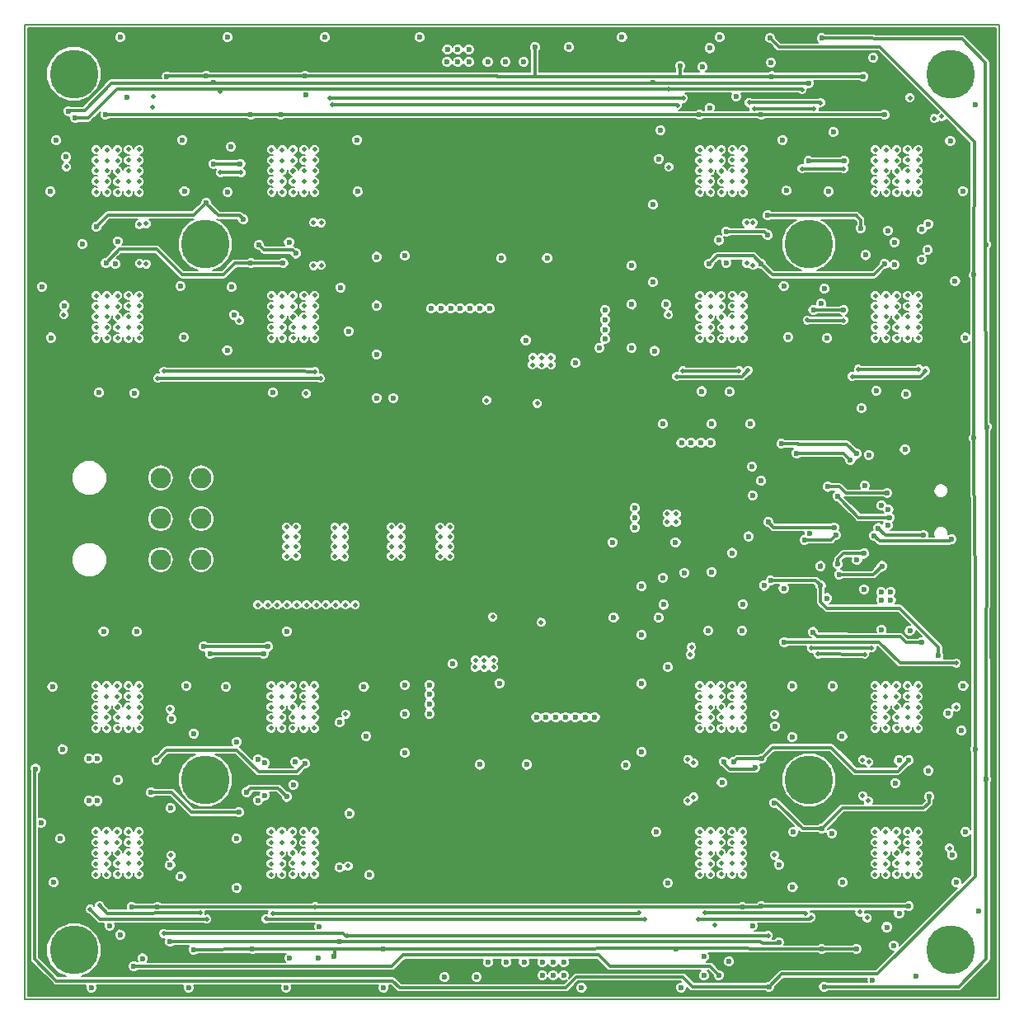
<source format=gbr>
G04 (created by PCBNEW (2013-05-16 BZR 4016)-stable) date 21. 12. 2013 21:53:23*
%MOIN*%
G04 Gerber Fmt 3.4, Leading zero omitted, Abs format*
%FSLAX34Y34*%
G01*
G70*
G90*
G04 APERTURE LIST*
%ADD10C,0.00590551*%
%ADD11C,0.19685*%
%ADD12O,0.0826X0.0826*%
%ADD13C,0.023622*%
%ADD14C,0.019685*%
%ADD15C,0.011811*%
%ADD16C,0.00787402*%
G04 APERTURE END LIST*
G54D10*
X38779Y-61023D02*
X78149Y-61023D01*
X78149Y-61023D02*
X78149Y-21653D01*
X78149Y-21653D02*
X38779Y-21653D01*
X38779Y-21653D02*
X38779Y-61023D01*
G54D11*
X46062Y-30511D03*
X40748Y-23622D03*
X40748Y-59055D03*
X46062Y-52165D03*
X70472Y-52165D03*
X76181Y-59055D03*
X76181Y-23622D03*
X70472Y-30511D03*
G54D12*
X44252Y-43267D03*
X44252Y-41614D03*
X44252Y-39961D03*
X45904Y-39961D03*
X45904Y-41614D03*
X45904Y-43267D03*
G54D13*
X62578Y-45610D03*
X64389Y-45610D03*
X57952Y-48267D03*
X56062Y-47480D03*
X59015Y-34389D03*
X61023Y-35314D03*
X62519Y-42559D03*
X65078Y-42559D03*
G54D14*
X59665Y-35393D03*
X59665Y-35098D03*
X60039Y-35393D03*
X59291Y-35393D03*
X60039Y-35098D03*
X59311Y-35098D03*
X57437Y-36828D03*
X59484Y-36946D03*
X57342Y-47323D03*
X57342Y-47618D03*
X57716Y-47618D03*
X56968Y-47618D03*
X57716Y-47322D03*
X56988Y-47322D03*
X57688Y-45578D03*
X59641Y-45804D03*
G54D13*
X59390Y-22550D03*
X65266Y-23307D03*
X72559Y-29862D03*
X72667Y-23730D03*
X50098Y-23720D03*
X47608Y-29517D03*
X41653Y-29812D03*
X44507Y-23740D03*
X68976Y-23724D03*
X46102Y-23720D03*
X46102Y-28838D03*
X68809Y-29350D03*
X57035Y-60140D03*
X53270Y-59015D03*
X65088Y-58996D03*
X45590Y-59025D03*
X47972Y-59015D03*
X70984Y-59011D03*
X70984Y-54143D03*
X72381Y-59005D03*
X47421Y-53484D03*
X69074Y-53100D03*
X75344Y-52844D03*
X43877Y-52677D03*
X51278Y-59320D03*
X73523Y-31318D03*
X49212Y-31279D03*
X49114Y-25275D03*
X68543Y-31299D03*
X66437Y-31299D03*
X42047Y-31259D03*
X42027Y-25275D03*
X47913Y-25275D03*
X47913Y-31279D03*
X68169Y-39507D03*
X68543Y-25275D03*
X73523Y-25275D03*
X66043Y-25275D03*
X68188Y-40669D03*
X44094Y-51358D03*
X67421Y-51437D03*
X74507Y-51377D03*
X50098Y-51515D03*
G54D14*
X50511Y-57303D03*
G54D13*
X43090Y-57303D03*
X68562Y-51299D03*
X68543Y-57283D03*
X74507Y-57283D03*
X67785Y-57303D03*
X44129Y-57307D03*
X68818Y-41751D03*
X71490Y-41960D03*
G54D14*
X73011Y-46830D03*
X70570Y-46850D03*
X70326Y-57559D03*
X66271Y-57549D03*
X72724Y-47090D03*
X70846Y-47086D03*
X70561Y-57724D03*
X66003Y-57793D03*
X72889Y-51448D03*
X72866Y-53019D03*
X72645Y-52807D03*
X72641Y-51358D03*
X65807Y-52870D03*
X65807Y-51484D03*
X65580Y-51338D03*
X65578Y-53015D03*
X48789Y-57559D03*
X63582Y-57549D03*
X65728Y-46801D03*
X48523Y-57785D03*
X63818Y-57795D03*
X65669Y-47106D03*
G54D13*
X48602Y-46781D03*
X46003Y-46781D03*
G54D14*
X45856Y-57549D03*
X41791Y-57253D03*
X41407Y-57401D03*
X46122Y-57805D03*
G54D13*
X46259Y-47076D03*
X48415Y-47066D03*
X48464Y-51486D03*
X48464Y-52795D03*
X48198Y-53001D03*
X48198Y-51328D03*
X41692Y-51318D03*
X41692Y-53021D03*
X41358Y-53021D03*
X41358Y-51318D03*
G54D14*
X50492Y-35657D03*
X44393Y-35645D03*
X43980Y-24555D03*
X50716Y-35937D03*
X44145Y-35937D03*
X43917Y-24984D03*
X65381Y-24610D03*
X65374Y-35633D03*
X67645Y-35625D03*
X51098Y-24618D03*
X65149Y-24889D03*
X65127Y-35860D03*
X68011Y-35606D03*
X51181Y-24881D03*
X43405Y-31287D03*
X43397Y-29716D03*
X43677Y-31311D03*
X43673Y-29688D03*
X50440Y-31374D03*
X50444Y-29633D03*
X50751Y-29641D03*
X50751Y-31366D03*
X68051Y-24779D03*
X70935Y-24789D03*
X72468Y-35570D03*
X74909Y-35561D03*
X75177Y-35637D03*
X72214Y-35856D03*
X70679Y-25033D03*
X68248Y-25043D03*
G54D13*
X73100Y-42290D03*
X76240Y-42440D03*
G54D14*
X75836Y-25354D03*
G54D13*
X73280Y-41990D03*
X75098Y-42263D03*
G54D14*
X75531Y-25437D03*
X67952Y-29641D03*
X67952Y-31283D03*
X68212Y-29645D03*
X68208Y-31370D03*
G54D13*
X75031Y-31133D03*
X75031Y-29909D03*
X75275Y-30748D03*
X75283Y-29696D03*
X72700Y-43020D03*
X71643Y-43445D03*
G54D14*
X72824Y-57755D03*
G54D13*
X72411Y-43277D03*
G54D14*
X72529Y-57507D03*
G54D13*
X69350Y-38582D03*
X72391Y-38986D03*
X69980Y-38956D03*
X72145Y-39232D03*
X72893Y-39025D03*
X71560Y-42270D03*
X70290Y-42470D03*
X73650Y-41880D03*
X73415Y-43523D03*
X71692Y-43868D03*
X73400Y-41080D03*
X70935Y-43523D03*
X69251Y-58750D03*
X51496Y-58700D03*
X44645Y-58710D03*
X44694Y-49704D03*
X44645Y-55620D03*
X51496Y-55718D03*
X51496Y-49852D03*
X69251Y-55590D03*
X69094Y-50000D03*
X76259Y-55216D03*
X76102Y-49488D03*
X40374Y-32992D03*
X40433Y-26988D03*
X47224Y-33366D03*
X47480Y-27263D03*
X46397Y-27263D03*
X64153Y-23986D03*
X64685Y-32952D03*
X64409Y-27066D03*
X71870Y-33169D03*
X70649Y-33169D03*
X71889Y-27145D03*
X70452Y-27145D03*
X70944Y-44320D03*
X68917Y-44104D03*
X75708Y-47155D03*
X70452Y-23996D03*
X46397Y-23976D03*
X40531Y-25127D03*
G54D14*
X44675Y-55216D03*
X44645Y-49311D03*
X44389Y-58375D03*
X51830Y-55649D03*
X51742Y-49507D03*
X68818Y-58464D03*
X51801Y-58464D03*
X69074Y-55206D03*
X69074Y-49507D03*
X76151Y-54931D03*
X76427Y-49222D03*
G54D13*
X69468Y-46594D03*
G54D14*
X76427Y-47440D03*
X40344Y-33366D03*
X40452Y-27381D03*
X47440Y-33602D03*
X47509Y-27618D03*
X46673Y-24340D03*
X46673Y-27618D03*
X64793Y-33366D03*
X64803Y-27391D03*
X64803Y-24242D03*
X71879Y-27460D03*
X70196Y-27460D03*
X71870Y-33592D03*
X70403Y-33572D03*
G54D13*
X68651Y-44320D03*
G54D14*
X70196Y-24271D03*
G54D13*
X40807Y-25403D03*
X77145Y-38346D03*
X74350Y-38820D03*
X73680Y-41240D03*
X39202Y-51722D03*
X77185Y-50925D03*
X68897Y-22185D03*
X68858Y-60531D03*
X77145Y-31751D03*
X43179Y-59704D03*
X39429Y-53897D03*
X66820Y-60059D03*
X77637Y-52145D03*
X70984Y-22185D03*
X71082Y-60531D03*
X77618Y-30531D03*
X77657Y-37893D03*
X70500Y-42210D03*
X70639Y-46190D03*
X75019Y-46614D03*
X72720Y-40270D03*
X70964Y-32903D03*
X72598Y-37145D03*
X60560Y-59550D03*
X59685Y-59550D03*
X59685Y-60070D03*
X60130Y-60070D03*
X60130Y-59550D03*
X65310Y-60565D03*
X66220Y-60078D03*
X61280Y-60570D03*
X60560Y-60070D03*
X41456Y-60570D03*
X45393Y-60570D03*
X49330Y-60570D03*
X53267Y-60570D03*
X42194Y-58070D03*
X55735Y-60145D03*
X58949Y-59550D03*
X58220Y-59550D03*
X57491Y-59550D03*
X55840Y-23140D03*
X56720Y-22640D03*
X56720Y-23150D03*
X56280Y-22640D03*
X56280Y-23150D03*
X46960Y-22150D03*
X54730Y-22150D03*
X55850Y-22650D03*
X50910Y-22150D03*
X42620Y-22150D03*
X57481Y-23140D03*
X58939Y-23140D03*
X60770Y-22550D03*
X58210Y-23140D03*
X73385Y-44576D03*
X73769Y-44566D03*
X73779Y-44891D03*
X72696Y-44468D03*
X73385Y-44891D03*
G54D14*
X55954Y-43129D03*
X55954Y-42736D03*
X55954Y-42342D03*
X53582Y-43129D03*
X53582Y-42736D03*
X53582Y-42342D03*
X53582Y-41948D03*
X53976Y-41948D03*
X53976Y-42342D03*
X53976Y-42736D03*
X51299Y-43129D03*
X51692Y-43139D03*
X51692Y-42746D03*
X51692Y-42352D03*
X51692Y-41958D03*
X51299Y-41958D03*
X51299Y-42352D03*
X51299Y-42746D03*
X49744Y-43120D03*
X49350Y-43129D03*
X49350Y-42736D03*
X49350Y-42342D03*
X49350Y-41948D03*
X49744Y-41948D03*
X49744Y-42342D03*
X49744Y-42736D03*
G54D13*
X73041Y-60265D03*
X67244Y-59517D03*
X66456Y-22588D03*
X49478Y-59370D03*
X71210Y-44822D03*
X69448Y-44429D03*
X67805Y-45068D03*
X64586Y-45088D03*
X43523Y-59389D03*
X40285Y-50925D03*
X47125Y-32244D03*
X74393Y-36578D03*
X67519Y-24537D03*
X50137Y-24488D03*
X42906Y-24562D03*
G54D14*
X74015Y-55551D03*
X74015Y-55984D03*
X74448Y-55984D03*
X74881Y-55984D03*
X74881Y-55551D03*
X74448Y-55551D03*
X74015Y-55118D03*
X74015Y-55137D03*
X74448Y-54704D03*
X74448Y-54271D03*
X74881Y-54271D03*
X74881Y-54704D03*
X74881Y-55137D03*
X74448Y-55137D03*
X74005Y-54694D03*
X74005Y-54261D03*
X73572Y-54261D03*
X73139Y-54261D03*
X73139Y-54694D03*
X73572Y-54694D03*
X74005Y-55127D03*
X74005Y-55127D03*
X73572Y-55561D03*
X73572Y-55994D03*
X73139Y-55994D03*
X73139Y-55561D03*
X73139Y-55127D03*
X73572Y-55127D03*
X66929Y-55551D03*
X66929Y-55984D03*
X67362Y-55984D03*
X67795Y-55984D03*
X67795Y-55551D03*
X67362Y-55551D03*
X66929Y-55118D03*
X66929Y-55137D03*
X67362Y-54704D03*
X67362Y-54271D03*
X67795Y-54271D03*
X67795Y-54704D03*
X67795Y-55137D03*
X67362Y-55137D03*
X66919Y-54694D03*
X66919Y-54261D03*
X66486Y-54261D03*
X66053Y-54261D03*
X66053Y-54694D03*
X66486Y-54694D03*
X66919Y-55127D03*
X66919Y-55127D03*
X66486Y-55561D03*
X66486Y-55994D03*
X66053Y-55994D03*
X66053Y-55561D03*
X66053Y-55127D03*
X66486Y-55127D03*
X74015Y-49645D03*
X74015Y-50078D03*
X74448Y-50078D03*
X74881Y-50078D03*
X74881Y-49645D03*
X74448Y-49645D03*
X74015Y-49212D03*
X74015Y-49232D03*
X74448Y-48799D03*
X74448Y-48366D03*
X74881Y-48366D03*
X74881Y-48799D03*
X74881Y-49232D03*
X74448Y-49232D03*
X74005Y-48789D03*
X74005Y-48356D03*
X73572Y-48356D03*
X73139Y-48356D03*
X73139Y-48789D03*
X73572Y-48789D03*
X74005Y-49222D03*
X74005Y-49222D03*
X73572Y-49655D03*
X73572Y-50088D03*
X73139Y-50088D03*
X73139Y-49655D03*
X73139Y-49222D03*
X73572Y-49222D03*
X66486Y-49222D03*
X66053Y-49222D03*
X66053Y-49655D03*
X66053Y-50088D03*
X66486Y-50088D03*
X66486Y-49655D03*
X66919Y-49222D03*
X66919Y-49222D03*
X66486Y-48789D03*
X66053Y-48789D03*
X66053Y-48356D03*
X66486Y-48356D03*
X66919Y-48356D03*
X66919Y-48789D03*
X67362Y-49232D03*
X67795Y-49232D03*
X67795Y-48799D03*
X67795Y-48366D03*
X67362Y-48366D03*
X67362Y-48799D03*
X66929Y-49232D03*
X66929Y-49212D03*
X67362Y-49645D03*
X67795Y-49645D03*
X67795Y-50078D03*
X67362Y-50078D03*
X66929Y-50078D03*
X66929Y-49645D03*
X49163Y-55127D03*
X48730Y-55127D03*
X48730Y-55561D03*
X48730Y-55994D03*
X49163Y-55994D03*
X49163Y-55561D03*
X49596Y-55127D03*
X49596Y-55127D03*
X49163Y-54694D03*
X48730Y-54694D03*
X48730Y-54261D03*
X49163Y-54261D03*
X49596Y-54261D03*
X49596Y-54694D03*
X50039Y-55137D03*
X50472Y-55137D03*
X50472Y-54704D03*
X50472Y-54271D03*
X50039Y-54271D03*
X50039Y-54704D03*
X49606Y-55137D03*
X49606Y-55118D03*
X50039Y-55551D03*
X50472Y-55551D03*
X50472Y-55984D03*
X50039Y-55984D03*
X49606Y-55984D03*
X49606Y-55551D03*
X49163Y-49222D03*
X48730Y-49222D03*
X48730Y-49655D03*
X48730Y-50088D03*
X49163Y-50088D03*
X49163Y-49655D03*
X49596Y-49222D03*
X49596Y-49222D03*
X49163Y-48789D03*
X48730Y-48789D03*
X48730Y-48356D03*
X49163Y-48356D03*
X49596Y-48356D03*
X49596Y-48789D03*
X50039Y-49232D03*
X50472Y-49232D03*
X50472Y-48799D03*
X50472Y-48366D03*
X50039Y-48366D03*
X50039Y-48799D03*
X49606Y-49232D03*
X49606Y-49212D03*
X50039Y-49645D03*
X50472Y-49645D03*
X50472Y-50078D03*
X50039Y-50078D03*
X49606Y-50078D03*
X49606Y-49645D03*
X42076Y-55127D03*
X41643Y-55127D03*
X41643Y-55561D03*
X41643Y-55994D03*
X42076Y-55994D03*
X42076Y-55561D03*
X42509Y-55127D03*
X42509Y-55127D03*
X42076Y-54694D03*
X41643Y-54694D03*
X41643Y-54261D03*
X42076Y-54261D03*
X42509Y-54261D03*
X42509Y-54694D03*
X42952Y-55137D03*
X43385Y-55137D03*
X43385Y-54704D03*
X43385Y-54271D03*
X42952Y-54271D03*
X42952Y-54704D03*
X42519Y-55137D03*
X42519Y-55118D03*
X42952Y-55551D03*
X43385Y-55551D03*
X43385Y-55984D03*
X42952Y-55984D03*
X42519Y-55984D03*
X42519Y-55551D03*
X42519Y-49645D03*
X42519Y-50078D03*
X42952Y-50078D03*
X43385Y-50078D03*
X43385Y-49645D03*
X42952Y-49645D03*
X42519Y-49212D03*
X42519Y-49232D03*
X42952Y-48799D03*
X42952Y-48366D03*
X43385Y-48366D03*
X43385Y-48799D03*
X43385Y-49232D03*
X42952Y-49232D03*
X42509Y-48789D03*
X42509Y-48356D03*
X42076Y-48356D03*
X41643Y-48356D03*
X41643Y-48789D03*
X42076Y-48789D03*
X42509Y-49222D03*
X42509Y-49222D03*
X42076Y-49655D03*
X42076Y-50088D03*
X41643Y-50088D03*
X41643Y-49655D03*
X41643Y-49222D03*
X42076Y-49222D03*
X74458Y-33454D03*
X74891Y-33454D03*
X74891Y-33021D03*
X74891Y-32588D03*
X74458Y-32588D03*
X74458Y-33021D03*
X74025Y-33454D03*
X74025Y-33454D03*
X74458Y-33887D03*
X74891Y-33887D03*
X74891Y-34320D03*
X74458Y-34320D03*
X74025Y-34320D03*
X74025Y-33887D03*
X73582Y-33444D03*
X73149Y-33444D03*
X73149Y-33877D03*
X73149Y-34311D03*
X73582Y-34311D03*
X73582Y-33877D03*
X74015Y-33444D03*
X74015Y-33464D03*
X73582Y-33031D03*
X73149Y-33031D03*
X73149Y-32598D03*
X73582Y-32598D03*
X74015Y-32598D03*
X74015Y-33031D03*
X67372Y-33454D03*
X67805Y-33454D03*
X67805Y-33021D03*
X67805Y-32588D03*
X67372Y-32588D03*
X67372Y-33021D03*
X66938Y-33454D03*
X66938Y-33454D03*
X67372Y-33887D03*
X67805Y-33887D03*
X67805Y-34320D03*
X67372Y-34320D03*
X66938Y-34320D03*
X66938Y-33887D03*
X66496Y-33444D03*
X66062Y-33444D03*
X66062Y-33877D03*
X66062Y-34311D03*
X66496Y-34311D03*
X66496Y-33877D03*
X66929Y-33444D03*
X66929Y-33464D03*
X66496Y-33031D03*
X66062Y-33031D03*
X66062Y-32598D03*
X66496Y-32598D03*
X66929Y-32598D03*
X66929Y-33031D03*
X74458Y-27549D03*
X74891Y-27549D03*
X74891Y-27116D03*
X74891Y-26683D03*
X74458Y-26683D03*
X74458Y-27116D03*
X74025Y-27549D03*
X74025Y-27549D03*
X74458Y-27982D03*
X74891Y-27982D03*
X74891Y-28415D03*
X74458Y-28415D03*
X74025Y-28415D03*
X74025Y-27982D03*
X73582Y-27539D03*
X73149Y-27539D03*
X73149Y-27972D03*
X73149Y-28405D03*
X73582Y-28405D03*
X73582Y-27972D03*
X74015Y-27539D03*
X74015Y-27559D03*
X73582Y-27125D03*
X73149Y-27125D03*
X73149Y-26692D03*
X73582Y-26692D03*
X74015Y-26692D03*
X74015Y-27125D03*
X66929Y-27125D03*
X66929Y-26692D03*
X66496Y-26692D03*
X66062Y-26692D03*
X66062Y-27125D03*
X66496Y-27125D03*
X66929Y-27559D03*
X66929Y-27539D03*
X66496Y-27972D03*
X66496Y-28405D03*
X66062Y-28405D03*
X66062Y-27972D03*
X66062Y-27539D03*
X66496Y-27539D03*
X66938Y-27982D03*
X66938Y-28415D03*
X67372Y-28415D03*
X67805Y-28415D03*
X67805Y-27982D03*
X67372Y-27982D03*
X66938Y-27549D03*
X66938Y-27549D03*
X67372Y-27116D03*
X67372Y-26683D03*
X67805Y-26683D03*
X67805Y-27116D03*
X67805Y-27549D03*
X67372Y-27549D03*
X49606Y-33031D03*
X49606Y-32598D03*
X49173Y-32598D03*
X48740Y-32598D03*
X48740Y-33031D03*
X49173Y-33031D03*
X49606Y-33464D03*
X49606Y-33444D03*
X49173Y-33877D03*
X49173Y-34311D03*
X48740Y-34311D03*
X48740Y-33877D03*
X48740Y-33444D03*
X49173Y-33444D03*
X49616Y-33887D03*
X49616Y-34320D03*
X50049Y-34320D03*
X50482Y-34320D03*
X50482Y-33887D03*
X50049Y-33887D03*
X49616Y-33454D03*
X49616Y-33454D03*
X50049Y-33021D03*
X50049Y-32588D03*
X50482Y-32588D03*
X50482Y-33021D03*
X50482Y-33454D03*
X50049Y-33454D03*
X42519Y-33031D03*
X42519Y-32598D03*
X42086Y-32598D03*
X41653Y-32598D03*
X41653Y-33031D03*
X42086Y-33031D03*
X42519Y-33464D03*
X42519Y-33444D03*
X42086Y-33877D03*
X42086Y-34311D03*
X41653Y-34311D03*
X41653Y-33877D03*
X41653Y-33444D03*
X42086Y-33444D03*
X42529Y-33887D03*
X42529Y-34320D03*
X42962Y-34320D03*
X43395Y-34320D03*
X43395Y-33887D03*
X42962Y-33887D03*
X42529Y-33454D03*
X42529Y-33454D03*
X42962Y-33021D03*
X42962Y-32588D03*
X43395Y-32588D03*
X43395Y-33021D03*
X43395Y-33454D03*
X42962Y-33454D03*
X49606Y-27125D03*
X49606Y-26692D03*
X49173Y-26692D03*
X48740Y-26692D03*
X48740Y-27125D03*
X49173Y-27125D03*
X49606Y-27559D03*
X49606Y-27539D03*
X49173Y-27972D03*
X49173Y-28405D03*
X48740Y-28405D03*
X48740Y-27972D03*
X48740Y-27539D03*
X49173Y-27539D03*
X49616Y-27982D03*
X49616Y-28415D03*
X50049Y-28415D03*
X50482Y-28415D03*
X50482Y-27982D03*
X50049Y-27982D03*
X49616Y-27549D03*
X49616Y-27549D03*
X50049Y-27116D03*
X50049Y-26683D03*
X50482Y-26683D03*
X50482Y-27116D03*
X50482Y-27549D03*
X50049Y-27549D03*
X42962Y-27549D03*
X43395Y-27549D03*
X43395Y-27116D03*
X43395Y-26683D03*
X42962Y-26683D03*
X42962Y-27116D03*
X42529Y-27549D03*
X42529Y-27549D03*
X42962Y-27982D03*
X43395Y-27982D03*
X43395Y-28415D03*
X42962Y-28415D03*
X42529Y-28415D03*
X42529Y-27982D03*
X42086Y-27539D03*
X41653Y-27539D03*
X41653Y-27972D03*
X41653Y-28405D03*
X42086Y-28405D03*
X42086Y-27972D03*
X42519Y-27539D03*
X42519Y-27559D03*
X42086Y-27125D03*
X41653Y-27125D03*
X41653Y-26692D03*
X42086Y-26692D03*
X42519Y-26692D03*
X42519Y-27125D03*
G54D13*
X62913Y-22145D03*
X66850Y-22145D03*
X77204Y-24862D03*
X76417Y-56318D03*
X77342Y-57480D03*
X74783Y-60098D03*
X73614Y-58122D03*
X68031Y-42322D03*
X67362Y-42992D03*
X66535Y-43759D03*
X65433Y-43799D03*
X64566Y-43996D03*
X68110Y-37775D03*
X66535Y-37775D03*
X64566Y-37775D03*
X63700Y-44350D03*
X63700Y-46318D03*
X63700Y-48287D03*
X63700Y-51043D03*
X63070Y-51574D03*
X59448Y-49625D03*
X59842Y-49625D03*
X60236Y-49625D03*
X60629Y-49625D03*
X61023Y-49625D03*
X61417Y-49625D03*
X61811Y-49625D03*
X59055Y-51555D03*
X57165Y-51555D03*
X54133Y-51082D03*
X54133Y-49507D03*
X54133Y-48326D03*
G54D14*
X74551Y-24598D03*
G54D13*
X73070Y-22972D03*
X57559Y-33110D03*
X57165Y-33110D03*
X56771Y-33110D03*
X56377Y-33110D03*
X55984Y-33110D03*
X55590Y-33110D03*
X55196Y-33110D03*
X63307Y-31377D03*
X63307Y-32952D03*
X63307Y-34704D03*
X61988Y-34704D03*
X58031Y-31082D03*
X59881Y-31082D03*
X53661Y-36732D03*
X52992Y-36732D03*
X52992Y-34960D03*
X52992Y-32992D03*
X52992Y-31023D03*
X54133Y-30984D03*
G54D14*
X48188Y-45098D03*
X48582Y-45098D03*
X48976Y-45098D03*
X49370Y-45098D03*
X49763Y-45098D03*
X52125Y-45098D03*
X51732Y-45098D03*
X51338Y-45098D03*
X50944Y-45098D03*
X50551Y-45098D03*
X50157Y-45098D03*
X53976Y-43129D03*
X55954Y-41948D03*
X55561Y-41948D03*
X55561Y-42342D03*
X55561Y-42736D03*
X55561Y-43129D03*
G54D13*
X66948Y-52282D03*
X71830Y-56318D03*
X76377Y-32007D03*
G54D14*
X50141Y-36555D03*
X66653Y-58055D03*
G54D13*
X39823Y-34291D03*
X76181Y-26338D03*
X39940Y-56318D03*
X43287Y-46181D03*
X45610Y-50295D03*
X45294Y-48366D03*
X46969Y-28405D03*
X39804Y-28385D03*
X76692Y-28366D03*
X67775Y-46141D03*
X64763Y-47618D03*
X69783Y-48385D03*
X66397Y-46141D03*
X64763Y-56338D03*
X64292Y-54271D03*
X69842Y-54271D03*
X76790Y-34291D03*
X76790Y-54271D03*
X73956Y-52302D03*
X74547Y-46141D03*
X73405Y-46102D03*
X71811Y-50413D03*
X71201Y-34311D03*
X76712Y-48366D03*
X76643Y-50177D03*
X71260Y-28385D03*
X71092Y-32312D03*
X71456Y-25984D03*
X73917Y-30433D03*
X66830Y-30355D03*
X67263Y-36480D03*
X69448Y-32204D03*
X66141Y-36456D03*
X73188Y-36437D03*
X52204Y-26299D03*
X43208Y-36535D03*
X48799Y-36515D03*
X45059Y-32204D03*
X41771Y-36515D03*
X64232Y-34822D03*
X69409Y-26299D03*
X64173Y-28917D03*
X52706Y-56013D03*
X45078Y-56082D03*
X52480Y-48405D03*
X49350Y-46161D03*
X49625Y-52361D03*
X51889Y-53524D03*
X44655Y-53316D03*
X42539Y-52184D03*
X51535Y-32263D03*
X46948Y-34803D03*
X49448Y-30432D03*
X42519Y-30392D03*
X68937Y-23169D03*
X62224Y-33169D03*
X62224Y-33562D03*
X62224Y-33956D03*
X62224Y-34350D03*
X63425Y-41968D03*
X63425Y-41574D03*
X63425Y-41181D03*
X55118Y-49507D03*
X55118Y-49114D03*
X55118Y-48720D03*
X55118Y-48326D03*
X66496Y-38543D03*
X66102Y-38543D03*
X65708Y-38543D03*
X65314Y-38543D03*
G54D14*
X65098Y-41751D03*
X64744Y-41751D03*
X65098Y-41417D03*
X64744Y-41417D03*
G54D13*
X68543Y-40078D03*
X47342Y-56534D03*
X41948Y-46161D03*
X47342Y-50629D03*
X52568Y-50403D03*
X69793Y-50442D03*
X69812Y-56505D03*
X69566Y-28346D03*
X64468Y-25905D03*
X69625Y-34271D03*
X64153Y-32047D03*
X51850Y-34034D03*
X52224Y-28385D03*
X45196Y-34271D03*
X45137Y-26299D03*
X45216Y-28366D03*
X47106Y-26574D03*
X39458Y-32234D03*
X40039Y-26318D03*
X46909Y-48405D03*
X71397Y-54330D03*
X47322Y-54546D03*
X40196Y-54546D03*
X39881Y-48405D03*
X71417Y-48385D03*
X71230Y-40320D03*
X73630Y-40570D03*
X71620Y-40700D03*
X73730Y-41560D03*
X49723Y-30885D03*
X48238Y-30551D03*
X75305Y-51791D03*
X74114Y-51377D03*
X66456Y-25000D03*
X66171Y-23346D03*
X42421Y-31318D03*
X41092Y-30511D03*
X66220Y-59311D03*
X68188Y-58061D03*
X67125Y-31259D03*
X67125Y-30000D03*
X68809Y-30147D03*
X72765Y-30954D03*
X73917Y-31338D03*
X73661Y-29960D03*
X74114Y-57559D03*
X73897Y-58858D03*
X47746Y-52658D03*
X49350Y-52854D03*
X49704Y-51437D03*
X42618Y-58425D03*
X68306Y-51673D03*
X67027Y-51427D03*
X50679Y-58120D03*
X50620Y-59370D03*
X70930Y-41660D03*
X60150Y-23050D03*
X60570Y-23050D03*
X59730Y-23050D03*
X56360Y-59620D03*
X55940Y-59620D03*
X56780Y-59620D03*
X69635Y-39419D03*
X69133Y-34901D03*
X71200Y-44094D03*
X67706Y-43780D03*
X76279Y-34901D03*
X39183Y-49990D03*
X76663Y-26279D03*
X47480Y-29015D03*
X40314Y-34901D03*
X64409Y-50551D03*
X64763Y-48129D03*
X69192Y-47755D03*
X64271Y-56437D03*
X64803Y-53681D03*
X69271Y-53700D03*
X71338Y-56456D03*
X76279Y-53681D03*
X71889Y-53641D03*
X71318Y-50511D03*
X71712Y-34960D03*
X76122Y-47795D03*
X71909Y-47795D03*
X71771Y-29015D03*
X76889Y-32578D03*
X76220Y-28996D03*
X69911Y-32214D03*
X64724Y-34192D03*
X69881Y-26240D03*
X69133Y-28937D03*
X64685Y-28307D03*
X52007Y-47716D03*
X46614Y-50531D03*
X47421Y-47795D03*
X46594Y-56456D03*
X52007Y-54035D03*
X47185Y-54035D03*
X44665Y-54311D03*
X39448Y-56476D03*
X40059Y-54035D03*
X40374Y-47814D03*
X44783Y-47795D03*
X52027Y-31614D03*
X51968Y-34547D03*
X47460Y-34212D03*
X45551Y-32106D03*
X52696Y-26200D03*
X45629Y-26181D03*
X40295Y-29015D03*
X72303Y-38543D03*
X67086Y-40019D03*
X66692Y-40019D03*
X66692Y-39625D03*
X67086Y-39625D03*
X67086Y-39232D03*
X66692Y-39232D03*
X75000Y-38346D03*
X51732Y-28956D03*
X44704Y-34881D03*
X44704Y-28956D03*
X69271Y-59527D03*
X71062Y-23169D03*
G54D15*
X59390Y-22550D02*
X59390Y-23724D01*
X65255Y-23724D02*
X65255Y-23317D01*
X65255Y-23317D02*
X65266Y-23307D01*
X57874Y-23724D02*
X59390Y-23724D01*
X59390Y-23724D02*
X65255Y-23724D01*
X65255Y-23724D02*
X66830Y-23724D01*
X72381Y-29350D02*
X72381Y-29360D01*
X72559Y-29537D02*
X72559Y-29862D01*
X69921Y-29350D02*
X69448Y-29350D01*
X72381Y-29350D02*
X69921Y-29350D01*
X69448Y-29350D02*
X68809Y-29350D01*
X72381Y-29360D02*
X72559Y-29537D01*
X72661Y-23724D02*
X68976Y-23724D01*
X72667Y-23730D02*
X72661Y-23724D01*
X47460Y-29350D02*
X47608Y-29517D01*
X46102Y-28838D02*
X46102Y-28858D01*
X46594Y-29350D02*
X47460Y-29350D01*
X46102Y-28858D02*
X46594Y-29350D01*
X45610Y-29330D02*
X42135Y-29330D01*
X42135Y-29330D02*
X41653Y-29812D01*
X45610Y-29330D02*
X46102Y-28838D01*
X44507Y-23740D02*
X44507Y-23720D01*
X66830Y-23724D02*
X68976Y-23724D01*
X57869Y-23720D02*
X50098Y-23720D01*
X50098Y-23720D02*
X49507Y-23720D01*
X57869Y-23720D02*
X57874Y-23724D01*
X49507Y-23720D02*
X46102Y-23720D01*
X46102Y-23720D02*
X44507Y-23720D01*
X44507Y-23720D02*
X44488Y-23720D01*
X58562Y-59015D02*
X54220Y-59015D01*
X54220Y-59015D02*
X53270Y-59015D01*
X53270Y-59015D02*
X51309Y-59015D01*
X65088Y-58988D02*
X58582Y-58995D01*
X58562Y-59015D02*
X58582Y-58995D01*
X70984Y-54143D02*
X70216Y-54143D01*
X70984Y-59011D02*
X72381Y-59005D01*
X65088Y-58996D02*
X65088Y-58996D01*
X65088Y-58996D02*
X65088Y-58988D01*
X70984Y-54143D02*
X71820Y-53307D01*
X51309Y-59015D02*
X51309Y-59290D01*
X51309Y-59015D02*
X49921Y-59015D01*
X49921Y-59015D02*
X47972Y-59015D01*
X47972Y-59015D02*
X45590Y-59025D01*
X45590Y-59025D02*
X45600Y-59025D01*
X70984Y-59011D02*
X65088Y-58988D01*
X69409Y-53346D02*
X69163Y-53100D01*
X70216Y-54143D02*
X69409Y-53346D01*
X75098Y-53307D02*
X75108Y-53307D01*
X71820Y-53307D02*
X75098Y-53307D01*
X75108Y-53307D02*
X75324Y-53090D01*
X45511Y-53484D02*
X44704Y-52677D01*
X45511Y-53484D02*
X47421Y-53484D01*
X51309Y-59290D02*
X51278Y-59320D01*
X75324Y-53090D02*
X75344Y-52844D01*
X69163Y-53100D02*
X69074Y-53100D01*
X43877Y-52677D02*
X44704Y-52677D01*
X43877Y-52677D02*
X43877Y-52677D01*
X73090Y-31751D02*
X73523Y-31318D01*
X68996Y-31751D02*
X73090Y-31751D01*
X68543Y-31299D02*
X68996Y-31751D01*
X49212Y-31279D02*
X47913Y-31279D01*
X66437Y-31299D02*
X66764Y-30982D01*
X66764Y-30982D02*
X68226Y-30982D01*
X68226Y-30982D02*
X68543Y-31299D01*
X66043Y-25275D02*
X49192Y-25275D01*
X49192Y-25275D02*
X49114Y-25275D01*
X49114Y-25275D02*
X47913Y-25275D01*
X42047Y-25275D02*
X42027Y-25275D01*
X47913Y-25275D02*
X42047Y-25275D01*
X47283Y-31279D02*
X47263Y-31279D01*
X47913Y-31279D02*
X47283Y-31279D01*
X46791Y-31751D02*
X45137Y-31751D01*
X45137Y-31751D02*
X44106Y-30716D01*
X44106Y-30716D02*
X42590Y-30712D01*
X42590Y-30712D02*
X42047Y-31259D01*
X47263Y-31279D02*
X46791Y-31751D01*
X68543Y-25275D02*
X73523Y-25275D01*
X68543Y-25275D02*
X66043Y-25275D01*
X67421Y-51437D02*
X67568Y-51299D01*
X67568Y-51299D02*
X68562Y-51299D01*
X72338Y-51826D02*
X74059Y-51822D01*
X74059Y-51822D02*
X74507Y-51377D01*
X71377Y-50866D02*
X68996Y-50866D01*
X68562Y-51299D02*
X68996Y-50866D01*
X72318Y-51807D02*
X72338Y-51826D01*
X72338Y-51826D02*
X71377Y-50866D01*
X44094Y-51358D02*
X44494Y-50964D01*
X44494Y-50964D02*
X47338Y-50960D01*
X47338Y-50960D02*
X48218Y-51840D01*
X48218Y-51840D02*
X49773Y-51840D01*
X49773Y-51840D02*
X50098Y-51515D01*
X43090Y-57303D02*
X44129Y-57307D01*
X68543Y-57283D02*
X74507Y-57283D01*
X68543Y-57283D02*
X68523Y-57303D01*
X68523Y-57303D02*
X67785Y-57303D01*
X50413Y-57303D02*
X50511Y-57303D01*
X50511Y-57303D02*
X67785Y-57303D01*
X44129Y-57307D02*
X50413Y-57303D01*
X71070Y-41960D02*
X69026Y-41960D01*
X71070Y-41960D02*
X71490Y-41960D01*
X69026Y-41960D02*
X68818Y-41751D01*
X73011Y-46830D02*
X72992Y-46850D01*
X72992Y-46850D02*
X70570Y-46850D01*
X70326Y-57559D02*
X70316Y-57549D01*
X66271Y-57549D02*
X70316Y-57549D01*
X72724Y-47090D02*
X70846Y-47086D01*
X66003Y-57793D02*
X70492Y-57793D01*
X48789Y-57559D02*
X48779Y-57559D01*
X63553Y-57578D02*
X48789Y-57559D01*
X48789Y-57559D02*
X48779Y-57559D01*
X63582Y-57549D02*
X63553Y-57578D01*
X63818Y-57795D02*
X48533Y-57795D01*
X48533Y-57795D02*
X48523Y-57785D01*
X63818Y-57795D02*
X63828Y-57805D01*
X46003Y-46781D02*
X48602Y-46781D01*
X42096Y-57559D02*
X45856Y-57549D01*
X41791Y-57253D02*
X42096Y-57559D01*
X46112Y-57795D02*
X41801Y-57795D01*
X41801Y-57795D02*
X41407Y-57401D01*
X46122Y-57805D02*
X46112Y-57795D01*
X48405Y-47076D02*
X46259Y-47076D01*
X48415Y-47066D02*
X48405Y-47076D01*
X50492Y-35657D02*
X49763Y-35653D01*
X49763Y-35653D02*
X44830Y-35649D01*
X44830Y-35649D02*
X44393Y-35645D01*
X50488Y-35938D02*
X50716Y-35937D01*
X44375Y-35938D02*
X50488Y-35938D01*
X44145Y-35937D02*
X44375Y-35938D01*
X67635Y-35635D02*
X65374Y-35633D01*
X67645Y-35625D02*
X67635Y-35635D01*
X65377Y-24606D02*
X51098Y-24618D01*
X65381Y-24610D02*
X65377Y-24606D01*
X65127Y-35860D02*
X65137Y-35870D01*
X65137Y-35870D02*
X67751Y-35870D01*
X67751Y-35870D02*
X68011Y-35606D01*
X65141Y-24881D02*
X51181Y-24881D01*
X65149Y-24889D02*
X65141Y-24881D01*
X70925Y-24779D02*
X68051Y-24779D01*
X70935Y-24789D02*
X70925Y-24779D01*
X74899Y-35570D02*
X72468Y-35570D01*
X74909Y-35561D02*
X74899Y-35570D01*
X75177Y-35667D02*
X75177Y-35637D01*
X74980Y-35856D02*
X75177Y-35667D01*
X72214Y-35856D02*
X74980Y-35856D01*
X68257Y-25033D02*
X70679Y-25033D01*
X68248Y-25043D02*
X68257Y-25033D01*
X76230Y-42440D02*
X76150Y-42520D01*
X76150Y-42520D02*
X73330Y-42520D01*
X73330Y-42520D02*
X73100Y-42290D01*
X76240Y-42440D02*
X76230Y-42440D01*
X75836Y-25354D02*
X75816Y-25374D01*
X73553Y-42263D02*
X73280Y-41990D01*
X75098Y-42263D02*
X73553Y-42263D01*
X71643Y-43236D02*
X71860Y-43020D01*
X71860Y-43020D02*
X72700Y-43020D01*
X71643Y-43236D02*
X71643Y-43445D01*
X72391Y-38986D02*
X71998Y-38592D01*
X71998Y-38592D02*
X70029Y-38592D01*
X70029Y-38592D02*
X70019Y-38582D01*
X70019Y-38582D02*
X69350Y-38582D01*
X69960Y-38956D02*
X69980Y-38956D01*
X71879Y-38956D02*
X69960Y-38956D01*
X72145Y-39232D02*
X71879Y-38956D01*
X70290Y-42470D02*
X71360Y-42470D01*
X71360Y-42470D02*
X71560Y-42270D01*
X73061Y-43877D02*
X73415Y-43523D01*
X71702Y-43877D02*
X73061Y-43877D01*
X71692Y-43868D02*
X71702Y-43877D01*
X70974Y-43484D02*
X70944Y-43494D01*
X70935Y-43523D02*
X70974Y-43484D01*
X68582Y-58769D02*
X69232Y-58769D01*
X68513Y-58700D02*
X68582Y-58769D01*
X51496Y-58700D02*
X68513Y-58700D01*
X69232Y-58769D02*
X69251Y-58750D01*
X44645Y-58710D02*
X44714Y-58710D01*
X44724Y-58700D02*
X51496Y-58700D01*
X44714Y-58710D02*
X44724Y-58700D01*
X46397Y-27263D02*
X47480Y-27263D01*
X70649Y-33169D02*
X71870Y-33169D01*
X70452Y-27145D02*
X71889Y-27145D01*
X70944Y-44320D02*
X70954Y-44320D01*
X70738Y-44104D02*
X68917Y-44104D01*
X70954Y-44320D02*
X70738Y-44104D01*
X71240Y-45226D02*
X71190Y-45226D01*
X70935Y-44970D02*
X70944Y-44320D01*
X71190Y-45226D02*
X70935Y-44970D01*
X74124Y-45226D02*
X75708Y-46811D01*
X71230Y-45226D02*
X71240Y-45226D01*
X71240Y-45226D02*
X74124Y-45226D01*
X75708Y-46811D02*
X75708Y-47155D01*
X46397Y-23976D02*
X46397Y-23996D01*
X70452Y-23996D02*
X64153Y-23996D01*
X64153Y-23996D02*
X46397Y-23996D01*
X46397Y-23996D02*
X42261Y-23996D01*
X41188Y-25108D02*
X42261Y-23996D01*
X40551Y-25108D02*
X41188Y-25108D01*
X40531Y-25127D02*
X40551Y-25108D01*
X51732Y-58464D02*
X51801Y-58464D01*
X51643Y-58375D02*
X44389Y-58375D01*
X51732Y-58464D02*
X51643Y-58375D01*
X51801Y-58464D02*
X52106Y-58464D01*
X52106Y-58464D02*
X68818Y-58464D01*
X72293Y-46594D02*
X73307Y-46594D01*
X72293Y-46594D02*
X69468Y-46594D01*
X74153Y-47440D02*
X76427Y-47440D01*
X73307Y-46594D02*
X74153Y-47440D01*
X46663Y-24330D02*
X46673Y-24340D01*
X46663Y-24330D02*
X46663Y-24232D01*
X47509Y-27618D02*
X46673Y-27618D01*
X70196Y-27460D02*
X71879Y-27460D01*
X71870Y-33592D02*
X70423Y-33592D01*
X70423Y-33592D02*
X70403Y-33572D01*
X53838Y-24232D02*
X64803Y-24234D01*
X64803Y-24234D02*
X70192Y-24236D01*
X70192Y-24236D02*
X70196Y-24232D01*
X70149Y-24224D02*
X70196Y-24232D01*
X70196Y-24271D02*
X70149Y-24224D01*
X42499Y-24232D02*
X46663Y-24232D01*
X46663Y-24232D02*
X46673Y-24232D01*
X46673Y-24232D02*
X46681Y-24232D01*
X46681Y-24232D02*
X53838Y-24232D01*
X53838Y-24232D02*
X53842Y-24232D01*
X41318Y-25413D02*
X42499Y-24232D01*
X40814Y-25411D02*
X41318Y-25413D01*
X40807Y-25403D02*
X40814Y-25411D01*
X68858Y-60531D02*
X65757Y-60531D01*
X39163Y-51761D02*
X39202Y-51722D01*
X39163Y-59419D02*
X39163Y-51761D01*
X40039Y-60295D02*
X39163Y-59419D01*
X53641Y-60295D02*
X40039Y-60295D01*
X53917Y-60570D02*
X53641Y-60295D01*
X60639Y-60570D02*
X53917Y-60570D01*
X61072Y-60137D02*
X60639Y-60570D01*
X65364Y-60137D02*
X61072Y-60137D01*
X65757Y-60531D02*
X65364Y-60137D01*
X77185Y-50925D02*
X77185Y-50984D01*
X72913Y-22539D02*
X69251Y-22539D01*
X69251Y-22539D02*
X68897Y-22185D01*
X69370Y-60019D02*
X68858Y-60531D01*
X73238Y-60019D02*
X69370Y-60019D01*
X77185Y-56072D02*
X73238Y-60019D01*
X77185Y-55905D02*
X77185Y-56072D01*
X77185Y-53011D02*
X77185Y-55905D01*
X77185Y-50984D02*
X77185Y-53011D01*
X77185Y-47204D02*
X77185Y-50984D01*
X77145Y-38346D02*
X77145Y-38051D01*
X77165Y-42933D02*
X77185Y-43267D01*
X77185Y-43267D02*
X77185Y-47204D01*
X77185Y-47204D02*
X77185Y-47204D01*
X77145Y-38346D02*
X77165Y-42933D01*
X77145Y-31673D02*
X77157Y-26360D01*
X73336Y-22539D02*
X72913Y-22539D01*
X72913Y-22539D02*
X72893Y-22539D01*
X77157Y-26360D02*
X73336Y-22539D01*
X77145Y-38051D02*
X77145Y-31751D01*
X77145Y-31751D02*
X77145Y-31673D01*
X61955Y-59245D02*
X62414Y-59704D01*
X54060Y-59245D02*
X61955Y-59245D01*
X53610Y-59695D02*
X54060Y-59245D01*
X53610Y-59704D02*
X53610Y-59695D01*
X53610Y-59704D02*
X43179Y-59704D01*
X66820Y-60059D02*
X66466Y-59704D01*
X66466Y-59704D02*
X62414Y-59704D01*
X43179Y-59704D02*
X43218Y-59704D01*
X75157Y-22204D02*
X70984Y-22185D01*
X77637Y-57755D02*
X77637Y-59409D01*
X77637Y-50059D02*
X77637Y-52145D01*
X77637Y-52145D02*
X77637Y-57755D01*
X77637Y-59409D02*
X76515Y-60531D01*
X77637Y-47263D02*
X77637Y-50059D01*
X77634Y-47260D02*
X77637Y-47263D01*
X77660Y-43185D02*
X77634Y-47260D01*
X76515Y-60531D02*
X71082Y-60531D01*
X77612Y-30531D02*
X77612Y-30531D01*
X77618Y-30531D02*
X77612Y-30531D01*
X77618Y-30531D02*
X77618Y-30531D01*
X77657Y-37893D02*
X77618Y-37716D01*
X77618Y-37460D02*
X77612Y-30531D01*
X77612Y-30531D02*
X77612Y-30511D01*
X77608Y-24188D02*
X77608Y-23159D01*
X77612Y-30511D02*
X77608Y-24188D01*
X77608Y-23159D02*
X76653Y-22204D01*
X77618Y-37716D02*
X77618Y-37460D01*
X77657Y-42500D02*
X77660Y-43185D01*
X77657Y-42500D02*
X77657Y-37893D01*
X76653Y-22204D02*
X76240Y-22204D01*
X76240Y-22204D02*
X75157Y-22204D01*
X70797Y-46358D02*
X70639Y-46190D01*
X75019Y-46614D02*
X74399Y-46614D01*
X74153Y-46368D02*
X70797Y-46358D01*
X74399Y-46614D02*
X74153Y-46368D01*
X71960Y-40570D02*
X71710Y-40320D01*
X71710Y-40320D02*
X71230Y-40320D01*
X73630Y-40570D02*
X71960Y-40570D01*
X71770Y-40850D02*
X72480Y-41560D01*
X71770Y-40850D02*
X71620Y-40700D01*
X72480Y-41560D02*
X73730Y-41560D01*
X48435Y-30748D02*
X48238Y-30551D01*
X49585Y-30748D02*
X48435Y-30748D01*
X49723Y-30885D02*
X49585Y-30748D01*
X67125Y-30000D02*
X68661Y-30000D01*
X68661Y-30000D02*
X68809Y-30147D01*
X48996Y-52500D02*
X49350Y-52854D01*
X47904Y-52500D02*
X48996Y-52500D01*
X47904Y-52500D02*
X47746Y-52658D01*
X67027Y-51496D02*
X67027Y-51427D01*
X67253Y-51722D02*
X67027Y-51496D01*
X68256Y-51722D02*
X67253Y-51722D01*
X68306Y-51673D02*
X68256Y-51722D01*
G54D10*
G36*
X78031Y-60905D02*
X77893Y-60905D01*
X77893Y-37846D01*
X77857Y-37760D01*
X77795Y-37697D01*
X77795Y-37697D01*
X77795Y-37460D01*
X77790Y-37434D01*
X77790Y-30693D01*
X77818Y-30665D01*
X77854Y-30578D01*
X77854Y-30484D01*
X77818Y-30397D01*
X77785Y-30364D01*
X77785Y-24188D01*
X77785Y-23159D01*
X77785Y-23159D01*
X77771Y-23091D01*
X77733Y-23034D01*
X77733Y-23034D01*
X76778Y-22079D01*
X76721Y-22041D01*
X76653Y-22027D01*
X76240Y-22027D01*
X75157Y-22027D01*
X75146Y-22029D01*
X71141Y-22008D01*
X71118Y-21984D01*
X71031Y-21948D01*
X70937Y-21948D01*
X70850Y-21984D01*
X70784Y-22051D01*
X70748Y-22137D01*
X70747Y-22231D01*
X70783Y-22318D01*
X70827Y-22362D01*
X69325Y-22362D01*
X69133Y-22170D01*
X69133Y-22138D01*
X69098Y-22051D01*
X69031Y-21984D01*
X68944Y-21948D01*
X68850Y-21948D01*
X68764Y-21984D01*
X68697Y-22051D01*
X68661Y-22137D01*
X68661Y-22231D01*
X68697Y-22318D01*
X68763Y-22385D01*
X68850Y-22421D01*
X68883Y-22421D01*
X69126Y-22664D01*
X69184Y-22703D01*
X69251Y-22716D01*
X72893Y-22716D01*
X72913Y-22716D01*
X73263Y-22716D01*
X75716Y-25169D01*
X75714Y-25170D01*
X75653Y-25231D01*
X75645Y-25249D01*
X75574Y-25220D01*
X75488Y-25220D01*
X75408Y-25253D01*
X75348Y-25314D01*
X75314Y-25393D01*
X75314Y-25479D01*
X75347Y-25559D01*
X75408Y-25620D01*
X75488Y-25653D01*
X75574Y-25653D01*
X75653Y-25620D01*
X75714Y-25559D01*
X75722Y-25541D01*
X75793Y-25570D01*
X75879Y-25570D01*
X75959Y-25538D01*
X76020Y-25477D01*
X76021Y-25474D01*
X76977Y-26430D01*
X76968Y-31594D01*
X76945Y-31617D01*
X76929Y-31657D01*
X76929Y-28319D01*
X76893Y-28232D01*
X76826Y-28166D01*
X76740Y-28129D01*
X76646Y-28129D01*
X76559Y-28165D01*
X76492Y-28232D01*
X76456Y-28318D01*
X76456Y-28412D01*
X76492Y-28499D01*
X76558Y-28566D01*
X76645Y-28602D01*
X76739Y-28602D01*
X76826Y-28566D01*
X76893Y-28500D01*
X76929Y-28413D01*
X76929Y-28319D01*
X76929Y-31657D01*
X76909Y-31704D01*
X76909Y-31798D01*
X76945Y-31885D01*
X76968Y-31908D01*
X76968Y-34135D01*
X76924Y-34091D01*
X76837Y-34055D01*
X76743Y-34055D01*
X76656Y-34090D01*
X76614Y-34133D01*
X76614Y-31961D01*
X76578Y-31874D01*
X76511Y-31807D01*
X76425Y-31771D01*
X76417Y-31771D01*
X76417Y-26291D01*
X76381Y-26204D01*
X76315Y-26138D01*
X76228Y-26102D01*
X76134Y-26102D01*
X76047Y-26138D01*
X75980Y-26204D01*
X75944Y-26291D01*
X75944Y-26385D01*
X75980Y-26472D01*
X76047Y-26538D01*
X76133Y-26574D01*
X76227Y-26574D01*
X76314Y-26538D01*
X76381Y-26472D01*
X76417Y-26385D01*
X76417Y-26291D01*
X76417Y-31771D01*
X76331Y-31771D01*
X76244Y-31807D01*
X76177Y-31873D01*
X76141Y-31960D01*
X76141Y-32054D01*
X76177Y-32141D01*
X76243Y-32208D01*
X76330Y-32244D01*
X76424Y-32244D01*
X76511Y-32208D01*
X76578Y-32141D01*
X76614Y-32055D01*
X76614Y-31961D01*
X76614Y-34133D01*
X76590Y-34157D01*
X76554Y-34244D01*
X76554Y-34338D01*
X76590Y-34424D01*
X76656Y-34491D01*
X76743Y-34527D01*
X76837Y-34527D01*
X76924Y-34491D01*
X76968Y-34447D01*
X76968Y-38051D01*
X76968Y-38189D01*
X76945Y-38212D01*
X76909Y-38299D01*
X76909Y-38393D01*
X76945Y-38480D01*
X76969Y-38503D01*
X76984Y-42933D01*
X76989Y-42957D01*
X77007Y-43269D01*
X77007Y-47204D01*
X77007Y-50768D01*
X76984Y-50791D01*
X76948Y-50878D01*
X76948Y-48319D01*
X76912Y-48232D01*
X76846Y-48166D01*
X76759Y-48129D01*
X76665Y-48129D01*
X76643Y-48139D01*
X76643Y-47398D01*
X76610Y-47318D01*
X76549Y-47257D01*
X76476Y-47226D01*
X76476Y-42393D01*
X76440Y-42306D01*
X76373Y-42239D01*
X76287Y-42203D01*
X76193Y-42203D01*
X76106Y-42239D01*
X76102Y-42243D01*
X76102Y-42146D01*
X76102Y-40414D01*
X76058Y-40305D01*
X75975Y-40222D01*
X75866Y-40177D01*
X75749Y-40177D01*
X75640Y-40222D01*
X75557Y-40305D01*
X75519Y-40396D01*
X75519Y-29650D01*
X75483Y-29563D01*
X75417Y-29496D01*
X75330Y-29460D01*
X75236Y-29460D01*
X75149Y-29496D01*
X75108Y-29537D01*
X75108Y-28372D01*
X75075Y-28292D01*
X75014Y-28231D01*
X74934Y-28198D01*
X74934Y-28198D01*
X75014Y-28165D01*
X75075Y-28105D01*
X75108Y-28025D01*
X75108Y-27939D01*
X75075Y-27859D01*
X75014Y-27798D01*
X74934Y-27765D01*
X74934Y-27765D01*
X75014Y-27732D01*
X75075Y-27672D01*
X75108Y-27592D01*
X75108Y-27506D01*
X75075Y-27426D01*
X75014Y-27365D01*
X74934Y-27332D01*
X74934Y-27332D01*
X75014Y-27299D01*
X75075Y-27238D01*
X75108Y-27159D01*
X75108Y-27073D01*
X75075Y-26993D01*
X75014Y-26932D01*
X74934Y-26899D01*
X74934Y-26899D01*
X75014Y-26866D01*
X75075Y-26805D01*
X75108Y-26726D01*
X75108Y-26640D01*
X75075Y-26560D01*
X75014Y-26499D01*
X74934Y-26466D01*
X74848Y-26466D01*
X74769Y-26499D01*
X74767Y-26500D01*
X74767Y-24555D01*
X74734Y-24475D01*
X74673Y-24414D01*
X74594Y-24381D01*
X74508Y-24381D01*
X74428Y-24414D01*
X74367Y-24475D01*
X74334Y-24555D01*
X74334Y-24641D01*
X74367Y-24720D01*
X74428Y-24781D01*
X74507Y-24814D01*
X74594Y-24814D01*
X74673Y-24782D01*
X74734Y-24721D01*
X74767Y-24641D01*
X74767Y-24555D01*
X74767Y-26500D01*
X74708Y-26560D01*
X74675Y-26639D01*
X74675Y-26640D01*
X74642Y-26560D01*
X74581Y-26499D01*
X74501Y-26466D01*
X74415Y-26466D01*
X74336Y-26499D01*
X74275Y-26560D01*
X74242Y-26639D01*
X74242Y-26725D01*
X74274Y-26805D01*
X74335Y-26866D01*
X74415Y-26899D01*
X74501Y-26899D01*
X74415Y-26899D01*
X74336Y-26932D01*
X74275Y-26993D01*
X74242Y-27072D01*
X74242Y-27159D01*
X74274Y-27238D01*
X74335Y-27299D01*
X74415Y-27332D01*
X74501Y-27332D01*
X74415Y-27332D01*
X74336Y-27365D01*
X74275Y-27426D01*
X74242Y-27505D01*
X74242Y-27506D01*
X74209Y-27426D01*
X74148Y-27365D01*
X74148Y-27365D01*
X74138Y-27355D01*
X74082Y-27332D01*
X74138Y-27309D01*
X74199Y-27248D01*
X74232Y-27169D01*
X74232Y-27083D01*
X74199Y-27003D01*
X74138Y-26942D01*
X74059Y-26909D01*
X74058Y-26909D01*
X74138Y-26876D01*
X74199Y-26815D01*
X74232Y-26736D01*
X74232Y-26650D01*
X74199Y-26570D01*
X74138Y-26509D01*
X74059Y-26476D01*
X73972Y-26476D01*
X73893Y-26509D01*
X73832Y-26570D01*
X73799Y-26649D01*
X73799Y-26650D01*
X73766Y-26570D01*
X73759Y-26563D01*
X73759Y-25228D01*
X73723Y-25141D01*
X73657Y-25075D01*
X73570Y-25039D01*
X73476Y-25039D01*
X73389Y-25075D01*
X73366Y-25098D01*
X73307Y-25098D01*
X73307Y-22925D01*
X73271Y-22838D01*
X73204Y-22772D01*
X73118Y-22736D01*
X73024Y-22736D01*
X72937Y-22772D01*
X72870Y-22838D01*
X72834Y-22925D01*
X72834Y-23019D01*
X72870Y-23106D01*
X72936Y-23172D01*
X73023Y-23208D01*
X73117Y-23208D01*
X73204Y-23172D01*
X73271Y-23106D01*
X73307Y-23019D01*
X73307Y-22925D01*
X73307Y-25098D01*
X70886Y-25098D01*
X70895Y-25076D01*
X70895Y-25005D01*
X70977Y-25005D01*
X71057Y-24973D01*
X71118Y-24912D01*
X71151Y-24832D01*
X71151Y-24746D01*
X71118Y-24666D01*
X71057Y-24605D01*
X70978Y-24572D01*
X70892Y-24572D01*
X70820Y-24602D01*
X68180Y-24602D01*
X68173Y-24596D01*
X68094Y-24563D01*
X68008Y-24562D01*
X67928Y-24595D01*
X67867Y-24656D01*
X67834Y-24736D01*
X67834Y-24822D01*
X67867Y-24902D01*
X67928Y-24962D01*
X68007Y-24996D01*
X68033Y-24996D01*
X68031Y-25000D01*
X68031Y-25086D01*
X68036Y-25098D01*
X66671Y-25098D01*
X66692Y-25047D01*
X66692Y-24953D01*
X66657Y-24866D01*
X66590Y-24799D01*
X66503Y-24763D01*
X66409Y-24763D01*
X66323Y-24799D01*
X66256Y-24866D01*
X66220Y-24952D01*
X66220Y-25046D01*
X66241Y-25098D01*
X66200Y-25098D01*
X66177Y-25075D01*
X66090Y-25039D01*
X65996Y-25039D01*
X65909Y-25075D01*
X65886Y-25098D01*
X65211Y-25098D01*
X65272Y-25073D01*
X65333Y-25012D01*
X65366Y-24933D01*
X65366Y-24846D01*
X65357Y-24826D01*
X65424Y-24826D01*
X65504Y-24793D01*
X65565Y-24733D01*
X65598Y-24653D01*
X65598Y-24567D01*
X65565Y-24487D01*
X65504Y-24426D01*
X65469Y-24412D01*
X67315Y-24412D01*
X67283Y-24490D01*
X67283Y-24584D01*
X67319Y-24671D01*
X67385Y-24737D01*
X67472Y-24773D01*
X67566Y-24773D01*
X67653Y-24737D01*
X67719Y-24671D01*
X67755Y-24584D01*
X67755Y-24490D01*
X67723Y-24412D01*
X70031Y-24412D01*
X70074Y-24455D01*
X70153Y-24488D01*
X70239Y-24488D01*
X70319Y-24455D01*
X70380Y-24394D01*
X70413Y-24314D01*
X70413Y-24232D01*
X70499Y-24232D01*
X70586Y-24196D01*
X70652Y-24130D01*
X70688Y-24043D01*
X70689Y-23949D01*
X70669Y-23902D01*
X72504Y-23902D01*
X72533Y-23930D01*
X72620Y-23966D01*
X72714Y-23966D01*
X72800Y-23930D01*
X72867Y-23864D01*
X72903Y-23777D01*
X72903Y-23683D01*
X72867Y-23596D01*
X72801Y-23530D01*
X72714Y-23494D01*
X72620Y-23494D01*
X72533Y-23529D01*
X72515Y-23547D01*
X69173Y-23547D01*
X69173Y-23122D01*
X69137Y-23035D01*
X69070Y-22969D01*
X68984Y-22933D01*
X68890Y-22933D01*
X68803Y-22968D01*
X68736Y-23035D01*
X68700Y-23122D01*
X68700Y-23216D01*
X68736Y-23302D01*
X68803Y-23369D01*
X68889Y-23405D01*
X68983Y-23405D01*
X69070Y-23369D01*
X69137Y-23303D01*
X69173Y-23216D01*
X69173Y-23122D01*
X69173Y-23547D01*
X69133Y-23547D01*
X69110Y-23524D01*
X69023Y-23488D01*
X68929Y-23488D01*
X68842Y-23524D01*
X68819Y-23547D01*
X67086Y-23547D01*
X67086Y-22098D01*
X67050Y-22012D01*
X66984Y-21945D01*
X66897Y-21909D01*
X66803Y-21909D01*
X66716Y-21945D01*
X66650Y-22011D01*
X66614Y-22098D01*
X66614Y-22192D01*
X66650Y-22279D01*
X66716Y-22345D01*
X66803Y-22381D01*
X66897Y-22381D01*
X66984Y-22346D01*
X67050Y-22279D01*
X67086Y-22192D01*
X67086Y-22098D01*
X67086Y-23547D01*
X66830Y-23547D01*
X66692Y-23547D01*
X66692Y-22541D01*
X66657Y-22454D01*
X66590Y-22388D01*
X66503Y-22352D01*
X66409Y-22352D01*
X66323Y-22388D01*
X66256Y-22454D01*
X66220Y-22541D01*
X66220Y-22635D01*
X66256Y-22722D01*
X66322Y-22788D01*
X66409Y-22824D01*
X66503Y-22824D01*
X66590Y-22788D01*
X66656Y-22722D01*
X66692Y-22635D01*
X66692Y-22541D01*
X66692Y-23547D01*
X66302Y-23547D01*
X66304Y-23546D01*
X66371Y-23480D01*
X66407Y-23393D01*
X66407Y-23299D01*
X66371Y-23212D01*
X66305Y-23146D01*
X66218Y-23110D01*
X66124Y-23110D01*
X66037Y-23146D01*
X65971Y-23212D01*
X65935Y-23299D01*
X65934Y-23393D01*
X65970Y-23480D01*
X66037Y-23546D01*
X66039Y-23547D01*
X65433Y-23547D01*
X65433Y-23474D01*
X65466Y-23441D01*
X65502Y-23354D01*
X65502Y-23260D01*
X65466Y-23173D01*
X65400Y-23106D01*
X65313Y-23070D01*
X65219Y-23070D01*
X65132Y-23106D01*
X65066Y-23173D01*
X65030Y-23259D01*
X65030Y-23353D01*
X65066Y-23440D01*
X65078Y-23453D01*
X65078Y-23547D01*
X63149Y-23547D01*
X63149Y-22098D01*
X63113Y-22012D01*
X63047Y-21945D01*
X62960Y-21909D01*
X62866Y-21909D01*
X62779Y-21945D01*
X62713Y-22011D01*
X62677Y-22098D01*
X62677Y-22192D01*
X62713Y-22279D01*
X62779Y-22345D01*
X62866Y-22381D01*
X62960Y-22381D01*
X63047Y-22346D01*
X63113Y-22279D01*
X63149Y-22192D01*
X63149Y-22098D01*
X63149Y-23547D01*
X61006Y-23547D01*
X61006Y-22503D01*
X60970Y-22416D01*
X60903Y-22349D01*
X60817Y-22313D01*
X60723Y-22313D01*
X60636Y-22349D01*
X60569Y-22416D01*
X60533Y-22502D01*
X60533Y-22596D01*
X60569Y-22683D01*
X60636Y-22750D01*
X60722Y-22786D01*
X60816Y-22786D01*
X60903Y-22750D01*
X60970Y-22683D01*
X61006Y-22597D01*
X61006Y-22503D01*
X61006Y-23547D01*
X59567Y-23547D01*
X59567Y-22706D01*
X59590Y-22683D01*
X59626Y-22597D01*
X59626Y-22503D01*
X59590Y-22416D01*
X59523Y-22349D01*
X59437Y-22313D01*
X59343Y-22313D01*
X59256Y-22349D01*
X59189Y-22416D01*
X59153Y-22502D01*
X59153Y-22596D01*
X59189Y-22683D01*
X59212Y-22706D01*
X59212Y-23547D01*
X59175Y-23547D01*
X59175Y-23093D01*
X59139Y-23006D01*
X59072Y-22939D01*
X58986Y-22903D01*
X58892Y-22903D01*
X58805Y-22939D01*
X58738Y-23006D01*
X58702Y-23092D01*
X58702Y-23186D01*
X58738Y-23273D01*
X58805Y-23340D01*
X58891Y-23376D01*
X58985Y-23376D01*
X59072Y-23340D01*
X59139Y-23273D01*
X59175Y-23187D01*
X59175Y-23093D01*
X59175Y-23547D01*
X58446Y-23547D01*
X58446Y-23093D01*
X58410Y-23006D01*
X58343Y-22939D01*
X58257Y-22903D01*
X58163Y-22903D01*
X58076Y-22939D01*
X58009Y-23006D01*
X57973Y-23092D01*
X57973Y-23186D01*
X58009Y-23273D01*
X58076Y-23340D01*
X58162Y-23376D01*
X58256Y-23376D01*
X58343Y-23340D01*
X58410Y-23273D01*
X58446Y-23187D01*
X58446Y-23093D01*
X58446Y-23547D01*
X57891Y-23547D01*
X57869Y-23543D01*
X57717Y-23543D01*
X57717Y-23093D01*
X57681Y-23006D01*
X57614Y-22939D01*
X57528Y-22903D01*
X57434Y-22903D01*
X57347Y-22939D01*
X57280Y-23006D01*
X57244Y-23092D01*
X57244Y-23186D01*
X57280Y-23273D01*
X57347Y-23340D01*
X57433Y-23376D01*
X57527Y-23376D01*
X57614Y-23340D01*
X57681Y-23273D01*
X57717Y-23187D01*
X57717Y-23093D01*
X57717Y-23543D01*
X56956Y-23543D01*
X56956Y-23103D01*
X56956Y-22593D01*
X56920Y-22506D01*
X56853Y-22439D01*
X56767Y-22403D01*
X56673Y-22403D01*
X56586Y-22439D01*
X56519Y-22506D01*
X56499Y-22553D01*
X56480Y-22506D01*
X56413Y-22439D01*
X56327Y-22403D01*
X56233Y-22403D01*
X56146Y-22439D01*
X56079Y-22506D01*
X56062Y-22546D01*
X56050Y-22516D01*
X55983Y-22449D01*
X55897Y-22413D01*
X55803Y-22413D01*
X55716Y-22449D01*
X55649Y-22516D01*
X55613Y-22602D01*
X55613Y-22696D01*
X55649Y-22783D01*
X55716Y-22850D01*
X55802Y-22886D01*
X55896Y-22886D01*
X55983Y-22850D01*
X56050Y-22783D01*
X56067Y-22743D01*
X56079Y-22773D01*
X56146Y-22840D01*
X56232Y-22876D01*
X56326Y-22876D01*
X56413Y-22840D01*
X56480Y-22773D01*
X56500Y-22726D01*
X56519Y-22773D01*
X56586Y-22840D01*
X56672Y-22876D01*
X56766Y-22876D01*
X56853Y-22840D01*
X56920Y-22773D01*
X56956Y-22687D01*
X56956Y-22593D01*
X56956Y-23103D01*
X56920Y-23016D01*
X56853Y-22949D01*
X56767Y-22913D01*
X56673Y-22913D01*
X56586Y-22949D01*
X56519Y-23016D01*
X56499Y-23063D01*
X56480Y-23016D01*
X56413Y-22949D01*
X56327Y-22913D01*
X56233Y-22913D01*
X56146Y-22949D01*
X56079Y-23016D01*
X56062Y-23058D01*
X56040Y-23006D01*
X55973Y-22939D01*
X55887Y-22903D01*
X55793Y-22903D01*
X55706Y-22939D01*
X55639Y-23006D01*
X55603Y-23092D01*
X55603Y-23186D01*
X55639Y-23273D01*
X55706Y-23340D01*
X55792Y-23376D01*
X55886Y-23376D01*
X55973Y-23340D01*
X56040Y-23273D01*
X56057Y-23231D01*
X56079Y-23283D01*
X56146Y-23350D01*
X56232Y-23386D01*
X56326Y-23386D01*
X56413Y-23350D01*
X56480Y-23283D01*
X56500Y-23236D01*
X56519Y-23283D01*
X56586Y-23350D01*
X56672Y-23386D01*
X56766Y-23386D01*
X56853Y-23350D01*
X56920Y-23283D01*
X56956Y-23197D01*
X56956Y-23103D01*
X56956Y-23543D01*
X54966Y-23543D01*
X54966Y-22103D01*
X54930Y-22016D01*
X54863Y-21949D01*
X54777Y-21913D01*
X54683Y-21913D01*
X54596Y-21949D01*
X54529Y-22016D01*
X54493Y-22102D01*
X54493Y-22196D01*
X54529Y-22283D01*
X54596Y-22350D01*
X54682Y-22386D01*
X54776Y-22386D01*
X54863Y-22350D01*
X54930Y-22283D01*
X54966Y-22197D01*
X54966Y-22103D01*
X54966Y-23543D01*
X51146Y-23543D01*
X51146Y-22103D01*
X51110Y-22016D01*
X51043Y-21949D01*
X50957Y-21913D01*
X50863Y-21913D01*
X50776Y-21949D01*
X50709Y-22016D01*
X50673Y-22102D01*
X50673Y-22196D01*
X50709Y-22283D01*
X50776Y-22350D01*
X50862Y-22386D01*
X50956Y-22386D01*
X51043Y-22350D01*
X51110Y-22283D01*
X51146Y-22197D01*
X51146Y-22103D01*
X51146Y-23543D01*
X50255Y-23543D01*
X50232Y-23520D01*
X50145Y-23484D01*
X50051Y-23484D01*
X49964Y-23520D01*
X49941Y-23543D01*
X49507Y-23543D01*
X47196Y-23543D01*
X47196Y-22103D01*
X47160Y-22016D01*
X47093Y-21949D01*
X47007Y-21913D01*
X46913Y-21913D01*
X46826Y-21949D01*
X46759Y-22016D01*
X46723Y-22102D01*
X46723Y-22196D01*
X46759Y-22283D01*
X46826Y-22350D01*
X46912Y-22386D01*
X47006Y-22386D01*
X47093Y-22350D01*
X47160Y-22283D01*
X47196Y-22197D01*
X47196Y-22103D01*
X47196Y-23543D01*
X46259Y-23543D01*
X46236Y-23520D01*
X46149Y-23484D01*
X46055Y-23484D01*
X45968Y-23520D01*
X45945Y-23543D01*
X44645Y-23543D01*
X44641Y-23540D01*
X44555Y-23503D01*
X44461Y-23503D01*
X44374Y-23539D01*
X44307Y-23606D01*
X44271Y-23692D01*
X44271Y-23786D01*
X44284Y-23818D01*
X42856Y-23818D01*
X42856Y-22103D01*
X42820Y-22016D01*
X42753Y-21949D01*
X42667Y-21913D01*
X42573Y-21913D01*
X42486Y-21949D01*
X42419Y-22016D01*
X42383Y-22102D01*
X42383Y-22196D01*
X42419Y-22283D01*
X42486Y-22350D01*
X42572Y-22386D01*
X42666Y-22386D01*
X42753Y-22350D01*
X42820Y-22283D01*
X42856Y-22197D01*
X42856Y-22103D01*
X42856Y-23818D01*
X42261Y-23818D01*
X42193Y-23832D01*
X42136Y-23870D01*
X42133Y-23874D01*
X41850Y-24167D01*
X41850Y-23403D01*
X41683Y-22998D01*
X41373Y-22688D01*
X40968Y-22519D01*
X40529Y-22519D01*
X40124Y-22686D01*
X39814Y-22996D01*
X39645Y-23401D01*
X39645Y-23840D01*
X39812Y-24245D01*
X40122Y-24556D01*
X40527Y-24724D01*
X40966Y-24724D01*
X41371Y-24557D01*
X41682Y-24247D01*
X41850Y-23842D01*
X41850Y-23403D01*
X41850Y-24167D01*
X41113Y-24931D01*
X40668Y-24931D01*
X40665Y-24927D01*
X40578Y-24891D01*
X40484Y-24891D01*
X40397Y-24927D01*
X40331Y-24993D01*
X40295Y-25080D01*
X40295Y-25174D01*
X40331Y-25261D01*
X40397Y-25328D01*
X40484Y-25364D01*
X40570Y-25364D01*
X40570Y-25450D01*
X40606Y-25537D01*
X40673Y-25603D01*
X40759Y-25639D01*
X40853Y-25639D01*
X40940Y-25603D01*
X40955Y-25589D01*
X41317Y-25590D01*
X41318Y-25590D01*
X41386Y-25577D01*
X41444Y-25538D01*
X41817Y-25165D01*
X41791Y-25228D01*
X41791Y-25322D01*
X41827Y-25409D01*
X41893Y-25475D01*
X41980Y-25511D01*
X42074Y-25511D01*
X42161Y-25475D01*
X42184Y-25452D01*
X47756Y-25452D01*
X47779Y-25475D01*
X47866Y-25511D01*
X47960Y-25511D01*
X48047Y-25475D01*
X48070Y-25452D01*
X48957Y-25452D01*
X48980Y-25475D01*
X49066Y-25511D01*
X49160Y-25511D01*
X49247Y-25475D01*
X49271Y-25452D01*
X65886Y-25452D01*
X65909Y-25475D01*
X65996Y-25511D01*
X66090Y-25511D01*
X66176Y-25475D01*
X66200Y-25452D01*
X68386Y-25452D01*
X68409Y-25475D01*
X68496Y-25511D01*
X68590Y-25511D01*
X68676Y-25475D01*
X68700Y-25452D01*
X73366Y-25452D01*
X73389Y-25475D01*
X73476Y-25511D01*
X73570Y-25511D01*
X73657Y-25475D01*
X73723Y-25409D01*
X73759Y-25322D01*
X73759Y-25228D01*
X73759Y-26563D01*
X73705Y-26509D01*
X73625Y-26476D01*
X73539Y-26476D01*
X73460Y-26509D01*
X73399Y-26570D01*
X73366Y-26649D01*
X73366Y-26650D01*
X73333Y-26570D01*
X73272Y-26509D01*
X73192Y-26476D01*
X73106Y-26476D01*
X73027Y-26509D01*
X72966Y-26570D01*
X72933Y-26649D01*
X72933Y-26735D01*
X72965Y-26815D01*
X73026Y-26876D01*
X73106Y-26909D01*
X73192Y-26909D01*
X73106Y-26909D01*
X73027Y-26942D01*
X72966Y-27003D01*
X72933Y-27082D01*
X72933Y-27168D01*
X72965Y-27248D01*
X73026Y-27309D01*
X73082Y-27332D01*
X73027Y-27355D01*
X72966Y-27416D01*
X72933Y-27496D01*
X72933Y-27582D01*
X72965Y-27661D01*
X73026Y-27722D01*
X73106Y-27755D01*
X73192Y-27755D01*
X73106Y-27755D01*
X73027Y-27788D01*
X72966Y-27849D01*
X72933Y-27929D01*
X72933Y-28015D01*
X72965Y-28094D01*
X73026Y-28155D01*
X73106Y-28188D01*
X73192Y-28189D01*
X73106Y-28188D01*
X73027Y-28221D01*
X72966Y-28282D01*
X72933Y-28362D01*
X72933Y-28448D01*
X72965Y-28528D01*
X73026Y-28588D01*
X73106Y-28622D01*
X73192Y-28622D01*
X73272Y-28589D01*
X73333Y-28528D01*
X73366Y-28448D01*
X73366Y-28362D01*
X73366Y-28448D01*
X73399Y-28528D01*
X73459Y-28588D01*
X73539Y-28622D01*
X73625Y-28622D01*
X73705Y-28589D01*
X73766Y-28528D01*
X73799Y-28448D01*
X73799Y-28362D01*
X73766Y-28283D01*
X73705Y-28222D01*
X73625Y-28189D01*
X73625Y-28189D01*
X73705Y-28156D01*
X73766Y-28095D01*
X73799Y-28015D01*
X73799Y-27929D01*
X73766Y-27849D01*
X73705Y-27788D01*
X73625Y-27755D01*
X73625Y-27755D01*
X73705Y-27723D01*
X73766Y-27662D01*
X73799Y-27582D01*
X73799Y-27496D01*
X73799Y-27582D01*
X73799Y-27582D01*
X73799Y-27601D01*
X73832Y-27681D01*
X73892Y-27742D01*
X73965Y-27772D01*
X73903Y-27798D01*
X73842Y-27859D01*
X73809Y-27939D01*
X73809Y-28025D01*
X73841Y-28104D01*
X73902Y-28165D01*
X73982Y-28198D01*
X74068Y-28198D01*
X73982Y-28198D01*
X73903Y-28231D01*
X73842Y-28292D01*
X73809Y-28372D01*
X73809Y-28458D01*
X73841Y-28537D01*
X73902Y-28598D01*
X73982Y-28631D01*
X74068Y-28631D01*
X74148Y-28599D01*
X74209Y-28538D01*
X74242Y-28458D01*
X74242Y-28372D01*
X74242Y-28458D01*
X74274Y-28537D01*
X74335Y-28598D01*
X74415Y-28631D01*
X74501Y-28631D01*
X74581Y-28599D01*
X74642Y-28538D01*
X74675Y-28458D01*
X74675Y-28372D01*
X74675Y-28458D01*
X74708Y-28537D01*
X74768Y-28598D01*
X74848Y-28631D01*
X74934Y-28631D01*
X75014Y-28599D01*
X75075Y-28538D01*
X75108Y-28458D01*
X75108Y-28372D01*
X75108Y-29537D01*
X75083Y-29562D01*
X75047Y-29649D01*
X75047Y-29673D01*
X74984Y-29673D01*
X74897Y-29709D01*
X74831Y-29775D01*
X74795Y-29862D01*
X74795Y-29956D01*
X74831Y-30043D01*
X74897Y-30109D01*
X74984Y-30145D01*
X75078Y-30145D01*
X75165Y-30109D01*
X75231Y-30043D01*
X75267Y-29956D01*
X75267Y-29933D01*
X75330Y-29933D01*
X75417Y-29897D01*
X75483Y-29830D01*
X75519Y-29744D01*
X75519Y-29650D01*
X75519Y-40396D01*
X75512Y-40413D01*
X75512Y-40531D01*
X75557Y-40639D01*
X75640Y-40722D01*
X75748Y-40767D01*
X75866Y-40767D01*
X75974Y-40722D01*
X76057Y-40639D01*
X76102Y-40531D01*
X76102Y-40414D01*
X76102Y-42146D01*
X76058Y-42037D01*
X75975Y-41954D01*
X75866Y-41909D01*
X75749Y-41909D01*
X75640Y-41954D01*
X75557Y-42037D01*
X75512Y-42145D01*
X75512Y-42263D01*
X75545Y-42342D01*
X75511Y-42342D01*
X75511Y-30701D01*
X75475Y-30614D01*
X75409Y-30547D01*
X75322Y-30511D01*
X75228Y-30511D01*
X75141Y-30547D01*
X75075Y-30614D01*
X75039Y-30700D01*
X75039Y-30794D01*
X75075Y-30881D01*
X75100Y-30906D01*
X75078Y-30897D01*
X74984Y-30897D01*
X74897Y-30933D01*
X74831Y-30999D01*
X74795Y-31086D01*
X74795Y-31180D01*
X74831Y-31267D01*
X74897Y-31333D01*
X74984Y-31370D01*
X75078Y-31370D01*
X75165Y-31334D01*
X75231Y-31267D01*
X75267Y-31181D01*
X75267Y-31087D01*
X75231Y-31000D01*
X75207Y-30975D01*
X75228Y-30984D01*
X75322Y-30984D01*
X75409Y-30948D01*
X75475Y-30882D01*
X75511Y-30795D01*
X75511Y-30701D01*
X75511Y-42342D01*
X75393Y-42342D01*
X75393Y-35594D01*
X75360Y-35515D01*
X75299Y-35454D01*
X75220Y-35421D01*
X75134Y-35421D01*
X75108Y-35431D01*
X75108Y-34277D01*
X75075Y-34198D01*
X75014Y-34137D01*
X74934Y-34104D01*
X74934Y-34104D01*
X75014Y-34071D01*
X75075Y-34010D01*
X75108Y-33931D01*
X75108Y-33844D01*
X75075Y-33765D01*
X75014Y-33704D01*
X74934Y-33671D01*
X74934Y-33671D01*
X75014Y-33638D01*
X75075Y-33577D01*
X75108Y-33497D01*
X75108Y-33411D01*
X75075Y-33332D01*
X75014Y-33271D01*
X74934Y-33238D01*
X74934Y-33238D01*
X75014Y-33205D01*
X75075Y-33144D01*
X75108Y-33064D01*
X75108Y-32978D01*
X75075Y-32899D01*
X75014Y-32838D01*
X74934Y-32805D01*
X74934Y-32805D01*
X75014Y-32772D01*
X75075Y-32711D01*
X75108Y-32631D01*
X75108Y-32545D01*
X75075Y-32466D01*
X75014Y-32405D01*
X74934Y-32372D01*
X74848Y-32372D01*
X74769Y-32404D01*
X74708Y-32465D01*
X74675Y-32545D01*
X74675Y-32545D01*
X74642Y-32466D01*
X74581Y-32405D01*
X74501Y-32372D01*
X74415Y-32372D01*
X74336Y-32404D01*
X74275Y-32465D01*
X74242Y-32545D01*
X74242Y-32631D01*
X74274Y-32711D01*
X74335Y-32772D01*
X74415Y-32805D01*
X74501Y-32805D01*
X74415Y-32805D01*
X74336Y-32837D01*
X74275Y-32898D01*
X74242Y-32978D01*
X74242Y-33064D01*
X74274Y-33144D01*
X74335Y-33205D01*
X74415Y-33238D01*
X74501Y-33238D01*
X74415Y-33238D01*
X74336Y-33271D01*
X74275Y-33331D01*
X74242Y-33411D01*
X74242Y-33411D01*
X74209Y-33332D01*
X74148Y-33271D01*
X74148Y-33271D01*
X74138Y-33261D01*
X74082Y-33238D01*
X74138Y-33215D01*
X74199Y-33154D01*
X74232Y-33074D01*
X74232Y-32988D01*
X74199Y-32908D01*
X74138Y-32848D01*
X74059Y-32814D01*
X74058Y-32814D01*
X74138Y-32782D01*
X74199Y-32721D01*
X74232Y-32641D01*
X74232Y-32555D01*
X74199Y-32475D01*
X74154Y-32430D01*
X74154Y-31291D01*
X74153Y-31290D01*
X74153Y-30387D01*
X74117Y-30300D01*
X74051Y-30233D01*
X73964Y-30197D01*
X73897Y-30197D01*
X73897Y-29913D01*
X73861Y-29826D01*
X73795Y-29760D01*
X73708Y-29724D01*
X73614Y-29724D01*
X73527Y-29760D01*
X73461Y-29826D01*
X73425Y-29913D01*
X73425Y-30007D01*
X73461Y-30094D01*
X73527Y-30160D01*
X73614Y-30196D01*
X73708Y-30196D01*
X73795Y-30161D01*
X73861Y-30094D01*
X73897Y-30007D01*
X73897Y-29913D01*
X73897Y-30197D01*
X73870Y-30197D01*
X73783Y-30233D01*
X73717Y-30299D01*
X73681Y-30386D01*
X73681Y-30480D01*
X73716Y-30567D01*
X73783Y-30634D01*
X73870Y-30670D01*
X73964Y-30670D01*
X74050Y-30634D01*
X74117Y-30567D01*
X74153Y-30481D01*
X74153Y-30387D01*
X74153Y-31290D01*
X74118Y-31204D01*
X74051Y-31138D01*
X73964Y-31102D01*
X73870Y-31102D01*
X73784Y-31138D01*
X73727Y-31194D01*
X73723Y-31185D01*
X73657Y-31118D01*
X73570Y-31082D01*
X73476Y-31082D01*
X73389Y-31118D01*
X73323Y-31184D01*
X73287Y-31271D01*
X73287Y-31304D01*
X73017Y-31574D01*
X73002Y-31574D01*
X73002Y-30907D01*
X72966Y-30821D01*
X72899Y-30754D01*
X72812Y-30718D01*
X72718Y-30718D01*
X72632Y-30754D01*
X72565Y-30820D01*
X72529Y-30907D01*
X72529Y-31001D01*
X72565Y-31088D01*
X72631Y-31154D01*
X72718Y-31190D01*
X72812Y-31190D01*
X72899Y-31155D01*
X72965Y-31088D01*
X73001Y-31001D01*
X73002Y-30907D01*
X73002Y-31574D01*
X70786Y-31574D01*
X71096Y-31446D01*
X71406Y-31137D01*
X71574Y-30732D01*
X71574Y-30293D01*
X71407Y-29888D01*
X71097Y-29577D01*
X70976Y-29527D01*
X72298Y-29527D01*
X72381Y-29610D01*
X72381Y-29705D01*
X72358Y-29728D01*
X72322Y-29815D01*
X72322Y-29908D01*
X72358Y-29995D01*
X72425Y-30062D01*
X72511Y-30098D01*
X72605Y-30098D01*
X72692Y-30062D01*
X72759Y-29996D01*
X72795Y-29909D01*
X72795Y-29815D01*
X72759Y-29728D01*
X72736Y-29705D01*
X72736Y-29537D01*
X72722Y-29469D01*
X72722Y-29469D01*
X72684Y-29412D01*
X72526Y-29254D01*
X72507Y-29225D01*
X72449Y-29186D01*
X72381Y-29173D01*
X72126Y-29173D01*
X72126Y-27098D01*
X72090Y-27012D01*
X72023Y-26945D01*
X71936Y-26909D01*
X71842Y-26909D01*
X71756Y-26945D01*
X71732Y-26968D01*
X71692Y-26968D01*
X71692Y-25937D01*
X71657Y-25850D01*
X71590Y-25784D01*
X71503Y-25748D01*
X71409Y-25747D01*
X71323Y-25783D01*
X71256Y-25850D01*
X71220Y-25937D01*
X71220Y-26031D01*
X71256Y-26117D01*
X71322Y-26184D01*
X71409Y-26220D01*
X71503Y-26220D01*
X71590Y-26184D01*
X71656Y-26118D01*
X71692Y-26031D01*
X71692Y-25937D01*
X71692Y-26968D01*
X70609Y-26968D01*
X70586Y-26945D01*
X70499Y-26909D01*
X70405Y-26909D01*
X70319Y-26945D01*
X70252Y-27011D01*
X70216Y-27098D01*
X70216Y-27192D01*
X70237Y-27244D01*
X70153Y-27244D01*
X70074Y-27276D01*
X70013Y-27337D01*
X69980Y-27417D01*
X69980Y-27503D01*
X70013Y-27583D01*
X70074Y-27644D01*
X70153Y-27677D01*
X70239Y-27677D01*
X70319Y-27644D01*
X70325Y-27637D01*
X71750Y-27637D01*
X71757Y-27644D01*
X71836Y-27677D01*
X71922Y-27677D01*
X72002Y-27644D01*
X72063Y-27583D01*
X72096Y-27503D01*
X72096Y-27417D01*
X72063Y-27338D01*
X72047Y-27321D01*
X72089Y-27279D01*
X72125Y-27192D01*
X72126Y-27098D01*
X72126Y-29173D01*
X71497Y-29173D01*
X71497Y-28339D01*
X71461Y-28252D01*
X71394Y-28185D01*
X71307Y-28149D01*
X71213Y-28149D01*
X71127Y-28185D01*
X71060Y-28251D01*
X71024Y-28338D01*
X71024Y-28432D01*
X71060Y-28519D01*
X71126Y-28585D01*
X71213Y-28622D01*
X71307Y-28622D01*
X71394Y-28586D01*
X71460Y-28519D01*
X71496Y-28433D01*
X71497Y-28339D01*
X71497Y-29173D01*
X69921Y-29173D01*
X69803Y-29173D01*
X69803Y-28299D01*
X69767Y-28212D01*
X69700Y-28146D01*
X69645Y-28123D01*
X69645Y-26252D01*
X69609Y-26165D01*
X69543Y-26099D01*
X69456Y-26063D01*
X69362Y-26062D01*
X69275Y-26098D01*
X69209Y-26165D01*
X69173Y-26252D01*
X69173Y-26345D01*
X69209Y-26432D01*
X69275Y-26499D01*
X69362Y-26535D01*
X69456Y-26535D01*
X69543Y-26499D01*
X69609Y-26433D01*
X69645Y-26346D01*
X69645Y-26252D01*
X69645Y-28123D01*
X69614Y-28110D01*
X69520Y-28110D01*
X69433Y-28146D01*
X69366Y-28212D01*
X69330Y-28299D01*
X69330Y-28393D01*
X69366Y-28480D01*
X69432Y-28546D01*
X69519Y-28582D01*
X69613Y-28582D01*
X69700Y-28546D01*
X69767Y-28480D01*
X69803Y-28393D01*
X69803Y-28299D01*
X69803Y-29173D01*
X69448Y-29173D01*
X68965Y-29173D01*
X68943Y-29150D01*
X68856Y-29114D01*
X68762Y-29114D01*
X68675Y-29150D01*
X68608Y-29216D01*
X68572Y-29303D01*
X68572Y-29397D01*
X68608Y-29484D01*
X68675Y-29550D01*
X68761Y-29586D01*
X68855Y-29586D01*
X68942Y-29550D01*
X68965Y-29527D01*
X69448Y-29527D01*
X69921Y-29527D01*
X69967Y-29527D01*
X69848Y-29576D01*
X69538Y-29886D01*
X69370Y-30291D01*
X69369Y-30730D01*
X69537Y-31135D01*
X69847Y-31445D01*
X70157Y-31574D01*
X69069Y-31574D01*
X69045Y-31550D01*
X69045Y-30100D01*
X69009Y-30014D01*
X68943Y-29947D01*
X68856Y-29911D01*
X68823Y-29911D01*
X68786Y-29874D01*
X68729Y-29836D01*
X68661Y-29822D01*
X68341Y-29822D01*
X68396Y-29768D01*
X68429Y-29688D01*
X68429Y-29602D01*
X68396Y-29523D01*
X68335Y-29462D01*
X68255Y-29429D01*
X68169Y-29429D01*
X68090Y-29461D01*
X68084Y-29467D01*
X68075Y-29458D01*
X68021Y-29435D01*
X68021Y-28372D01*
X67988Y-28292D01*
X67927Y-28231D01*
X67848Y-28198D01*
X67848Y-28198D01*
X67927Y-28165D01*
X67988Y-28105D01*
X68021Y-28025D01*
X68021Y-27939D01*
X67988Y-27859D01*
X67927Y-27798D01*
X67848Y-27765D01*
X67848Y-27765D01*
X67927Y-27732D01*
X67988Y-27672D01*
X68021Y-27592D01*
X68021Y-27506D01*
X67988Y-27426D01*
X67927Y-27365D01*
X67848Y-27332D01*
X67848Y-27332D01*
X67927Y-27299D01*
X67988Y-27238D01*
X68021Y-27159D01*
X68021Y-27073D01*
X67988Y-26993D01*
X67927Y-26932D01*
X67848Y-26899D01*
X67848Y-26899D01*
X67927Y-26866D01*
X67988Y-26805D01*
X68021Y-26726D01*
X68021Y-26640D01*
X67988Y-26560D01*
X67927Y-26499D01*
X67848Y-26466D01*
X67762Y-26466D01*
X67682Y-26499D01*
X67621Y-26560D01*
X67588Y-26639D01*
X67588Y-26640D01*
X67555Y-26560D01*
X67494Y-26499D01*
X67415Y-26466D01*
X67329Y-26466D01*
X67249Y-26499D01*
X67188Y-26560D01*
X67155Y-26639D01*
X67155Y-26725D01*
X67188Y-26805D01*
X67249Y-26866D01*
X67328Y-26899D01*
X67414Y-26899D01*
X67329Y-26899D01*
X67249Y-26932D01*
X67188Y-26993D01*
X67155Y-27072D01*
X67155Y-27159D01*
X67188Y-27238D01*
X67249Y-27299D01*
X67328Y-27332D01*
X67414Y-27332D01*
X67329Y-27332D01*
X67249Y-27365D01*
X67188Y-27426D01*
X67155Y-27505D01*
X67155Y-27506D01*
X67122Y-27426D01*
X67061Y-27365D01*
X67061Y-27365D01*
X67051Y-27355D01*
X66995Y-27332D01*
X67051Y-27309D01*
X67112Y-27248D01*
X67145Y-27169D01*
X67145Y-27083D01*
X67112Y-27003D01*
X67051Y-26942D01*
X66972Y-26909D01*
X66972Y-26909D01*
X67051Y-26876D01*
X67112Y-26815D01*
X67145Y-26736D01*
X67145Y-26650D01*
X67112Y-26570D01*
X67051Y-26509D01*
X66972Y-26476D01*
X66886Y-26476D01*
X66806Y-26509D01*
X66745Y-26570D01*
X66712Y-26649D01*
X66712Y-26650D01*
X66679Y-26570D01*
X66618Y-26509D01*
X66539Y-26476D01*
X66453Y-26476D01*
X66373Y-26509D01*
X66312Y-26570D01*
X66279Y-26649D01*
X66279Y-26650D01*
X66246Y-26570D01*
X66185Y-26509D01*
X66106Y-26476D01*
X66020Y-26476D01*
X65940Y-26509D01*
X65879Y-26570D01*
X65846Y-26649D01*
X65846Y-26735D01*
X65879Y-26815D01*
X65940Y-26876D01*
X66019Y-26909D01*
X66105Y-26909D01*
X66020Y-26909D01*
X65940Y-26942D01*
X65879Y-27003D01*
X65846Y-27082D01*
X65846Y-27168D01*
X65879Y-27248D01*
X65940Y-27309D01*
X65996Y-27332D01*
X65940Y-27355D01*
X65879Y-27416D01*
X65846Y-27496D01*
X65846Y-27582D01*
X65879Y-27661D01*
X65940Y-27722D01*
X66019Y-27755D01*
X66105Y-27755D01*
X66020Y-27755D01*
X65940Y-27788D01*
X65879Y-27849D01*
X65846Y-27929D01*
X65846Y-28015D01*
X65879Y-28094D01*
X65940Y-28155D01*
X66019Y-28188D01*
X66105Y-28189D01*
X66020Y-28188D01*
X65940Y-28221D01*
X65879Y-28282D01*
X65846Y-28362D01*
X65846Y-28448D01*
X65879Y-28528D01*
X65940Y-28588D01*
X66019Y-28622D01*
X66105Y-28622D01*
X66185Y-28589D01*
X66246Y-28528D01*
X66279Y-28448D01*
X66279Y-28362D01*
X66279Y-28448D01*
X66312Y-28528D01*
X66373Y-28588D01*
X66452Y-28622D01*
X66538Y-28622D01*
X66618Y-28589D01*
X66679Y-28528D01*
X66712Y-28448D01*
X66712Y-28362D01*
X66679Y-28283D01*
X66618Y-28222D01*
X66539Y-28189D01*
X66538Y-28189D01*
X66618Y-28156D01*
X66679Y-28095D01*
X66712Y-28015D01*
X66712Y-27929D01*
X66679Y-27849D01*
X66618Y-27788D01*
X66539Y-27755D01*
X66538Y-27755D01*
X66618Y-27723D01*
X66679Y-27662D01*
X66712Y-27582D01*
X66712Y-27496D01*
X66712Y-27582D01*
X66712Y-27582D01*
X66712Y-27601D01*
X66745Y-27681D01*
X66806Y-27742D01*
X66879Y-27772D01*
X66816Y-27798D01*
X66755Y-27859D01*
X66722Y-27939D01*
X66722Y-28025D01*
X66755Y-28104D01*
X66816Y-28165D01*
X66895Y-28198D01*
X66981Y-28198D01*
X66896Y-28198D01*
X66816Y-28231D01*
X66755Y-28292D01*
X66722Y-28372D01*
X66722Y-28458D01*
X66755Y-28537D01*
X66816Y-28598D01*
X66895Y-28631D01*
X66981Y-28631D01*
X67061Y-28599D01*
X67122Y-28538D01*
X67155Y-28458D01*
X67155Y-28372D01*
X67155Y-28458D01*
X67188Y-28537D01*
X67249Y-28598D01*
X67328Y-28631D01*
X67414Y-28631D01*
X67494Y-28599D01*
X67555Y-28538D01*
X67588Y-28458D01*
X67588Y-28372D01*
X67588Y-28458D01*
X67621Y-28537D01*
X67682Y-28598D01*
X67761Y-28631D01*
X67848Y-28631D01*
X67927Y-28599D01*
X67988Y-28538D01*
X68021Y-28458D01*
X68021Y-28372D01*
X68021Y-29435D01*
X67996Y-29425D01*
X67909Y-29425D01*
X67830Y-29458D01*
X67769Y-29518D01*
X67736Y-29598D01*
X67736Y-29684D01*
X67769Y-29764D01*
X67827Y-29822D01*
X67282Y-29822D01*
X67259Y-29799D01*
X67173Y-29763D01*
X67079Y-29763D01*
X66992Y-29799D01*
X66925Y-29866D01*
X66889Y-29952D01*
X66889Y-30046D01*
X66925Y-30133D01*
X66934Y-30142D01*
X66877Y-30119D01*
X66783Y-30118D01*
X66697Y-30154D01*
X66630Y-30221D01*
X66594Y-30308D01*
X66594Y-30402D01*
X66630Y-30488D01*
X66696Y-30555D01*
X66783Y-30591D01*
X66877Y-30591D01*
X66964Y-30555D01*
X67030Y-30489D01*
X67066Y-30402D01*
X67066Y-30308D01*
X67031Y-30221D01*
X67022Y-30212D01*
X67078Y-30236D01*
X67172Y-30236D01*
X67259Y-30200D01*
X67282Y-30177D01*
X68572Y-30177D01*
X68572Y-30194D01*
X68608Y-30281D01*
X68675Y-30347D01*
X68761Y-30383D01*
X68855Y-30383D01*
X68942Y-30348D01*
X69009Y-30281D01*
X69045Y-30194D01*
X69045Y-30100D01*
X69045Y-31550D01*
X68779Y-31284D01*
X68779Y-31252D01*
X68743Y-31165D01*
X68677Y-31099D01*
X68590Y-31063D01*
X68557Y-31063D01*
X68351Y-30857D01*
X68294Y-30818D01*
X68226Y-30805D01*
X66768Y-30805D01*
X66767Y-30804D01*
X66765Y-30805D01*
X66764Y-30805D01*
X66752Y-30807D01*
X66699Y-30817D01*
X66697Y-30818D01*
X66696Y-30818D01*
X66689Y-30823D01*
X66641Y-30854D01*
X66426Y-31062D01*
X66390Y-31062D01*
X66303Y-31098D01*
X66236Y-31165D01*
X66200Y-31252D01*
X66200Y-31345D01*
X66236Y-31432D01*
X66303Y-31499D01*
X66389Y-31535D01*
X66483Y-31535D01*
X66570Y-31499D01*
X66637Y-31433D01*
X66673Y-31346D01*
X66673Y-31317D01*
X66835Y-31159D01*
X66911Y-31159D01*
X66889Y-31212D01*
X66889Y-31306D01*
X66925Y-31393D01*
X66992Y-31459D01*
X67078Y-31496D01*
X67172Y-31496D01*
X67259Y-31460D01*
X67326Y-31393D01*
X67362Y-31307D01*
X67362Y-31213D01*
X67340Y-31159D01*
X67770Y-31159D01*
X67769Y-31160D01*
X67736Y-31240D01*
X67736Y-31326D01*
X67769Y-31405D01*
X67829Y-31466D01*
X67909Y-31499D01*
X67995Y-31500D01*
X68023Y-31488D01*
X68024Y-31492D01*
X68085Y-31553D01*
X68165Y-31586D01*
X68251Y-31586D01*
X68331Y-31553D01*
X68392Y-31492D01*
X68395Y-31485D01*
X68409Y-31499D01*
X68496Y-31535D01*
X68528Y-31535D01*
X68870Y-31877D01*
X68928Y-31915D01*
X68996Y-31929D01*
X73090Y-31929D01*
X73158Y-31915D01*
X73158Y-31915D01*
X73215Y-31877D01*
X73537Y-31555D01*
X73570Y-31555D01*
X73657Y-31519D01*
X73713Y-31463D01*
X73717Y-31472D01*
X73783Y-31538D01*
X73870Y-31574D01*
X73964Y-31574D01*
X74051Y-31538D01*
X74117Y-31472D01*
X74153Y-31385D01*
X74154Y-31291D01*
X74154Y-32430D01*
X74138Y-32414D01*
X74059Y-32381D01*
X73972Y-32381D01*
X73893Y-32414D01*
X73832Y-32475D01*
X73799Y-32555D01*
X73799Y-32555D01*
X73766Y-32475D01*
X73705Y-32414D01*
X73625Y-32381D01*
X73539Y-32381D01*
X73460Y-32414D01*
X73399Y-32475D01*
X73366Y-32555D01*
X73366Y-32555D01*
X73333Y-32475D01*
X73272Y-32414D01*
X73192Y-32381D01*
X73106Y-32381D01*
X73027Y-32414D01*
X72966Y-32475D01*
X72933Y-32555D01*
X72933Y-32641D01*
X72965Y-32720D01*
X73026Y-32781D01*
X73106Y-32814D01*
X73192Y-32814D01*
X73106Y-32814D01*
X73027Y-32847D01*
X72966Y-32908D01*
X72933Y-32988D01*
X72933Y-33074D01*
X72965Y-33153D01*
X73026Y-33214D01*
X73082Y-33238D01*
X73027Y-33261D01*
X72966Y-33322D01*
X72933Y-33401D01*
X72933Y-33487D01*
X72965Y-33567D01*
X73026Y-33628D01*
X73106Y-33661D01*
X73192Y-33661D01*
X73106Y-33661D01*
X73027Y-33694D01*
X72966Y-33755D01*
X72933Y-33834D01*
X72933Y-33920D01*
X72965Y-34000D01*
X73026Y-34061D01*
X73106Y-34094D01*
X73192Y-34094D01*
X73106Y-34094D01*
X73027Y-34127D01*
X72966Y-34188D01*
X72933Y-34267D01*
X72933Y-34353D01*
X72965Y-34433D01*
X73026Y-34494D01*
X73106Y-34527D01*
X73192Y-34527D01*
X73272Y-34494D01*
X73333Y-34433D01*
X73366Y-34354D01*
X73366Y-34268D01*
X73366Y-34353D01*
X73399Y-34433D01*
X73459Y-34494D01*
X73539Y-34527D01*
X73625Y-34527D01*
X73705Y-34494D01*
X73766Y-34433D01*
X73799Y-34354D01*
X73799Y-34268D01*
X73766Y-34188D01*
X73705Y-34127D01*
X73625Y-34094D01*
X73625Y-34094D01*
X73705Y-34061D01*
X73766Y-34000D01*
X73799Y-33921D01*
X73799Y-33835D01*
X73766Y-33755D01*
X73705Y-33694D01*
X73625Y-33661D01*
X73625Y-33661D01*
X73705Y-33628D01*
X73766Y-33567D01*
X73799Y-33488D01*
X73799Y-33401D01*
X73799Y-33487D01*
X73799Y-33487D01*
X73799Y-33507D01*
X73832Y-33587D01*
X73892Y-33648D01*
X73965Y-33678D01*
X73903Y-33704D01*
X73842Y-33764D01*
X73809Y-33844D01*
X73809Y-33930D01*
X73841Y-34010D01*
X73902Y-34071D01*
X73982Y-34104D01*
X74068Y-34104D01*
X73982Y-34104D01*
X73903Y-34137D01*
X73842Y-34198D01*
X73809Y-34277D01*
X73809Y-34363D01*
X73841Y-34443D01*
X73902Y-34504D01*
X73982Y-34537D01*
X74068Y-34537D01*
X74148Y-34504D01*
X74209Y-34443D01*
X74242Y-34364D01*
X74242Y-34277D01*
X74242Y-34363D01*
X74274Y-34443D01*
X74335Y-34504D01*
X74415Y-34537D01*
X74501Y-34537D01*
X74581Y-34504D01*
X74642Y-34443D01*
X74675Y-34364D01*
X74675Y-34277D01*
X74675Y-34363D01*
X74708Y-34443D01*
X74768Y-34504D01*
X74848Y-34537D01*
X74934Y-34537D01*
X75014Y-34504D01*
X75075Y-34443D01*
X75108Y-34364D01*
X75108Y-34277D01*
X75108Y-35431D01*
X75092Y-35438D01*
X75032Y-35377D01*
X74952Y-35344D01*
X74866Y-35344D01*
X74786Y-35377D01*
X74770Y-35393D01*
X72597Y-35393D01*
X72591Y-35387D01*
X72511Y-35354D01*
X72425Y-35354D01*
X72346Y-35387D01*
X72285Y-35448D01*
X72252Y-35527D01*
X72251Y-35613D01*
X72263Y-35642D01*
X72257Y-35639D01*
X72171Y-35639D01*
X72106Y-35666D01*
X72106Y-33122D01*
X72070Y-33035D01*
X72004Y-32969D01*
X71917Y-32933D01*
X71823Y-32933D01*
X71736Y-32968D01*
X71713Y-32992D01*
X71328Y-32992D01*
X71328Y-32266D01*
X71292Y-32179D01*
X71226Y-32112D01*
X71139Y-32076D01*
X71045Y-32076D01*
X70958Y-32112D01*
X70892Y-32179D01*
X70856Y-32265D01*
X70856Y-32359D01*
X70892Y-32446D01*
X70958Y-32513D01*
X71045Y-32549D01*
X71139Y-32549D01*
X71226Y-32513D01*
X71292Y-32446D01*
X71328Y-32360D01*
X71328Y-32266D01*
X71328Y-32992D01*
X71183Y-32992D01*
X71200Y-32950D01*
X71200Y-32856D01*
X71164Y-32769D01*
X71098Y-32703D01*
X71011Y-32667D01*
X70917Y-32667D01*
X70830Y-32703D01*
X70764Y-32769D01*
X70728Y-32856D01*
X70728Y-32946D01*
X70696Y-32933D01*
X70602Y-32933D01*
X70515Y-32968D01*
X70449Y-33035D01*
X70413Y-33122D01*
X70413Y-33216D01*
X70449Y-33302D01*
X70515Y-33369D01*
X70602Y-33405D01*
X70696Y-33405D01*
X70783Y-33369D01*
X70806Y-33346D01*
X71713Y-33346D01*
X71736Y-33369D01*
X71789Y-33391D01*
X71747Y-33408D01*
X71741Y-33415D01*
X70552Y-33415D01*
X70526Y-33389D01*
X70446Y-33356D01*
X70360Y-33356D01*
X70281Y-33389D01*
X70220Y-33450D01*
X70187Y-33529D01*
X70186Y-33615D01*
X70219Y-33695D01*
X70280Y-33756D01*
X70360Y-33789D01*
X70446Y-33789D01*
X70494Y-33769D01*
X71740Y-33769D01*
X71747Y-33775D01*
X71826Y-33809D01*
X71912Y-33809D01*
X71992Y-33776D01*
X72053Y-33715D01*
X72086Y-33635D01*
X72086Y-33549D01*
X72053Y-33470D01*
X71992Y-33409D01*
X71950Y-33391D01*
X72003Y-33369D01*
X72070Y-33303D01*
X72106Y-33216D01*
X72106Y-33122D01*
X72106Y-35666D01*
X72092Y-35672D01*
X72031Y-35733D01*
X71998Y-35813D01*
X71997Y-35899D01*
X72030Y-35978D01*
X72091Y-36039D01*
X72171Y-36072D01*
X72257Y-36072D01*
X72337Y-36039D01*
X72343Y-36033D01*
X74980Y-36033D01*
X75012Y-36027D01*
X75044Y-36021D01*
X75046Y-36020D01*
X75048Y-36019D01*
X75075Y-36001D01*
X75102Y-35984D01*
X75252Y-35841D01*
X75299Y-35821D01*
X75360Y-35760D01*
X75393Y-35681D01*
X75393Y-35594D01*
X75393Y-42342D01*
X75321Y-42342D01*
X75334Y-42310D01*
X75334Y-42216D01*
X75298Y-42130D01*
X75232Y-42063D01*
X75145Y-42027D01*
X75051Y-42027D01*
X74964Y-42063D01*
X74941Y-42086D01*
X74629Y-42086D01*
X74629Y-36531D01*
X74594Y-36445D01*
X74527Y-36378D01*
X74440Y-36342D01*
X74346Y-36342D01*
X74260Y-36378D01*
X74193Y-36444D01*
X74157Y-36531D01*
X74157Y-36625D01*
X74193Y-36712D01*
X74259Y-36778D01*
X74346Y-36814D01*
X74440Y-36815D01*
X74527Y-36779D01*
X74593Y-36712D01*
X74629Y-36625D01*
X74629Y-36531D01*
X74629Y-42086D01*
X74586Y-42086D01*
X74586Y-38773D01*
X74550Y-38686D01*
X74483Y-38619D01*
X74397Y-38583D01*
X74303Y-38583D01*
X74216Y-38619D01*
X74149Y-38686D01*
X74113Y-38772D01*
X74113Y-38866D01*
X74149Y-38953D01*
X74216Y-39020D01*
X74302Y-39056D01*
X74396Y-39056D01*
X74483Y-39020D01*
X74550Y-38953D01*
X74586Y-38867D01*
X74586Y-38773D01*
X74586Y-42086D01*
X73768Y-42086D01*
X73783Y-42080D01*
X73850Y-42013D01*
X73886Y-41927D01*
X73886Y-41833D01*
X73857Y-41763D01*
X73863Y-41760D01*
X73930Y-41693D01*
X73966Y-41607D01*
X73966Y-41513D01*
X73930Y-41426D01*
X73879Y-41375D01*
X73880Y-41373D01*
X73916Y-41287D01*
X73916Y-41193D01*
X73880Y-41106D01*
X73813Y-41039D01*
X73727Y-41003D01*
X73633Y-41003D01*
X73625Y-41006D01*
X73600Y-40946D01*
X73533Y-40879D01*
X73447Y-40843D01*
X73353Y-40843D01*
X73266Y-40879D01*
X73199Y-40946D01*
X73163Y-41032D01*
X73163Y-41126D01*
X73199Y-41213D01*
X73266Y-41280D01*
X73352Y-41316D01*
X73446Y-41316D01*
X73454Y-41313D01*
X73479Y-41373D01*
X73488Y-41382D01*
X72553Y-41382D01*
X71907Y-40736D01*
X71960Y-40747D01*
X73473Y-40747D01*
X73496Y-40770D01*
X73582Y-40806D01*
X73676Y-40806D01*
X73763Y-40770D01*
X73830Y-40703D01*
X73866Y-40617D01*
X73866Y-40523D01*
X73830Y-40436D01*
X73763Y-40369D01*
X73677Y-40333D01*
X73583Y-40333D01*
X73496Y-40369D01*
X73473Y-40392D01*
X73425Y-40392D01*
X73425Y-36390D01*
X73389Y-36303D01*
X73322Y-36236D01*
X73236Y-36200D01*
X73142Y-36200D01*
X73055Y-36236D01*
X72988Y-36303D01*
X72952Y-36389D01*
X72952Y-36483D01*
X72988Y-36570D01*
X73054Y-36637D01*
X73141Y-36673D01*
X73235Y-36673D01*
X73322Y-36637D01*
X73389Y-36570D01*
X73425Y-36484D01*
X73425Y-36390D01*
X73425Y-40392D01*
X73129Y-40392D01*
X73129Y-38978D01*
X73094Y-38891D01*
X73027Y-38825D01*
X72940Y-38789D01*
X72846Y-38789D01*
X72834Y-38794D01*
X72834Y-37098D01*
X72798Y-37012D01*
X72732Y-36945D01*
X72645Y-36909D01*
X72551Y-36909D01*
X72464Y-36945D01*
X72398Y-37011D01*
X72362Y-37098D01*
X72362Y-37192D01*
X72398Y-37279D01*
X72464Y-37345D01*
X72551Y-37381D01*
X72645Y-37381D01*
X72732Y-37346D01*
X72798Y-37279D01*
X72834Y-37192D01*
X72834Y-37098D01*
X72834Y-38794D01*
X72760Y-38825D01*
X72693Y-38891D01*
X72657Y-38978D01*
X72657Y-39072D01*
X72693Y-39159D01*
X72759Y-39225D01*
X72846Y-39261D01*
X72940Y-39261D01*
X73027Y-39225D01*
X73093Y-39159D01*
X73129Y-39072D01*
X73129Y-38978D01*
X73129Y-40392D01*
X72924Y-40392D01*
X72956Y-40317D01*
X72956Y-40223D01*
X72920Y-40136D01*
X72853Y-40069D01*
X72767Y-40033D01*
X72673Y-40033D01*
X72627Y-40052D01*
X72627Y-38939D01*
X72592Y-38852D01*
X72525Y-38786D01*
X72438Y-38750D01*
X72406Y-38750D01*
X72123Y-38467D01*
X72065Y-38428D01*
X71998Y-38415D01*
X71437Y-38415D01*
X71437Y-34264D01*
X71402Y-34177D01*
X71335Y-34110D01*
X71248Y-34074D01*
X71154Y-34074D01*
X71068Y-34110D01*
X71001Y-34177D01*
X70965Y-34263D01*
X70965Y-34357D01*
X71001Y-34444D01*
X71067Y-34511D01*
X71154Y-34547D01*
X71248Y-34547D01*
X71335Y-34511D01*
X71401Y-34445D01*
X71437Y-34358D01*
X71437Y-34264D01*
X71437Y-38415D01*
X70069Y-38415D01*
X70019Y-38405D01*
X69862Y-38405D01*
X69862Y-34224D01*
X69826Y-34138D01*
X69759Y-34071D01*
X69685Y-34040D01*
X69685Y-32157D01*
X69649Y-32071D01*
X69582Y-32004D01*
X69496Y-31968D01*
X69402Y-31968D01*
X69315Y-32004D01*
X69248Y-32070D01*
X69212Y-32157D01*
X69212Y-32251D01*
X69248Y-32338D01*
X69314Y-32404D01*
X69401Y-32440D01*
X69495Y-32440D01*
X69582Y-32405D01*
X69648Y-32338D01*
X69684Y-32251D01*
X69685Y-32157D01*
X69685Y-34040D01*
X69673Y-34035D01*
X69579Y-34035D01*
X69492Y-34071D01*
X69425Y-34137D01*
X69389Y-34224D01*
X69389Y-34318D01*
X69425Y-34405D01*
X69492Y-34471D01*
X69578Y-34507D01*
X69672Y-34507D01*
X69759Y-34472D01*
X69826Y-34405D01*
X69862Y-34318D01*
X69862Y-34224D01*
X69862Y-38405D01*
X69507Y-38405D01*
X69484Y-38382D01*
X69397Y-38346D01*
X69303Y-38346D01*
X69216Y-38382D01*
X69150Y-38448D01*
X69114Y-38535D01*
X69114Y-38629D01*
X69150Y-38716D01*
X69216Y-38782D01*
X69303Y-38818D01*
X69397Y-38818D01*
X69484Y-38783D01*
X69507Y-38759D01*
X69843Y-38759D01*
X69780Y-38822D01*
X69744Y-38909D01*
X69744Y-39003D01*
X69779Y-39090D01*
X69846Y-39156D01*
X69933Y-39192D01*
X70027Y-39192D01*
X70113Y-39157D01*
X70137Y-39133D01*
X71804Y-39133D01*
X71909Y-39242D01*
X71909Y-39279D01*
X71945Y-39365D01*
X72011Y-39432D01*
X72098Y-39468D01*
X72192Y-39468D01*
X72279Y-39432D01*
X72345Y-39366D01*
X72381Y-39279D01*
X72381Y-39222D01*
X72438Y-39222D01*
X72525Y-39186D01*
X72591Y-39120D01*
X72627Y-39033D01*
X72627Y-38939D01*
X72627Y-40052D01*
X72586Y-40069D01*
X72519Y-40136D01*
X72483Y-40222D01*
X72483Y-40316D01*
X72515Y-40392D01*
X72033Y-40392D01*
X71835Y-40194D01*
X71777Y-40156D01*
X71710Y-40142D01*
X71386Y-40142D01*
X71363Y-40119D01*
X71277Y-40083D01*
X71183Y-40083D01*
X71096Y-40119D01*
X71029Y-40186D01*
X70993Y-40272D01*
X70993Y-40366D01*
X71029Y-40453D01*
X71096Y-40520D01*
X71182Y-40556D01*
X71276Y-40556D01*
X71363Y-40520D01*
X71386Y-40497D01*
X71492Y-40497D01*
X71486Y-40499D01*
X71419Y-40566D01*
X71383Y-40652D01*
X71383Y-40746D01*
X71419Y-40833D01*
X71486Y-40900D01*
X71572Y-40936D01*
X71605Y-40936D01*
X71644Y-40975D01*
X72354Y-41685D01*
X72354Y-41685D01*
X72412Y-41723D01*
X72479Y-41737D01*
X72480Y-41737D01*
X73458Y-41737D01*
X73449Y-41746D01*
X73426Y-41802D01*
X73413Y-41789D01*
X73327Y-41753D01*
X73233Y-41753D01*
X73146Y-41789D01*
X73079Y-41856D01*
X73043Y-41942D01*
X73043Y-42036D01*
X73051Y-42054D01*
X72966Y-42089D01*
X72899Y-42156D01*
X72863Y-42242D01*
X72863Y-42336D01*
X72899Y-42423D01*
X72966Y-42490D01*
X73052Y-42526D01*
X73085Y-42526D01*
X73204Y-42645D01*
X73262Y-42683D01*
X73330Y-42697D01*
X76150Y-42697D01*
X76217Y-42683D01*
X76217Y-42683D01*
X76228Y-42676D01*
X76228Y-42676D01*
X76286Y-42676D01*
X76373Y-42640D01*
X76440Y-42573D01*
X76476Y-42487D01*
X76476Y-42393D01*
X76476Y-47226D01*
X76470Y-47224D01*
X76384Y-47224D01*
X76304Y-47257D01*
X76298Y-47263D01*
X75919Y-47263D01*
X75944Y-47202D01*
X75944Y-47108D01*
X75909Y-47021D01*
X75885Y-46998D01*
X75885Y-46811D01*
X75872Y-46743D01*
X75833Y-46685D01*
X74249Y-45101D01*
X74191Y-45062D01*
X74124Y-45049D01*
X73956Y-45049D01*
X73979Y-45025D01*
X74015Y-44938D01*
X74015Y-44844D01*
X73979Y-44758D01*
X73946Y-44724D01*
X73969Y-44700D01*
X74005Y-44614D01*
X74005Y-44520D01*
X73970Y-44433D01*
X73903Y-44366D01*
X73816Y-44330D01*
X73722Y-44330D01*
X73651Y-44360D01*
X73651Y-43476D01*
X73615Y-43389D01*
X73549Y-43323D01*
X73462Y-43287D01*
X73368Y-43287D01*
X73281Y-43323D01*
X73215Y-43389D01*
X73179Y-43476D01*
X73179Y-43509D01*
X72987Y-43700D01*
X71859Y-43700D01*
X71826Y-43667D01*
X71774Y-43646D01*
X71776Y-43645D01*
X71843Y-43579D01*
X71879Y-43492D01*
X71879Y-43398D01*
X71843Y-43311D01*
X71831Y-43299D01*
X71933Y-43197D01*
X72189Y-43197D01*
X72175Y-43230D01*
X72175Y-43324D01*
X72211Y-43411D01*
X72277Y-43477D01*
X72364Y-43513D01*
X72458Y-43513D01*
X72545Y-43477D01*
X72611Y-43411D01*
X72647Y-43324D01*
X72647Y-43254D01*
X72652Y-43256D01*
X72746Y-43256D01*
X72833Y-43220D01*
X72900Y-43153D01*
X72936Y-43067D01*
X72936Y-42973D01*
X72900Y-42886D01*
X72833Y-42819D01*
X72747Y-42783D01*
X72653Y-42783D01*
X72566Y-42819D01*
X72543Y-42842D01*
X71860Y-42842D01*
X71796Y-42855D01*
X71796Y-42223D01*
X71760Y-42136D01*
X71698Y-42074D01*
X71726Y-42007D01*
X71726Y-41913D01*
X71690Y-41826D01*
X71623Y-41759D01*
X71537Y-41723D01*
X71443Y-41723D01*
X71356Y-41759D01*
X71333Y-41782D01*
X71070Y-41782D01*
X69100Y-41782D01*
X69055Y-41737D01*
X69055Y-41705D01*
X69019Y-41618D01*
X68952Y-41551D01*
X68866Y-41515D01*
X68779Y-41515D01*
X68779Y-40031D01*
X68743Y-39945D01*
X68677Y-39878D01*
X68590Y-39842D01*
X68496Y-39842D01*
X68409Y-39878D01*
X68405Y-39882D01*
X68405Y-39461D01*
X68369Y-39374D01*
X68346Y-39351D01*
X68346Y-37728D01*
X68310Y-37641D01*
X68244Y-37575D01*
X68228Y-37568D01*
X68228Y-35563D01*
X68195Y-35483D01*
X68134Y-35422D01*
X68055Y-35389D01*
X68021Y-35389D01*
X68021Y-34277D01*
X67988Y-34198D01*
X67927Y-34137D01*
X67848Y-34104D01*
X67848Y-34104D01*
X67927Y-34071D01*
X67988Y-34010D01*
X68021Y-33931D01*
X68021Y-33844D01*
X67988Y-33765D01*
X67927Y-33704D01*
X67848Y-33671D01*
X67848Y-33671D01*
X67927Y-33638D01*
X67988Y-33577D01*
X68021Y-33497D01*
X68021Y-33411D01*
X67988Y-33332D01*
X67927Y-33271D01*
X67848Y-33238D01*
X67848Y-33238D01*
X67927Y-33205D01*
X67988Y-33144D01*
X68021Y-33064D01*
X68021Y-32978D01*
X67988Y-32899D01*
X67927Y-32838D01*
X67848Y-32805D01*
X67848Y-32805D01*
X67927Y-32772D01*
X67988Y-32711D01*
X68021Y-32631D01*
X68021Y-32545D01*
X67988Y-32466D01*
X67927Y-32405D01*
X67848Y-32372D01*
X67762Y-32372D01*
X67682Y-32404D01*
X67621Y-32465D01*
X67588Y-32545D01*
X67588Y-32545D01*
X67555Y-32466D01*
X67494Y-32405D01*
X67415Y-32372D01*
X67329Y-32372D01*
X67249Y-32404D01*
X67188Y-32465D01*
X67155Y-32545D01*
X67155Y-32631D01*
X67188Y-32711D01*
X67249Y-32772D01*
X67328Y-32805D01*
X67414Y-32805D01*
X67329Y-32805D01*
X67249Y-32837D01*
X67188Y-32898D01*
X67155Y-32978D01*
X67155Y-33064D01*
X67188Y-33144D01*
X67249Y-33205D01*
X67328Y-33238D01*
X67414Y-33238D01*
X67329Y-33238D01*
X67249Y-33271D01*
X67188Y-33331D01*
X67155Y-33411D01*
X67155Y-33411D01*
X67122Y-33332D01*
X67061Y-33271D01*
X67061Y-33271D01*
X67051Y-33261D01*
X66995Y-33238D01*
X67051Y-33215D01*
X67112Y-33154D01*
X67145Y-33074D01*
X67145Y-32988D01*
X67112Y-32908D01*
X67051Y-32848D01*
X66972Y-32814D01*
X66972Y-32814D01*
X67051Y-32782D01*
X67112Y-32721D01*
X67145Y-32641D01*
X67145Y-32555D01*
X67112Y-32475D01*
X67051Y-32414D01*
X66972Y-32381D01*
X66886Y-32381D01*
X66806Y-32414D01*
X66745Y-32475D01*
X66712Y-32555D01*
X66712Y-32555D01*
X66679Y-32475D01*
X66618Y-32414D01*
X66539Y-32381D01*
X66453Y-32381D01*
X66373Y-32414D01*
X66312Y-32475D01*
X66279Y-32555D01*
X66279Y-32555D01*
X66246Y-32475D01*
X66185Y-32414D01*
X66106Y-32381D01*
X66020Y-32381D01*
X65940Y-32414D01*
X65879Y-32475D01*
X65846Y-32555D01*
X65846Y-32641D01*
X65879Y-32720D01*
X65940Y-32781D01*
X66019Y-32814D01*
X66105Y-32814D01*
X66020Y-32814D01*
X65940Y-32847D01*
X65879Y-32908D01*
X65846Y-32988D01*
X65846Y-33074D01*
X65879Y-33153D01*
X65940Y-33214D01*
X65996Y-33238D01*
X65940Y-33261D01*
X65879Y-33322D01*
X65846Y-33401D01*
X65846Y-33487D01*
X65879Y-33567D01*
X65940Y-33628D01*
X66019Y-33661D01*
X66105Y-33661D01*
X66020Y-33661D01*
X65940Y-33694D01*
X65879Y-33755D01*
X65846Y-33834D01*
X65846Y-33920D01*
X65879Y-34000D01*
X65940Y-34061D01*
X66019Y-34094D01*
X66105Y-34094D01*
X66020Y-34094D01*
X65940Y-34127D01*
X65879Y-34188D01*
X65846Y-34267D01*
X65846Y-34353D01*
X65879Y-34433D01*
X65940Y-34494D01*
X66019Y-34527D01*
X66105Y-34527D01*
X66185Y-34494D01*
X66246Y-34433D01*
X66279Y-34354D01*
X66279Y-34268D01*
X66279Y-34353D01*
X66312Y-34433D01*
X66373Y-34494D01*
X66452Y-34527D01*
X66538Y-34527D01*
X66618Y-34494D01*
X66679Y-34433D01*
X66712Y-34354D01*
X66712Y-34268D01*
X66679Y-34188D01*
X66618Y-34127D01*
X66539Y-34094D01*
X66538Y-34094D01*
X66618Y-34061D01*
X66679Y-34000D01*
X66712Y-33921D01*
X66712Y-33835D01*
X66679Y-33755D01*
X66618Y-33694D01*
X66539Y-33661D01*
X66538Y-33661D01*
X66618Y-33628D01*
X66679Y-33567D01*
X66712Y-33488D01*
X66712Y-33401D01*
X66712Y-33487D01*
X66712Y-33487D01*
X66712Y-33507D01*
X66745Y-33587D01*
X66806Y-33648D01*
X66879Y-33678D01*
X66816Y-33704D01*
X66755Y-33764D01*
X66722Y-33844D01*
X66722Y-33930D01*
X66755Y-34010D01*
X66816Y-34071D01*
X66895Y-34104D01*
X66981Y-34104D01*
X66896Y-34104D01*
X66816Y-34137D01*
X66755Y-34198D01*
X66722Y-34277D01*
X66722Y-34363D01*
X66755Y-34443D01*
X66816Y-34504D01*
X66895Y-34537D01*
X66981Y-34537D01*
X67061Y-34504D01*
X67122Y-34443D01*
X67155Y-34364D01*
X67155Y-34277D01*
X67155Y-34363D01*
X67188Y-34443D01*
X67249Y-34504D01*
X67328Y-34537D01*
X67414Y-34537D01*
X67494Y-34504D01*
X67555Y-34443D01*
X67588Y-34364D01*
X67588Y-34277D01*
X67588Y-34363D01*
X67621Y-34443D01*
X67682Y-34504D01*
X67761Y-34537D01*
X67848Y-34537D01*
X67927Y-34504D01*
X67988Y-34443D01*
X68021Y-34364D01*
X68021Y-34277D01*
X68021Y-35389D01*
X67968Y-35389D01*
X67889Y-35422D01*
X67828Y-35483D01*
X67822Y-35496D01*
X67768Y-35442D01*
X67688Y-35409D01*
X67602Y-35409D01*
X67523Y-35442D01*
X67508Y-35456D01*
X65503Y-35456D01*
X65496Y-35450D01*
X65417Y-35417D01*
X65331Y-35417D01*
X65251Y-35450D01*
X65190Y-35511D01*
X65157Y-35590D01*
X65157Y-35643D01*
X65085Y-35643D01*
X65019Y-35670D01*
X65019Y-27348D01*
X64986Y-27269D01*
X64925Y-27208D01*
X64846Y-27175D01*
X64760Y-27175D01*
X64704Y-27198D01*
X64704Y-25858D01*
X64668Y-25771D01*
X64602Y-25705D01*
X64515Y-25669D01*
X64421Y-25669D01*
X64334Y-25705D01*
X64268Y-25771D01*
X64232Y-25858D01*
X64232Y-25952D01*
X64268Y-26039D01*
X64334Y-26105D01*
X64421Y-26141D01*
X64515Y-26141D01*
X64602Y-26105D01*
X64668Y-26039D01*
X64704Y-25952D01*
X64704Y-25858D01*
X64704Y-27198D01*
X64680Y-27208D01*
X64645Y-27242D01*
X64645Y-27020D01*
X64609Y-26933D01*
X64543Y-26866D01*
X64456Y-26830D01*
X64362Y-26830D01*
X64275Y-26866D01*
X64209Y-26932D01*
X64173Y-27019D01*
X64173Y-27113D01*
X64209Y-27200D01*
X64275Y-27267D01*
X64362Y-27303D01*
X64456Y-27303D01*
X64543Y-27267D01*
X64609Y-27200D01*
X64645Y-27114D01*
X64645Y-27020D01*
X64645Y-27242D01*
X64619Y-27268D01*
X64586Y-27348D01*
X64586Y-27434D01*
X64619Y-27514D01*
X64680Y-27575D01*
X64759Y-27608D01*
X64846Y-27608D01*
X64925Y-27575D01*
X64986Y-27514D01*
X65019Y-27434D01*
X65019Y-27348D01*
X65019Y-35670D01*
X65009Y-35674D01*
X65009Y-33323D01*
X64976Y-33243D01*
X64916Y-33182D01*
X64836Y-33149D01*
X64822Y-33149D01*
X64885Y-33086D01*
X64921Y-32999D01*
X64921Y-32905D01*
X64885Y-32819D01*
X64819Y-32752D01*
X64732Y-32716D01*
X64638Y-32716D01*
X64551Y-32752D01*
X64484Y-32818D01*
X64448Y-32905D01*
X64448Y-32999D01*
X64484Y-33086D01*
X64551Y-33152D01*
X64637Y-33188D01*
X64664Y-33188D01*
X64609Y-33243D01*
X64576Y-33322D01*
X64576Y-33409D01*
X64609Y-33488D01*
X64670Y-33549D01*
X64750Y-33582D01*
X64836Y-33582D01*
X64915Y-33549D01*
X64976Y-33488D01*
X65009Y-33409D01*
X65009Y-33323D01*
X65009Y-35674D01*
X65005Y-35676D01*
X64944Y-35737D01*
X64911Y-35816D01*
X64911Y-35903D01*
X64944Y-35982D01*
X65005Y-36043D01*
X65084Y-36076D01*
X65170Y-36076D01*
X65242Y-36047D01*
X67751Y-36047D01*
X67752Y-36047D01*
X67753Y-36047D01*
X67786Y-36040D01*
X67819Y-36033D01*
X67820Y-36033D01*
X67820Y-36033D01*
X67849Y-36014D01*
X67877Y-35995D01*
X67877Y-35994D01*
X67878Y-35994D01*
X68047Y-35822D01*
X68054Y-35822D01*
X68134Y-35789D01*
X68195Y-35729D01*
X68228Y-35649D01*
X68228Y-35563D01*
X68228Y-37568D01*
X68157Y-37539D01*
X68063Y-37539D01*
X67976Y-37575D01*
X67910Y-37641D01*
X67874Y-37728D01*
X67873Y-37822D01*
X67909Y-37909D01*
X67976Y-37975D01*
X68063Y-38011D01*
X68157Y-38011D01*
X68243Y-37975D01*
X68310Y-37909D01*
X68346Y-37822D01*
X68346Y-37728D01*
X68346Y-39351D01*
X68303Y-39307D01*
X68216Y-39271D01*
X68122Y-39271D01*
X68035Y-39307D01*
X67969Y-39373D01*
X67933Y-39460D01*
X67933Y-39554D01*
X67968Y-39641D01*
X68035Y-39708D01*
X68122Y-39744D01*
X68216Y-39744D01*
X68302Y-39708D01*
X68369Y-39641D01*
X68405Y-39555D01*
X68405Y-39461D01*
X68405Y-39882D01*
X68343Y-39944D01*
X68307Y-40031D01*
X68307Y-40125D01*
X68342Y-40212D01*
X68409Y-40278D01*
X68496Y-40314D01*
X68590Y-40315D01*
X68676Y-40279D01*
X68743Y-40212D01*
X68779Y-40125D01*
X68779Y-40031D01*
X68779Y-41515D01*
X68772Y-41515D01*
X68685Y-41551D01*
X68618Y-41617D01*
X68582Y-41704D01*
X68582Y-41798D01*
X68618Y-41885D01*
X68684Y-41952D01*
X68771Y-41988D01*
X68804Y-41988D01*
X68901Y-42085D01*
X68959Y-42123D01*
X69026Y-42137D01*
X70274Y-42137D01*
X70263Y-42162D01*
X70263Y-42233D01*
X70243Y-42233D01*
X70156Y-42269D01*
X70089Y-42336D01*
X70053Y-42422D01*
X70053Y-42516D01*
X70089Y-42603D01*
X70156Y-42670D01*
X70242Y-42706D01*
X70336Y-42706D01*
X70423Y-42670D01*
X70446Y-42647D01*
X71360Y-42647D01*
X71427Y-42633D01*
X71427Y-42633D01*
X71485Y-42595D01*
X71574Y-42506D01*
X71606Y-42506D01*
X71693Y-42470D01*
X71760Y-42403D01*
X71796Y-42317D01*
X71796Y-42223D01*
X71796Y-42855D01*
X71792Y-42856D01*
X71734Y-42894D01*
X71734Y-42894D01*
X71734Y-42894D01*
X71518Y-43111D01*
X71479Y-43168D01*
X71466Y-43236D01*
X71466Y-43288D01*
X71443Y-43311D01*
X71407Y-43398D01*
X71407Y-43491D01*
X71442Y-43578D01*
X71509Y-43645D01*
X71561Y-43666D01*
X71559Y-43667D01*
X71492Y-43734D01*
X71456Y-43820D01*
X71456Y-43914D01*
X71492Y-44001D01*
X71558Y-44068D01*
X71645Y-44104D01*
X71739Y-44104D01*
X71826Y-44068D01*
X71839Y-44055D01*
X73061Y-44055D01*
X73128Y-44041D01*
X73128Y-44041D01*
X73186Y-44003D01*
X73429Y-43759D01*
X73462Y-43759D01*
X73548Y-43723D01*
X73615Y-43657D01*
X73651Y-43570D01*
X73651Y-43476D01*
X73651Y-44360D01*
X73636Y-44366D01*
X73572Y-44429D01*
X73519Y-44376D01*
X73433Y-44340D01*
X73339Y-44340D01*
X73252Y-44376D01*
X73185Y-44442D01*
X73149Y-44529D01*
X73149Y-44623D01*
X73185Y-44710D01*
X73209Y-44734D01*
X73185Y-44757D01*
X73149Y-44844D01*
X73149Y-44938D01*
X73185Y-45025D01*
X73209Y-45049D01*
X72933Y-45049D01*
X72933Y-44421D01*
X72897Y-44334D01*
X72830Y-44268D01*
X72744Y-44232D01*
X72650Y-44232D01*
X72563Y-44268D01*
X72496Y-44334D01*
X72460Y-44421D01*
X72460Y-44515D01*
X72496Y-44602D01*
X72562Y-44668D01*
X72649Y-44704D01*
X72743Y-44704D01*
X72830Y-44668D01*
X72896Y-44602D01*
X72933Y-44515D01*
X72933Y-44421D01*
X72933Y-45049D01*
X71281Y-45049D01*
X71344Y-45023D01*
X71410Y-44956D01*
X71446Y-44870D01*
X71446Y-44776D01*
X71411Y-44689D01*
X71344Y-44622D01*
X71257Y-44586D01*
X71163Y-44586D01*
X71117Y-44605D01*
X71119Y-44479D01*
X71145Y-44454D01*
X71181Y-44368D01*
X71181Y-44274D01*
X71171Y-44250D01*
X71171Y-43476D01*
X71135Y-43389D01*
X71069Y-43323D01*
X70982Y-43287D01*
X70888Y-43287D01*
X70801Y-43323D01*
X70734Y-43389D01*
X70698Y-43476D01*
X70698Y-43570D01*
X70734Y-43657D01*
X70801Y-43723D01*
X70887Y-43759D01*
X70981Y-43759D01*
X71068Y-43723D01*
X71135Y-43657D01*
X71171Y-43570D01*
X71171Y-43476D01*
X71171Y-44250D01*
X71145Y-44187D01*
X71078Y-44120D01*
X70992Y-44084D01*
X70969Y-44084D01*
X70863Y-43979D01*
X70805Y-43940D01*
X70738Y-43927D01*
X69074Y-43927D01*
X69051Y-43904D01*
X68964Y-43868D01*
X68870Y-43868D01*
X68783Y-43903D01*
X68717Y-43970D01*
X68681Y-44057D01*
X68681Y-44084D01*
X68604Y-44084D01*
X68517Y-44120D01*
X68451Y-44186D01*
X68425Y-44249D01*
X68425Y-40622D01*
X68389Y-40535D01*
X68322Y-40469D01*
X68236Y-40433D01*
X68142Y-40433D01*
X68055Y-40468D01*
X67988Y-40535D01*
X67952Y-40622D01*
X67952Y-40716D01*
X67988Y-40802D01*
X68054Y-40869D01*
X68141Y-40905D01*
X68235Y-40905D01*
X68322Y-40869D01*
X68389Y-40803D01*
X68425Y-40716D01*
X68425Y-40622D01*
X68425Y-44249D01*
X68415Y-44273D01*
X68415Y-44367D01*
X68451Y-44454D01*
X68517Y-44521D01*
X68604Y-44557D01*
X68698Y-44557D01*
X68785Y-44521D01*
X68851Y-44454D01*
X68887Y-44368D01*
X68887Y-44340D01*
X68964Y-44340D01*
X69050Y-44304D01*
X69074Y-44281D01*
X69262Y-44281D01*
X69248Y-44295D01*
X69212Y-44381D01*
X69212Y-44475D01*
X69248Y-44562D01*
X69314Y-44629D01*
X69401Y-44665D01*
X69495Y-44665D01*
X69582Y-44629D01*
X69648Y-44563D01*
X69684Y-44476D01*
X69685Y-44382D01*
X69649Y-44295D01*
X69635Y-44281D01*
X70664Y-44281D01*
X70708Y-44325D01*
X70708Y-44367D01*
X70744Y-44454D01*
X70765Y-44475D01*
X70757Y-44967D01*
X70758Y-44969D01*
X70757Y-44970D01*
X70764Y-45003D01*
X70770Y-45035D01*
X70771Y-45036D01*
X70771Y-45038D01*
X70789Y-45065D01*
X70807Y-45093D01*
X70808Y-45094D01*
X70809Y-45095D01*
X71065Y-45351D01*
X71065Y-45351D01*
X71123Y-45390D01*
X71190Y-45403D01*
X71190Y-45403D01*
X71230Y-45403D01*
X71240Y-45403D01*
X74050Y-45403D01*
X74552Y-45905D01*
X74500Y-45905D01*
X74413Y-45941D01*
X74347Y-46007D01*
X74311Y-46094D01*
X74310Y-46188D01*
X74346Y-46275D01*
X74413Y-46341D01*
X74500Y-46377D01*
X74594Y-46377D01*
X74680Y-46342D01*
X74747Y-46275D01*
X74783Y-46188D01*
X74783Y-46136D01*
X75025Y-46377D01*
X74972Y-46377D01*
X74886Y-46413D01*
X74862Y-46437D01*
X74472Y-46437D01*
X74278Y-46242D01*
X74221Y-46204D01*
X74153Y-46190D01*
X74144Y-46192D01*
X73624Y-46190D01*
X73641Y-46149D01*
X73641Y-46055D01*
X73605Y-45968D01*
X73539Y-45902D01*
X73452Y-45866D01*
X73358Y-45866D01*
X73271Y-45901D01*
X73205Y-45968D01*
X73169Y-46055D01*
X73169Y-46149D01*
X73185Y-46189D01*
X70875Y-46181D01*
X70876Y-46144D01*
X70840Y-46057D01*
X70773Y-45990D01*
X70686Y-45954D01*
X70592Y-45954D01*
X70506Y-45990D01*
X70439Y-46056D01*
X70403Y-46143D01*
X70403Y-46237D01*
X70439Y-46324D01*
X70505Y-46391D01*
X70568Y-46417D01*
X69625Y-46417D01*
X69602Y-46394D01*
X69515Y-46358D01*
X69421Y-46358D01*
X69334Y-46394D01*
X69268Y-46460D01*
X69232Y-46547D01*
X69232Y-46641D01*
X69268Y-46728D01*
X69334Y-46794D01*
X69421Y-46830D01*
X69515Y-46830D01*
X69602Y-46794D01*
X69625Y-46771D01*
X70369Y-46771D01*
X70354Y-46807D01*
X70354Y-46893D01*
X70387Y-46972D01*
X70448Y-47033D01*
X70527Y-47066D01*
X70613Y-47066D01*
X70629Y-47060D01*
X70629Y-47129D01*
X70662Y-47209D01*
X70723Y-47270D01*
X70803Y-47303D01*
X70889Y-47303D01*
X70968Y-47270D01*
X70975Y-47264D01*
X72594Y-47266D01*
X72601Y-47274D01*
X72681Y-47307D01*
X72767Y-47307D01*
X72846Y-47274D01*
X72907Y-47213D01*
X72940Y-47133D01*
X72940Y-47047D01*
X72935Y-47033D01*
X72968Y-47047D01*
X73054Y-47047D01*
X73134Y-47014D01*
X73195Y-46953D01*
X73228Y-46873D01*
X73228Y-46787D01*
X73221Y-46771D01*
X73233Y-46771D01*
X74028Y-47566D01*
X74085Y-47604D01*
X74085Y-47604D01*
X74153Y-47618D01*
X76298Y-47618D01*
X76304Y-47624D01*
X76383Y-47657D01*
X76470Y-47657D01*
X76549Y-47624D01*
X76610Y-47563D01*
X76643Y-47484D01*
X76643Y-47398D01*
X76643Y-48139D01*
X76578Y-48165D01*
X76512Y-48232D01*
X76476Y-48318D01*
X76476Y-48412D01*
X76512Y-48499D01*
X76578Y-48566D01*
X76665Y-48602D01*
X76759Y-48602D01*
X76846Y-48566D01*
X76912Y-48500D01*
X76948Y-48413D01*
X76948Y-48319D01*
X76948Y-50878D01*
X76948Y-50971D01*
X76984Y-51058D01*
X77007Y-51082D01*
X77007Y-53011D01*
X77007Y-54179D01*
X76990Y-54138D01*
X76924Y-54071D01*
X76879Y-54053D01*
X76879Y-50130D01*
X76844Y-50043D01*
X76777Y-49977D01*
X76690Y-49940D01*
X76643Y-49940D01*
X76643Y-49179D01*
X76610Y-49099D01*
X76549Y-49038D01*
X76470Y-49005D01*
X76384Y-49005D01*
X76304Y-49038D01*
X76243Y-49099D01*
X76210Y-49179D01*
X76210Y-49265D01*
X76216Y-49279D01*
X76149Y-49252D01*
X76055Y-49251D01*
X75968Y-49287D01*
X75902Y-49354D01*
X75866Y-49440D01*
X75866Y-49534D01*
X75901Y-49621D01*
X75968Y-49688D01*
X76055Y-49724D01*
X76149Y-49724D01*
X76235Y-49688D01*
X76302Y-49622D01*
X76338Y-49535D01*
X76338Y-49441D01*
X76328Y-49415D01*
X76383Y-49438D01*
X76470Y-49439D01*
X76549Y-49406D01*
X76610Y-49345D01*
X76643Y-49265D01*
X76643Y-49179D01*
X76643Y-49940D01*
X76596Y-49940D01*
X76510Y-49976D01*
X76443Y-50043D01*
X76407Y-50129D01*
X76407Y-50223D01*
X76443Y-50310D01*
X76509Y-50377D01*
X76596Y-50413D01*
X76690Y-50413D01*
X76777Y-50377D01*
X76843Y-50311D01*
X76879Y-50224D01*
X76879Y-50130D01*
X76879Y-54053D01*
X76837Y-54035D01*
X76743Y-54035D01*
X76656Y-54071D01*
X76590Y-54137D01*
X76554Y-54224D01*
X76554Y-54318D01*
X76590Y-54405D01*
X76656Y-54471D01*
X76743Y-54507D01*
X76837Y-54507D01*
X76924Y-54472D01*
X76990Y-54405D01*
X77007Y-54363D01*
X77007Y-55905D01*
X77007Y-55999D01*
X76653Y-56353D01*
X76653Y-56272D01*
X76617Y-56185D01*
X76551Y-56118D01*
X76496Y-56095D01*
X76496Y-55169D01*
X76460Y-55082D01*
X76393Y-55016D01*
X76356Y-55001D01*
X76368Y-54974D01*
X76368Y-54888D01*
X76335Y-54808D01*
X76274Y-54747D01*
X76194Y-54714D01*
X76108Y-54714D01*
X76029Y-54747D01*
X75968Y-54808D01*
X75935Y-54887D01*
X75935Y-54973D01*
X75967Y-55053D01*
X76028Y-55114D01*
X76043Y-55120D01*
X76023Y-55169D01*
X76023Y-55263D01*
X76059Y-55350D01*
X76125Y-55416D01*
X76212Y-55452D01*
X76306Y-55452D01*
X76393Y-55416D01*
X76459Y-55350D01*
X76496Y-55263D01*
X76496Y-55169D01*
X76496Y-56095D01*
X76464Y-56082D01*
X76370Y-56082D01*
X76283Y-56118D01*
X76217Y-56184D01*
X76181Y-56271D01*
X76181Y-56365D01*
X76216Y-56452D01*
X76283Y-56519D01*
X76370Y-56555D01*
X76452Y-56555D01*
X75580Y-57426D01*
X75580Y-52797D01*
X75544Y-52710D01*
X75541Y-52707D01*
X75541Y-51744D01*
X75505Y-51657D01*
X75439Y-51591D01*
X75352Y-51555D01*
X75258Y-51555D01*
X75171Y-51590D01*
X75104Y-51657D01*
X75098Y-51673D01*
X75098Y-50035D01*
X75065Y-49956D01*
X75004Y-49895D01*
X74925Y-49862D01*
X74924Y-49862D01*
X75004Y-49829D01*
X75065Y-49768D01*
X75098Y-49688D01*
X75098Y-49602D01*
X75065Y-49523D01*
X75004Y-49462D01*
X74948Y-49438D01*
X75004Y-49415D01*
X75065Y-49355D01*
X75098Y-49275D01*
X75098Y-49189D01*
X75065Y-49109D01*
X75004Y-49048D01*
X74925Y-49015D01*
X74924Y-49015D01*
X75004Y-48982D01*
X75065Y-48922D01*
X75098Y-48842D01*
X75098Y-48756D01*
X75065Y-48676D01*
X75004Y-48615D01*
X74925Y-48582D01*
X74924Y-48582D01*
X75004Y-48549D01*
X75065Y-48488D01*
X75098Y-48409D01*
X75098Y-48323D01*
X75065Y-48243D01*
X75004Y-48182D01*
X74925Y-48149D01*
X74839Y-48149D01*
X74759Y-48182D01*
X74698Y-48243D01*
X74665Y-48322D01*
X74665Y-48323D01*
X74632Y-48243D01*
X74571Y-48182D01*
X74492Y-48149D01*
X74405Y-48149D01*
X74326Y-48182D01*
X74265Y-48243D01*
X74232Y-48322D01*
X74232Y-48409D01*
X74265Y-48488D01*
X74326Y-48549D01*
X74405Y-48582D01*
X74491Y-48582D01*
X74405Y-48582D01*
X74326Y-48615D01*
X74265Y-48676D01*
X74232Y-48755D01*
X74232Y-48842D01*
X74265Y-48921D01*
X74326Y-48982D01*
X74405Y-49015D01*
X74491Y-49015D01*
X74405Y-49015D01*
X74326Y-49048D01*
X74265Y-49109D01*
X74232Y-49189D01*
X74232Y-49189D01*
X74232Y-49189D01*
X74232Y-49169D01*
X74199Y-49090D01*
X74138Y-49029D01*
X74065Y-48998D01*
X74128Y-48973D01*
X74189Y-48912D01*
X74222Y-48832D01*
X74222Y-48746D01*
X74189Y-48666D01*
X74128Y-48605D01*
X74049Y-48572D01*
X74048Y-48572D01*
X74128Y-48539D01*
X74189Y-48479D01*
X74222Y-48399D01*
X74222Y-48313D01*
X74189Y-48233D01*
X74128Y-48172D01*
X74049Y-48139D01*
X73963Y-48139D01*
X73883Y-48172D01*
X73822Y-48233D01*
X73789Y-48313D01*
X73789Y-48313D01*
X73756Y-48233D01*
X73695Y-48172D01*
X73616Y-48139D01*
X73529Y-48139D01*
X73450Y-48172D01*
X73389Y-48233D01*
X73356Y-48313D01*
X73356Y-48313D01*
X73323Y-48233D01*
X73262Y-48172D01*
X73183Y-48139D01*
X73096Y-48139D01*
X73017Y-48172D01*
X72956Y-48233D01*
X72923Y-48313D01*
X72923Y-48399D01*
X72956Y-48478D01*
X73016Y-48539D01*
X73096Y-48572D01*
X73182Y-48572D01*
X73096Y-48572D01*
X73017Y-48605D01*
X72956Y-48666D01*
X72923Y-48746D01*
X72923Y-48832D01*
X72956Y-48911D01*
X73016Y-48972D01*
X73096Y-49005D01*
X73182Y-49005D01*
X73096Y-49005D01*
X73017Y-49038D01*
X72956Y-49099D01*
X72923Y-49179D01*
X72923Y-49265D01*
X72956Y-49344D01*
X73016Y-49405D01*
X73096Y-49438D01*
X73182Y-49439D01*
X73096Y-49438D01*
X73017Y-49471D01*
X72956Y-49532D01*
X72923Y-49612D01*
X72923Y-49698D01*
X72956Y-49778D01*
X73016Y-49838D01*
X73096Y-49872D01*
X73182Y-49872D01*
X73096Y-49872D01*
X73017Y-49904D01*
X72956Y-49965D01*
X72923Y-50045D01*
X72923Y-50131D01*
X72956Y-50211D01*
X73016Y-50272D01*
X73096Y-50305D01*
X73182Y-50305D01*
X73262Y-50272D01*
X73323Y-50211D01*
X73356Y-50131D01*
X73356Y-50045D01*
X73356Y-50131D01*
X73389Y-50211D01*
X73450Y-50272D01*
X73529Y-50305D01*
X73615Y-50305D01*
X73695Y-50272D01*
X73756Y-50211D01*
X73789Y-50131D01*
X73789Y-50045D01*
X73756Y-49966D01*
X73695Y-49905D01*
X73616Y-49872D01*
X73615Y-49872D01*
X73695Y-49839D01*
X73756Y-49778D01*
X73789Y-49698D01*
X73789Y-49612D01*
X73756Y-49533D01*
X73695Y-49472D01*
X73616Y-49439D01*
X73615Y-49439D01*
X73695Y-49406D01*
X73756Y-49345D01*
X73789Y-49265D01*
X73789Y-49179D01*
X73789Y-49265D01*
X73822Y-49344D01*
X73883Y-49405D01*
X73883Y-49405D01*
X73892Y-49415D01*
X73948Y-49438D01*
X73893Y-49461D01*
X73832Y-49522D01*
X73799Y-49602D01*
X73799Y-49688D01*
X73832Y-49768D01*
X73892Y-49829D01*
X73972Y-49862D01*
X74058Y-49862D01*
X73972Y-49862D01*
X73893Y-49895D01*
X73832Y-49955D01*
X73799Y-50035D01*
X73799Y-50121D01*
X73832Y-50201D01*
X73892Y-50262D01*
X73972Y-50295D01*
X74058Y-50295D01*
X74138Y-50262D01*
X74199Y-50201D01*
X74232Y-50122D01*
X74232Y-50035D01*
X74232Y-50121D01*
X74265Y-50201D01*
X74326Y-50262D01*
X74405Y-50295D01*
X74491Y-50295D01*
X74571Y-50262D01*
X74632Y-50201D01*
X74665Y-50122D01*
X74665Y-50035D01*
X74665Y-50121D01*
X74698Y-50201D01*
X74759Y-50262D01*
X74838Y-50295D01*
X74924Y-50295D01*
X75004Y-50262D01*
X75065Y-50201D01*
X75098Y-50122D01*
X75098Y-50035D01*
X75098Y-51673D01*
X75068Y-51744D01*
X75068Y-51838D01*
X75104Y-51924D01*
X75171Y-51991D01*
X75257Y-52027D01*
X75351Y-52027D01*
X75438Y-51991D01*
X75505Y-51925D01*
X75541Y-51838D01*
X75541Y-51744D01*
X75541Y-52707D01*
X75478Y-52644D01*
X75391Y-52608D01*
X75297Y-52608D01*
X75210Y-52644D01*
X75144Y-52710D01*
X75108Y-52797D01*
X75108Y-52891D01*
X75144Y-52978D01*
X75155Y-52989D01*
X75153Y-53011D01*
X75034Y-53129D01*
X74744Y-53129D01*
X74744Y-51331D01*
X74708Y-51244D01*
X74641Y-51177D01*
X74555Y-51141D01*
X74461Y-51141D01*
X74374Y-51177D01*
X74310Y-51240D01*
X74248Y-51177D01*
X74161Y-51141D01*
X74067Y-51141D01*
X73980Y-51177D01*
X73914Y-51243D01*
X73877Y-51330D01*
X73877Y-51424D01*
X73913Y-51511D01*
X73980Y-51578D01*
X74032Y-51599D01*
X73985Y-51646D01*
X72973Y-51648D01*
X73012Y-51632D01*
X73073Y-51571D01*
X73106Y-51492D01*
X73106Y-51405D01*
X73073Y-51326D01*
X73012Y-51265D01*
X72933Y-51232D01*
X72846Y-51232D01*
X72827Y-51240D01*
X72825Y-51235D01*
X72764Y-51174D01*
X72684Y-51141D01*
X72598Y-51141D01*
X72519Y-51174D01*
X72458Y-51235D01*
X72425Y-51315D01*
X72425Y-51401D01*
X72458Y-51480D01*
X72518Y-51541D01*
X72598Y-51574D01*
X72684Y-51574D01*
X72704Y-51566D01*
X72706Y-51571D01*
X72766Y-51632D01*
X72806Y-51648D01*
X72411Y-51649D01*
X72047Y-51284D01*
X72047Y-50366D01*
X72011Y-50279D01*
X71945Y-50213D01*
X71858Y-50177D01*
X71764Y-50177D01*
X71677Y-50213D01*
X71653Y-50236D01*
X71653Y-48339D01*
X71617Y-48252D01*
X71551Y-48185D01*
X71464Y-48149D01*
X71370Y-48149D01*
X71283Y-48185D01*
X71217Y-48251D01*
X71181Y-48338D01*
X71181Y-48432D01*
X71216Y-48519D01*
X71283Y-48585D01*
X71370Y-48622D01*
X71464Y-48622D01*
X71550Y-48586D01*
X71617Y-48519D01*
X71653Y-48433D01*
X71653Y-48339D01*
X71653Y-50236D01*
X71610Y-50279D01*
X71574Y-50366D01*
X71574Y-50460D01*
X71610Y-50547D01*
X71677Y-50613D01*
X71763Y-50649D01*
X71857Y-50649D01*
X71944Y-50613D01*
X72011Y-50547D01*
X72047Y-50460D01*
X72047Y-50366D01*
X72047Y-51284D01*
X71503Y-50740D01*
X71445Y-50702D01*
X71377Y-50688D01*
X70029Y-50688D01*
X70029Y-50396D01*
X70019Y-50372D01*
X70019Y-48339D01*
X69983Y-48252D01*
X69917Y-48185D01*
X69830Y-48149D01*
X69736Y-48149D01*
X69649Y-48185D01*
X69583Y-48251D01*
X69547Y-48338D01*
X69547Y-48432D01*
X69583Y-48519D01*
X69649Y-48585D01*
X69736Y-48622D01*
X69830Y-48622D01*
X69917Y-48586D01*
X69983Y-48519D01*
X70019Y-48433D01*
X70019Y-48339D01*
X70019Y-50372D01*
X69993Y-50309D01*
X69927Y-50242D01*
X69840Y-50206D01*
X69746Y-50206D01*
X69659Y-50242D01*
X69593Y-50308D01*
X69557Y-50395D01*
X69557Y-50489D01*
X69592Y-50576D01*
X69659Y-50643D01*
X69746Y-50679D01*
X69840Y-50679D01*
X69926Y-50643D01*
X69993Y-50576D01*
X70029Y-50490D01*
X70029Y-50396D01*
X70029Y-50688D01*
X69330Y-50688D01*
X69330Y-49953D01*
X69294Y-49866D01*
X69291Y-49862D01*
X69291Y-49464D01*
X69258Y-49385D01*
X69197Y-49324D01*
X69118Y-49291D01*
X69031Y-49291D01*
X68952Y-49324D01*
X68891Y-49385D01*
X68858Y-49464D01*
X68858Y-49550D01*
X68891Y-49630D01*
X68951Y-49691D01*
X69031Y-49724D01*
X69117Y-49724D01*
X69197Y-49691D01*
X69258Y-49630D01*
X69291Y-49551D01*
X69291Y-49464D01*
X69291Y-49862D01*
X69228Y-49799D01*
X69141Y-49763D01*
X69047Y-49763D01*
X68960Y-49799D01*
X68894Y-49866D01*
X68858Y-49952D01*
X68858Y-50046D01*
X68894Y-50133D01*
X68960Y-50200D01*
X69047Y-50236D01*
X69141Y-50236D01*
X69228Y-50200D01*
X69294Y-50133D01*
X69330Y-50047D01*
X69330Y-49953D01*
X69330Y-50688D01*
X68996Y-50688D01*
X68928Y-50702D01*
X68870Y-50740D01*
X68870Y-50740D01*
X68870Y-50740D01*
X68548Y-51062D01*
X68516Y-51062D01*
X68429Y-51098D01*
X68406Y-51122D01*
X68267Y-51122D01*
X68267Y-42276D01*
X68231Y-42189D01*
X68165Y-42122D01*
X68078Y-42086D01*
X67984Y-42086D01*
X67897Y-42122D01*
X67831Y-42188D01*
X67795Y-42275D01*
X67795Y-42369D01*
X67831Y-42456D01*
X67897Y-42522D01*
X67984Y-42559D01*
X68078Y-42559D01*
X68165Y-42523D01*
X68231Y-42456D01*
X68267Y-42370D01*
X68267Y-42276D01*
X68267Y-51122D01*
X68041Y-51122D01*
X68041Y-45022D01*
X68005Y-44935D01*
X67939Y-44868D01*
X67852Y-44832D01*
X67758Y-44832D01*
X67671Y-44868D01*
X67604Y-44934D01*
X67598Y-44950D01*
X67598Y-42945D01*
X67562Y-42858D01*
X67500Y-42795D01*
X67500Y-36433D01*
X67464Y-36346D01*
X67397Y-36280D01*
X67310Y-36244D01*
X67216Y-36244D01*
X67130Y-36279D01*
X67063Y-36346D01*
X67027Y-36433D01*
X67027Y-36527D01*
X67063Y-36613D01*
X67129Y-36680D01*
X67216Y-36716D01*
X67310Y-36716D01*
X67397Y-36680D01*
X67463Y-36614D01*
X67499Y-36527D01*
X67500Y-36433D01*
X67500Y-42795D01*
X67496Y-42791D01*
X67409Y-42755D01*
X67315Y-42755D01*
X67228Y-42791D01*
X67162Y-42858D01*
X67126Y-42944D01*
X67125Y-43038D01*
X67161Y-43125D01*
X67228Y-43192D01*
X67315Y-43228D01*
X67408Y-43228D01*
X67495Y-43192D01*
X67562Y-43126D01*
X67598Y-43039D01*
X67598Y-42945D01*
X67598Y-44950D01*
X67568Y-45021D01*
X67568Y-45115D01*
X67604Y-45202D01*
X67671Y-45269D01*
X67757Y-45305D01*
X67851Y-45305D01*
X67938Y-45269D01*
X68005Y-45202D01*
X68041Y-45116D01*
X68041Y-45022D01*
X68041Y-51122D01*
X68011Y-51122D01*
X68011Y-46094D01*
X67975Y-46008D01*
X67909Y-45941D01*
X67822Y-45905D01*
X67728Y-45905D01*
X67641Y-45941D01*
X67575Y-46007D01*
X67539Y-46094D01*
X67539Y-46188D01*
X67575Y-46275D01*
X67641Y-46341D01*
X67728Y-46377D01*
X67822Y-46377D01*
X67909Y-46342D01*
X67975Y-46275D01*
X68011Y-46188D01*
X68011Y-46094D01*
X68011Y-51122D01*
X68011Y-51122D01*
X68011Y-50035D01*
X67978Y-49956D01*
X67918Y-49895D01*
X67838Y-49862D01*
X67838Y-49862D01*
X67917Y-49829D01*
X67978Y-49768D01*
X68011Y-49688D01*
X68011Y-49602D01*
X67978Y-49523D01*
X67918Y-49462D01*
X67862Y-49438D01*
X67917Y-49415D01*
X67978Y-49355D01*
X68011Y-49275D01*
X68011Y-49189D01*
X67978Y-49109D01*
X67918Y-49048D01*
X67838Y-49015D01*
X67838Y-49015D01*
X67917Y-48982D01*
X67978Y-48922D01*
X68011Y-48842D01*
X68011Y-48756D01*
X67978Y-48676D01*
X67918Y-48615D01*
X67838Y-48582D01*
X67838Y-48582D01*
X67917Y-48549D01*
X67978Y-48488D01*
X68011Y-48409D01*
X68011Y-48323D01*
X67978Y-48243D01*
X67918Y-48182D01*
X67838Y-48149D01*
X67752Y-48149D01*
X67672Y-48182D01*
X67611Y-48243D01*
X67578Y-48322D01*
X67578Y-48323D01*
X67545Y-48243D01*
X67485Y-48182D01*
X67405Y-48149D01*
X67319Y-48149D01*
X67239Y-48182D01*
X67178Y-48243D01*
X67145Y-48322D01*
X67145Y-48409D01*
X67178Y-48488D01*
X67239Y-48549D01*
X67318Y-48582D01*
X67405Y-48582D01*
X67319Y-48582D01*
X67239Y-48615D01*
X67178Y-48676D01*
X67145Y-48755D01*
X67145Y-48842D01*
X67178Y-48921D01*
X67239Y-48982D01*
X67318Y-49015D01*
X67405Y-49015D01*
X67319Y-49015D01*
X67239Y-49048D01*
X67178Y-49109D01*
X67145Y-49189D01*
X67145Y-49189D01*
X67145Y-49189D01*
X67145Y-49169D01*
X67112Y-49090D01*
X67051Y-49029D01*
X66979Y-48998D01*
X67041Y-48973D01*
X67102Y-48912D01*
X67135Y-48832D01*
X67135Y-48746D01*
X67102Y-48666D01*
X67042Y-48605D01*
X66962Y-48572D01*
X66962Y-48572D01*
X67041Y-48539D01*
X67102Y-48479D01*
X67135Y-48399D01*
X67135Y-48313D01*
X67102Y-48233D01*
X67042Y-48172D01*
X66962Y-48139D01*
X66876Y-48139D01*
X66796Y-48172D01*
X66771Y-48197D01*
X66771Y-43713D01*
X66771Y-37728D01*
X66735Y-37641D01*
X66669Y-37575D01*
X66582Y-37539D01*
X66488Y-37539D01*
X66401Y-37575D01*
X66377Y-37598D01*
X66377Y-36409D01*
X66342Y-36323D01*
X66275Y-36256D01*
X66188Y-36220D01*
X66094Y-36220D01*
X66008Y-36256D01*
X65941Y-36322D01*
X65905Y-36409D01*
X65905Y-36503D01*
X65941Y-36590D01*
X66007Y-36656D01*
X66094Y-36692D01*
X66188Y-36692D01*
X66275Y-36657D01*
X66341Y-36590D01*
X66377Y-36503D01*
X66377Y-36409D01*
X66377Y-37598D01*
X66335Y-37641D01*
X66299Y-37728D01*
X66299Y-37822D01*
X66335Y-37909D01*
X66401Y-37975D01*
X66488Y-38011D01*
X66582Y-38011D01*
X66669Y-37975D01*
X66735Y-37909D01*
X66771Y-37822D01*
X66771Y-37728D01*
X66771Y-43713D01*
X66735Y-43626D01*
X66732Y-43622D01*
X66732Y-38496D01*
X66696Y-38409D01*
X66630Y-38343D01*
X66543Y-38307D01*
X66449Y-38307D01*
X66362Y-38342D01*
X66299Y-38406D01*
X66236Y-38343D01*
X66149Y-38307D01*
X66055Y-38307D01*
X65968Y-38342D01*
X65905Y-38406D01*
X65842Y-38343D01*
X65755Y-38307D01*
X65661Y-38307D01*
X65575Y-38342D01*
X65511Y-38406D01*
X65448Y-38343D01*
X65362Y-38307D01*
X65268Y-38307D01*
X65181Y-38342D01*
X65114Y-38409D01*
X65078Y-38496D01*
X65078Y-38590D01*
X65114Y-38676D01*
X65180Y-38743D01*
X65267Y-38779D01*
X65361Y-38779D01*
X65448Y-38743D01*
X65511Y-38680D01*
X65574Y-38743D01*
X65661Y-38779D01*
X65755Y-38779D01*
X65842Y-38743D01*
X65905Y-38680D01*
X65968Y-38743D01*
X66055Y-38779D01*
X66149Y-38779D01*
X66235Y-38743D01*
X66299Y-38680D01*
X66362Y-38743D01*
X66448Y-38779D01*
X66542Y-38779D01*
X66629Y-38743D01*
X66696Y-38677D01*
X66732Y-38590D01*
X66732Y-38496D01*
X66732Y-43622D01*
X66669Y-43559D01*
X66582Y-43523D01*
X66488Y-43523D01*
X66401Y-43559D01*
X66335Y-43625D01*
X66299Y-43712D01*
X66299Y-43806D01*
X66335Y-43893D01*
X66401Y-43959D01*
X66488Y-43996D01*
X66582Y-43996D01*
X66669Y-43960D01*
X66735Y-43893D01*
X66771Y-43807D01*
X66771Y-43713D01*
X66771Y-48197D01*
X66735Y-48233D01*
X66702Y-48313D01*
X66702Y-48313D01*
X66669Y-48233D01*
X66633Y-48197D01*
X66633Y-46094D01*
X66598Y-46008D01*
X66531Y-45941D01*
X66444Y-45905D01*
X66350Y-45905D01*
X66264Y-45941D01*
X66197Y-46007D01*
X66161Y-46094D01*
X66161Y-46188D01*
X66197Y-46275D01*
X66263Y-46341D01*
X66350Y-46377D01*
X66444Y-46377D01*
X66531Y-46342D01*
X66597Y-46275D01*
X66633Y-46188D01*
X66633Y-46094D01*
X66633Y-48197D01*
X66609Y-48172D01*
X66529Y-48139D01*
X66443Y-48139D01*
X66363Y-48172D01*
X66302Y-48233D01*
X66269Y-48313D01*
X66269Y-48313D01*
X66236Y-48233D01*
X66175Y-48172D01*
X66096Y-48139D01*
X66010Y-48139D01*
X65944Y-48166D01*
X65944Y-46758D01*
X65912Y-46678D01*
X65851Y-46617D01*
X65771Y-46584D01*
X65685Y-46584D01*
X65669Y-46591D01*
X65669Y-43752D01*
X65633Y-43665D01*
X65567Y-43599D01*
X65480Y-43563D01*
X65386Y-43562D01*
X65315Y-43592D01*
X65315Y-42512D01*
X65314Y-42512D01*
X65314Y-41709D01*
X65282Y-41629D01*
X65237Y-41584D01*
X65281Y-41540D01*
X65314Y-41460D01*
X65314Y-41374D01*
X65282Y-41294D01*
X65221Y-41233D01*
X65141Y-41200D01*
X65055Y-41200D01*
X64975Y-41233D01*
X64921Y-41288D01*
X64866Y-41233D01*
X64803Y-41207D01*
X64803Y-37728D01*
X64767Y-37641D01*
X64700Y-37575D01*
X64614Y-37539D01*
X64520Y-37539D01*
X64468Y-37560D01*
X64468Y-34776D01*
X64432Y-34689D01*
X64409Y-34665D01*
X64409Y-28870D01*
X64373Y-28783D01*
X64307Y-28717D01*
X64220Y-28681D01*
X64126Y-28681D01*
X64039Y-28716D01*
X63973Y-28783D01*
X63937Y-28870D01*
X63936Y-28964D01*
X63972Y-29050D01*
X64039Y-29117D01*
X64126Y-29153D01*
X64220Y-29153D01*
X64306Y-29117D01*
X64373Y-29051D01*
X64409Y-28964D01*
X64409Y-28870D01*
X64409Y-34665D01*
X64389Y-34646D01*
X64389Y-32000D01*
X64353Y-31913D01*
X64287Y-31847D01*
X64200Y-31811D01*
X64106Y-31810D01*
X64019Y-31846D01*
X63953Y-31913D01*
X63917Y-32000D01*
X63917Y-32094D01*
X63953Y-32180D01*
X64019Y-32247D01*
X64106Y-32283D01*
X64200Y-32283D01*
X64287Y-32247D01*
X64353Y-32181D01*
X64389Y-32094D01*
X64389Y-32000D01*
X64389Y-34646D01*
X64366Y-34622D01*
X64279Y-34586D01*
X64185Y-34586D01*
X64098Y-34622D01*
X64032Y-34688D01*
X63996Y-34775D01*
X63996Y-34869D01*
X64031Y-34956D01*
X64098Y-35022D01*
X64185Y-35059D01*
X64279Y-35059D01*
X64365Y-35023D01*
X64432Y-34956D01*
X64468Y-34870D01*
X64468Y-34776D01*
X64468Y-37560D01*
X64433Y-37575D01*
X64366Y-37641D01*
X64330Y-37728D01*
X64330Y-37822D01*
X64366Y-37909D01*
X64432Y-37975D01*
X64519Y-38011D01*
X64613Y-38011D01*
X64700Y-37975D01*
X64767Y-37909D01*
X64803Y-37822D01*
X64803Y-37728D01*
X64803Y-41207D01*
X64787Y-41200D01*
X64701Y-41200D01*
X64621Y-41233D01*
X64560Y-41294D01*
X64527Y-41374D01*
X64527Y-41460D01*
X64560Y-41539D01*
X64605Y-41584D01*
X64560Y-41629D01*
X64527Y-41708D01*
X64527Y-41794D01*
X64560Y-41874D01*
X64621Y-41935D01*
X64700Y-41968D01*
X64786Y-41968D01*
X64866Y-41935D01*
X64921Y-41881D01*
X64975Y-41935D01*
X65055Y-41968D01*
X65141Y-41968D01*
X65220Y-41935D01*
X65281Y-41874D01*
X65314Y-41795D01*
X65314Y-41709D01*
X65314Y-42512D01*
X65279Y-42425D01*
X65212Y-42358D01*
X65125Y-42322D01*
X65031Y-42322D01*
X64945Y-42358D01*
X64878Y-42425D01*
X64842Y-42511D01*
X64842Y-42605D01*
X64878Y-42692D01*
X64944Y-42759D01*
X65031Y-42795D01*
X65125Y-42795D01*
X65212Y-42759D01*
X65278Y-42693D01*
X65314Y-42606D01*
X65315Y-42512D01*
X65315Y-43592D01*
X65299Y-43598D01*
X65232Y-43665D01*
X65196Y-43752D01*
X65196Y-43845D01*
X65232Y-43932D01*
X65299Y-43999D01*
X65385Y-44035D01*
X65479Y-44035D01*
X65566Y-43999D01*
X65633Y-43933D01*
X65669Y-43846D01*
X65669Y-43752D01*
X65669Y-46591D01*
X65605Y-46617D01*
X65544Y-46678D01*
X65511Y-46757D01*
X65511Y-46844D01*
X65544Y-46923D01*
X65545Y-46924D01*
X65485Y-46983D01*
X65452Y-47063D01*
X65452Y-47149D01*
X65485Y-47228D01*
X65546Y-47289D01*
X65626Y-47322D01*
X65712Y-47322D01*
X65791Y-47289D01*
X65852Y-47229D01*
X65885Y-47149D01*
X65885Y-47063D01*
X65852Y-46983D01*
X65852Y-46983D01*
X65911Y-46923D01*
X65944Y-46844D01*
X65944Y-46758D01*
X65944Y-48166D01*
X65930Y-48172D01*
X65869Y-48233D01*
X65836Y-48313D01*
X65836Y-48399D01*
X65869Y-48478D01*
X65930Y-48539D01*
X66009Y-48572D01*
X66096Y-48572D01*
X66010Y-48572D01*
X65930Y-48605D01*
X65869Y-48666D01*
X65836Y-48746D01*
X65836Y-48832D01*
X65869Y-48911D01*
X65930Y-48972D01*
X66009Y-49005D01*
X66096Y-49005D01*
X66010Y-49005D01*
X65930Y-49038D01*
X65869Y-49099D01*
X65836Y-49179D01*
X65836Y-49265D01*
X65869Y-49344D01*
X65930Y-49405D01*
X66009Y-49438D01*
X66096Y-49439D01*
X66010Y-49438D01*
X65930Y-49471D01*
X65869Y-49532D01*
X65836Y-49612D01*
X65836Y-49698D01*
X65869Y-49778D01*
X65930Y-49838D01*
X66009Y-49872D01*
X66096Y-49872D01*
X66010Y-49872D01*
X65930Y-49904D01*
X65869Y-49965D01*
X65836Y-50045D01*
X65836Y-50131D01*
X65869Y-50211D01*
X65930Y-50272D01*
X66009Y-50305D01*
X66096Y-50305D01*
X66175Y-50272D01*
X66236Y-50211D01*
X66269Y-50131D01*
X66269Y-50045D01*
X66269Y-50131D01*
X66302Y-50211D01*
X66363Y-50272D01*
X66442Y-50305D01*
X66529Y-50305D01*
X66608Y-50272D01*
X66669Y-50211D01*
X66702Y-50131D01*
X66702Y-50045D01*
X66669Y-49966D01*
X66609Y-49905D01*
X66529Y-49872D01*
X66529Y-49872D01*
X66608Y-49839D01*
X66669Y-49778D01*
X66702Y-49698D01*
X66702Y-49612D01*
X66669Y-49533D01*
X66609Y-49472D01*
X66529Y-49439D01*
X66529Y-49439D01*
X66608Y-49406D01*
X66669Y-49345D01*
X66702Y-49265D01*
X66702Y-49179D01*
X66702Y-49265D01*
X66735Y-49344D01*
X66796Y-49405D01*
X66796Y-49405D01*
X66806Y-49415D01*
X66862Y-49438D01*
X66806Y-49461D01*
X66745Y-49522D01*
X66712Y-49602D01*
X66712Y-49688D01*
X66745Y-49768D01*
X66806Y-49829D01*
X66885Y-49862D01*
X66972Y-49862D01*
X66886Y-49862D01*
X66806Y-49895D01*
X66745Y-49955D01*
X66712Y-50035D01*
X66712Y-50121D01*
X66745Y-50201D01*
X66806Y-50262D01*
X66885Y-50295D01*
X66972Y-50295D01*
X67051Y-50262D01*
X67112Y-50201D01*
X67145Y-50122D01*
X67145Y-50035D01*
X67145Y-50121D01*
X67178Y-50201D01*
X67239Y-50262D01*
X67318Y-50295D01*
X67405Y-50295D01*
X67484Y-50262D01*
X67545Y-50201D01*
X67578Y-50122D01*
X67578Y-50035D01*
X67578Y-50121D01*
X67611Y-50201D01*
X67672Y-50262D01*
X67752Y-50295D01*
X67838Y-50295D01*
X67917Y-50262D01*
X67978Y-50201D01*
X68011Y-50122D01*
X68011Y-50035D01*
X68011Y-51122D01*
X67568Y-51122D01*
X67535Y-51128D01*
X67506Y-51133D01*
X67504Y-51134D01*
X67501Y-51135D01*
X67472Y-51154D01*
X67448Y-51169D01*
X67414Y-51200D01*
X67374Y-51200D01*
X67287Y-51236D01*
X67228Y-51295D01*
X67227Y-51293D01*
X67161Y-51227D01*
X67074Y-51190D01*
X66980Y-51190D01*
X66893Y-51226D01*
X66827Y-51293D01*
X66791Y-51379D01*
X66791Y-51473D01*
X66827Y-51560D01*
X66893Y-51627D01*
X66918Y-51637D01*
X67128Y-51847D01*
X67128Y-51847D01*
X67186Y-51886D01*
X67253Y-51899D01*
X67253Y-51899D01*
X68235Y-51899D01*
X68258Y-51909D01*
X68352Y-51909D01*
X68439Y-51873D01*
X68506Y-51807D01*
X68542Y-51720D01*
X68542Y-51626D01*
X68506Y-51539D01*
X68492Y-51525D01*
X68515Y-51535D01*
X68609Y-51535D01*
X68696Y-51499D01*
X68763Y-51433D01*
X68799Y-51346D01*
X68799Y-51313D01*
X69069Y-51043D01*
X71304Y-51043D01*
X72193Y-51932D01*
X72213Y-51952D01*
X72213Y-51952D01*
X72213Y-51952D01*
X72213Y-51952D01*
X72213Y-51952D01*
X72242Y-51971D01*
X72270Y-51990D01*
X72270Y-51990D01*
X72270Y-51990D01*
X72270Y-51990D01*
X72271Y-51990D01*
X72304Y-51997D01*
X72338Y-52003D01*
X72338Y-52003D01*
X72338Y-52003D01*
X72338Y-52003D01*
X74059Y-52000D01*
X74127Y-51987D01*
X74184Y-51948D01*
X74186Y-51946D01*
X74521Y-51614D01*
X74554Y-51614D01*
X74641Y-51578D01*
X74708Y-51511D01*
X74744Y-51425D01*
X74744Y-51331D01*
X74744Y-53129D01*
X74192Y-53129D01*
X74192Y-52255D01*
X74157Y-52168D01*
X74090Y-52102D01*
X74003Y-52066D01*
X73909Y-52065D01*
X73823Y-52101D01*
X73756Y-52168D01*
X73720Y-52255D01*
X73720Y-52349D01*
X73756Y-52435D01*
X73822Y-52502D01*
X73909Y-52538D01*
X74003Y-52538D01*
X74090Y-52502D01*
X74156Y-52436D01*
X74192Y-52349D01*
X74192Y-52255D01*
X74192Y-53129D01*
X73054Y-53129D01*
X73082Y-53062D01*
X73082Y-52976D01*
X73049Y-52897D01*
X72988Y-52836D01*
X72909Y-52803D01*
X72862Y-52803D01*
X72862Y-52764D01*
X72829Y-52684D01*
X72768Y-52623D01*
X72688Y-52590D01*
X72602Y-52590D01*
X72523Y-52623D01*
X72462Y-52684D01*
X72429Y-52763D01*
X72429Y-52849D01*
X72461Y-52929D01*
X72522Y-52990D01*
X72602Y-53023D01*
X72649Y-53023D01*
X72649Y-53062D01*
X72677Y-53129D01*
X71820Y-53129D01*
X71753Y-53143D01*
X71695Y-53181D01*
X71695Y-53181D01*
X71695Y-53181D01*
X71574Y-53302D01*
X71574Y-51947D01*
X71407Y-51541D01*
X71097Y-51231D01*
X70692Y-51063D01*
X70254Y-51062D01*
X69848Y-51230D01*
X69538Y-51540D01*
X69370Y-51945D01*
X69369Y-52383D01*
X69537Y-52788D01*
X69847Y-53099D01*
X70252Y-53267D01*
X70690Y-53267D01*
X71096Y-53100D01*
X71406Y-52790D01*
X71574Y-52385D01*
X71574Y-51947D01*
X71574Y-53302D01*
X70969Y-53907D01*
X70937Y-53907D01*
X70850Y-53943D01*
X70827Y-53966D01*
X70290Y-53966D01*
X69534Y-53220D01*
X69288Y-52975D01*
X69273Y-52964D01*
X69273Y-52964D01*
X69208Y-52900D01*
X69121Y-52864D01*
X69028Y-52864D01*
X68941Y-52900D01*
X68874Y-52966D01*
X68838Y-53053D01*
X68838Y-53147D01*
X68874Y-53234D01*
X68940Y-53300D01*
X69027Y-53336D01*
X69121Y-53336D01*
X69141Y-53328D01*
X69284Y-53471D01*
X69284Y-53472D01*
X69285Y-53472D01*
X69855Y-54035D01*
X69795Y-54035D01*
X69708Y-54071D01*
X69642Y-54137D01*
X69606Y-54224D01*
X69606Y-54318D01*
X69642Y-54405D01*
X69708Y-54471D01*
X69795Y-54507D01*
X69889Y-54507D01*
X69976Y-54472D01*
X70042Y-54405D01*
X70078Y-54318D01*
X70078Y-54255D01*
X70088Y-54265D01*
X70091Y-54268D01*
X70148Y-54307D01*
X70216Y-54320D01*
X70827Y-54320D01*
X70850Y-54343D01*
X70937Y-54379D01*
X71031Y-54379D01*
X71117Y-54344D01*
X71161Y-54300D01*
X71161Y-54377D01*
X71197Y-54464D01*
X71263Y-54530D01*
X71350Y-54566D01*
X71444Y-54566D01*
X71531Y-54531D01*
X71597Y-54464D01*
X71633Y-54377D01*
X71633Y-54283D01*
X71598Y-54197D01*
X71531Y-54130D01*
X71444Y-54094D01*
X71350Y-54094D01*
X71264Y-54130D01*
X71220Y-54173D01*
X71220Y-54158D01*
X71894Y-53484D01*
X75098Y-53484D01*
X75108Y-53484D01*
X75176Y-53470D01*
X75176Y-53470D01*
X75233Y-53432D01*
X75450Y-53215D01*
X75465Y-53192D01*
X75482Y-53171D01*
X75484Y-53164D01*
X75488Y-53158D01*
X75493Y-53131D01*
X75501Y-53104D01*
X75508Y-53014D01*
X75544Y-52978D01*
X75580Y-52891D01*
X75580Y-52797D01*
X75580Y-57426D01*
X75098Y-57908D01*
X75098Y-55941D01*
X75065Y-55861D01*
X75004Y-55800D01*
X74925Y-55767D01*
X74924Y-55767D01*
X75004Y-55734D01*
X75065Y-55673D01*
X75098Y-55594D01*
X75098Y-55508D01*
X75065Y-55428D01*
X75004Y-55367D01*
X74948Y-55344D01*
X75004Y-55321D01*
X75065Y-55260D01*
X75098Y-55181D01*
X75098Y-55094D01*
X75065Y-55015D01*
X75004Y-54954D01*
X74925Y-54921D01*
X74924Y-54921D01*
X75004Y-54888D01*
X75065Y-54827D01*
X75098Y-54747D01*
X75098Y-54661D01*
X75065Y-54582D01*
X75004Y-54521D01*
X74925Y-54488D01*
X74924Y-54488D01*
X75004Y-54455D01*
X75065Y-54394D01*
X75098Y-54314D01*
X75098Y-54228D01*
X75065Y-54149D01*
X75004Y-54088D01*
X74925Y-54055D01*
X74839Y-54055D01*
X74759Y-54087D01*
X74698Y-54148D01*
X74665Y-54228D01*
X74665Y-54228D01*
X74632Y-54149D01*
X74571Y-54088D01*
X74492Y-54055D01*
X74405Y-54055D01*
X74326Y-54087D01*
X74265Y-54148D01*
X74232Y-54228D01*
X74232Y-54314D01*
X74265Y-54394D01*
X74326Y-54455D01*
X74405Y-54488D01*
X74491Y-54488D01*
X74405Y-54488D01*
X74326Y-54521D01*
X74265Y-54581D01*
X74232Y-54661D01*
X74232Y-54747D01*
X74265Y-54827D01*
X74326Y-54888D01*
X74405Y-54921D01*
X74491Y-54921D01*
X74405Y-54921D01*
X74326Y-54954D01*
X74265Y-55014D01*
X74232Y-55094D01*
X74232Y-55094D01*
X74232Y-55094D01*
X74232Y-55075D01*
X74199Y-54995D01*
X74138Y-54934D01*
X74065Y-54904D01*
X74128Y-54878D01*
X74189Y-54817D01*
X74222Y-54738D01*
X74222Y-54651D01*
X74189Y-54572D01*
X74128Y-54511D01*
X74049Y-54478D01*
X74048Y-54478D01*
X74128Y-54445D01*
X74189Y-54384D01*
X74222Y-54305D01*
X74222Y-54218D01*
X74189Y-54139D01*
X74128Y-54078D01*
X74049Y-54045D01*
X73963Y-54045D01*
X73883Y-54078D01*
X73822Y-54138D01*
X73789Y-54218D01*
X73789Y-54218D01*
X73756Y-54139D01*
X73695Y-54078D01*
X73616Y-54045D01*
X73529Y-54045D01*
X73450Y-54078D01*
X73389Y-54138D01*
X73356Y-54218D01*
X73356Y-54218D01*
X73323Y-54139D01*
X73262Y-54078D01*
X73183Y-54045D01*
X73096Y-54045D01*
X73017Y-54078D01*
X72956Y-54138D01*
X72923Y-54218D01*
X72923Y-54304D01*
X72956Y-54384D01*
X73016Y-54445D01*
X73096Y-54478D01*
X73182Y-54478D01*
X73096Y-54478D01*
X73017Y-54511D01*
X72956Y-54572D01*
X72923Y-54651D01*
X72923Y-54737D01*
X72956Y-54817D01*
X73016Y-54878D01*
X73096Y-54911D01*
X73182Y-54911D01*
X73096Y-54911D01*
X73017Y-54944D01*
X72956Y-55005D01*
X72923Y-55084D01*
X72923Y-55170D01*
X72956Y-55250D01*
X73016Y-55311D01*
X73096Y-55344D01*
X73182Y-55344D01*
X73096Y-55344D01*
X73017Y-55377D01*
X72956Y-55438D01*
X72923Y-55517D01*
X72923Y-55603D01*
X72956Y-55683D01*
X73016Y-55744D01*
X73096Y-55777D01*
X73182Y-55777D01*
X73096Y-55777D01*
X73017Y-55810D01*
X72956Y-55871D01*
X72923Y-55950D01*
X72923Y-56036D01*
X72956Y-56116D01*
X73016Y-56177D01*
X73096Y-56210D01*
X73182Y-56210D01*
X73262Y-56177D01*
X73323Y-56116D01*
X73356Y-56037D01*
X73356Y-55951D01*
X73356Y-56036D01*
X73389Y-56116D01*
X73450Y-56177D01*
X73529Y-56210D01*
X73615Y-56210D01*
X73695Y-56177D01*
X73756Y-56116D01*
X73789Y-56037D01*
X73789Y-55951D01*
X73756Y-55871D01*
X73695Y-55810D01*
X73616Y-55777D01*
X73615Y-55777D01*
X73695Y-55744D01*
X73756Y-55683D01*
X73789Y-55604D01*
X73789Y-55518D01*
X73756Y-55438D01*
X73695Y-55377D01*
X73616Y-55344D01*
X73615Y-55344D01*
X73695Y-55311D01*
X73756Y-55250D01*
X73789Y-55171D01*
X73789Y-55085D01*
X73789Y-55170D01*
X73822Y-55250D01*
X73883Y-55311D01*
X73883Y-55311D01*
X73892Y-55321D01*
X73948Y-55344D01*
X73893Y-55367D01*
X73832Y-55428D01*
X73799Y-55507D01*
X73799Y-55594D01*
X73832Y-55673D01*
X73892Y-55734D01*
X73972Y-55767D01*
X74058Y-55767D01*
X73972Y-55767D01*
X73893Y-55800D01*
X73832Y-55861D01*
X73799Y-55940D01*
X73799Y-56027D01*
X73832Y-56106D01*
X73892Y-56167D01*
X73972Y-56200D01*
X74058Y-56200D01*
X74138Y-56167D01*
X74199Y-56107D01*
X74232Y-56027D01*
X74232Y-55941D01*
X74232Y-56027D01*
X74265Y-56106D01*
X74326Y-56167D01*
X74405Y-56200D01*
X74491Y-56200D01*
X74571Y-56167D01*
X74632Y-56107D01*
X74665Y-56027D01*
X74665Y-55941D01*
X74665Y-56027D01*
X74698Y-56106D01*
X74759Y-56167D01*
X74838Y-56200D01*
X74924Y-56200D01*
X75004Y-56167D01*
X75065Y-56107D01*
X75098Y-56027D01*
X75098Y-55941D01*
X75098Y-57908D01*
X74744Y-58263D01*
X74744Y-57236D01*
X74708Y-57149D01*
X74641Y-57083D01*
X74555Y-57047D01*
X74461Y-57047D01*
X74374Y-57083D01*
X74350Y-57106D01*
X72066Y-57106D01*
X72066Y-56272D01*
X72031Y-56185D01*
X71964Y-56118D01*
X71877Y-56082D01*
X71783Y-56082D01*
X71697Y-56118D01*
X71630Y-56184D01*
X71594Y-56271D01*
X71594Y-56365D01*
X71630Y-56452D01*
X71696Y-56519D01*
X71783Y-56555D01*
X71877Y-56555D01*
X71964Y-56519D01*
X72030Y-56452D01*
X72066Y-56366D01*
X72066Y-56272D01*
X72066Y-57106D01*
X70049Y-57106D01*
X70049Y-56459D01*
X70013Y-56372D01*
X69946Y-56305D01*
X69860Y-56269D01*
X69766Y-56269D01*
X69679Y-56305D01*
X69612Y-56371D01*
X69576Y-56458D01*
X69576Y-56552D01*
X69612Y-56639D01*
X69679Y-56706D01*
X69765Y-56742D01*
X69859Y-56742D01*
X69946Y-56706D01*
X70013Y-56639D01*
X70049Y-56553D01*
X70049Y-56459D01*
X70049Y-57106D01*
X69488Y-57106D01*
X69488Y-55543D01*
X69452Y-55456D01*
X69385Y-55390D01*
X69299Y-55354D01*
X69233Y-55354D01*
X69258Y-55329D01*
X69291Y-55249D01*
X69291Y-55163D01*
X69258Y-55084D01*
X69197Y-55023D01*
X69118Y-54990D01*
X69031Y-54990D01*
X68952Y-55023D01*
X68891Y-55083D01*
X68858Y-55163D01*
X68858Y-55249D01*
X68891Y-55329D01*
X68951Y-55390D01*
X69031Y-55423D01*
X69085Y-55423D01*
X69051Y-55456D01*
X69015Y-55543D01*
X69015Y-55637D01*
X69051Y-55724D01*
X69117Y-55790D01*
X69204Y-55826D01*
X69298Y-55826D01*
X69385Y-55790D01*
X69452Y-55724D01*
X69488Y-55637D01*
X69488Y-55543D01*
X69488Y-57106D01*
X68700Y-57106D01*
X68677Y-57083D01*
X68590Y-57047D01*
X68496Y-57047D01*
X68409Y-57083D01*
X68366Y-57125D01*
X68011Y-57125D01*
X68011Y-55941D01*
X67978Y-55861D01*
X67918Y-55800D01*
X67838Y-55767D01*
X67838Y-55767D01*
X67917Y-55734D01*
X67978Y-55673D01*
X68011Y-55594D01*
X68011Y-55508D01*
X67978Y-55428D01*
X67918Y-55367D01*
X67862Y-55344D01*
X67917Y-55321D01*
X67978Y-55260D01*
X68011Y-55181D01*
X68011Y-55094D01*
X67978Y-55015D01*
X67918Y-54954D01*
X67838Y-54921D01*
X67838Y-54921D01*
X67917Y-54888D01*
X67978Y-54827D01*
X68011Y-54747D01*
X68011Y-54661D01*
X67978Y-54582D01*
X67918Y-54521D01*
X67838Y-54488D01*
X67838Y-54488D01*
X67917Y-54455D01*
X67978Y-54394D01*
X68011Y-54314D01*
X68011Y-54228D01*
X67978Y-54149D01*
X67918Y-54088D01*
X67838Y-54055D01*
X67752Y-54055D01*
X67672Y-54087D01*
X67611Y-54148D01*
X67578Y-54228D01*
X67578Y-54228D01*
X67545Y-54149D01*
X67485Y-54088D01*
X67405Y-54055D01*
X67319Y-54055D01*
X67239Y-54087D01*
X67185Y-54142D01*
X67185Y-52235D01*
X67149Y-52148D01*
X67082Y-52082D01*
X66996Y-52046D01*
X66902Y-52046D01*
X66815Y-52082D01*
X66748Y-52148D01*
X66712Y-52235D01*
X66712Y-52329D01*
X66748Y-52416D01*
X66814Y-52482D01*
X66901Y-52518D01*
X66995Y-52518D01*
X67082Y-52482D01*
X67148Y-52416D01*
X67184Y-52329D01*
X67185Y-52235D01*
X67185Y-54142D01*
X67178Y-54148D01*
X67145Y-54228D01*
X67145Y-54314D01*
X67178Y-54394D01*
X67239Y-54455D01*
X67318Y-54488D01*
X67405Y-54488D01*
X67319Y-54488D01*
X67239Y-54521D01*
X67178Y-54581D01*
X67145Y-54661D01*
X67145Y-54747D01*
X67178Y-54827D01*
X67239Y-54888D01*
X67318Y-54921D01*
X67405Y-54921D01*
X67319Y-54921D01*
X67239Y-54954D01*
X67178Y-55014D01*
X67145Y-55094D01*
X67145Y-55094D01*
X67145Y-55094D01*
X67145Y-55075D01*
X67112Y-54995D01*
X67051Y-54934D01*
X66979Y-54904D01*
X67041Y-54878D01*
X67102Y-54817D01*
X67135Y-54738D01*
X67135Y-54651D01*
X67102Y-54572D01*
X67042Y-54511D01*
X66962Y-54478D01*
X66962Y-54478D01*
X67041Y-54445D01*
X67102Y-54384D01*
X67135Y-54305D01*
X67135Y-54218D01*
X67102Y-54139D01*
X67042Y-54078D01*
X66962Y-54045D01*
X66876Y-54045D01*
X66796Y-54078D01*
X66735Y-54138D01*
X66702Y-54218D01*
X66702Y-54218D01*
X66669Y-54139D01*
X66609Y-54078D01*
X66529Y-54045D01*
X66443Y-54045D01*
X66363Y-54078D01*
X66302Y-54138D01*
X66269Y-54218D01*
X66269Y-54218D01*
X66236Y-54139D01*
X66175Y-54078D01*
X66096Y-54045D01*
X66023Y-54045D01*
X66023Y-52827D01*
X66023Y-51441D01*
X65990Y-51361D01*
X65929Y-51300D01*
X65850Y-51267D01*
X65785Y-51267D01*
X65764Y-51216D01*
X65703Y-51155D01*
X65623Y-51122D01*
X65537Y-51122D01*
X65458Y-51154D01*
X65397Y-51215D01*
X65364Y-51295D01*
X65364Y-51381D01*
X65397Y-51461D01*
X65457Y-51522D01*
X65537Y-51555D01*
X65602Y-51555D01*
X65623Y-51606D01*
X65684Y-51667D01*
X65763Y-51700D01*
X65849Y-51700D01*
X65929Y-51667D01*
X65990Y-51607D01*
X66023Y-51527D01*
X66023Y-51441D01*
X66023Y-52827D01*
X65990Y-52747D01*
X65929Y-52686D01*
X65850Y-52653D01*
X65764Y-52653D01*
X65684Y-52686D01*
X65623Y-52747D01*
X65602Y-52799D01*
X65535Y-52799D01*
X65456Y-52832D01*
X65395Y-52892D01*
X65362Y-52972D01*
X65362Y-53058D01*
X65395Y-53138D01*
X65455Y-53199D01*
X65535Y-53232D01*
X65621Y-53232D01*
X65701Y-53199D01*
X65762Y-53138D01*
X65783Y-53086D01*
X65849Y-53086D01*
X65929Y-53053D01*
X65990Y-52992D01*
X66023Y-52913D01*
X66023Y-52827D01*
X66023Y-54045D01*
X66010Y-54045D01*
X65930Y-54078D01*
X65869Y-54138D01*
X65836Y-54218D01*
X65836Y-54304D01*
X65869Y-54384D01*
X65930Y-54445D01*
X66009Y-54478D01*
X66096Y-54478D01*
X66010Y-54478D01*
X65930Y-54511D01*
X65869Y-54572D01*
X65836Y-54651D01*
X65836Y-54737D01*
X65869Y-54817D01*
X65930Y-54878D01*
X66009Y-54911D01*
X66096Y-54911D01*
X66010Y-54911D01*
X65930Y-54944D01*
X65869Y-55005D01*
X65836Y-55084D01*
X65836Y-55170D01*
X65869Y-55250D01*
X65930Y-55311D01*
X66009Y-55344D01*
X66096Y-55344D01*
X66010Y-55344D01*
X65930Y-55377D01*
X65869Y-55438D01*
X65836Y-55517D01*
X65836Y-55603D01*
X65869Y-55683D01*
X65930Y-55744D01*
X66009Y-55777D01*
X66096Y-55777D01*
X66010Y-55777D01*
X65930Y-55810D01*
X65869Y-55871D01*
X65836Y-55950D01*
X65836Y-56036D01*
X65869Y-56116D01*
X65930Y-56177D01*
X66009Y-56210D01*
X66096Y-56210D01*
X66175Y-56177D01*
X66236Y-56116D01*
X66269Y-56037D01*
X66269Y-55951D01*
X66269Y-56036D01*
X66302Y-56116D01*
X66363Y-56177D01*
X66442Y-56210D01*
X66529Y-56210D01*
X66608Y-56177D01*
X66669Y-56116D01*
X66702Y-56037D01*
X66702Y-55951D01*
X66669Y-55871D01*
X66609Y-55810D01*
X66529Y-55777D01*
X66529Y-55777D01*
X66608Y-55744D01*
X66669Y-55683D01*
X66702Y-55604D01*
X66702Y-55518D01*
X66669Y-55438D01*
X66609Y-55377D01*
X66529Y-55344D01*
X66529Y-55344D01*
X66608Y-55311D01*
X66669Y-55250D01*
X66702Y-55171D01*
X66702Y-55085D01*
X66702Y-55170D01*
X66735Y-55250D01*
X66796Y-55311D01*
X66796Y-55311D01*
X66806Y-55321D01*
X66862Y-55344D01*
X66806Y-55367D01*
X66745Y-55428D01*
X66712Y-55507D01*
X66712Y-55594D01*
X66745Y-55673D01*
X66806Y-55734D01*
X66885Y-55767D01*
X66972Y-55767D01*
X66886Y-55767D01*
X66806Y-55800D01*
X66745Y-55861D01*
X66712Y-55940D01*
X66712Y-56027D01*
X66745Y-56106D01*
X66806Y-56167D01*
X66885Y-56200D01*
X66972Y-56200D01*
X67051Y-56167D01*
X67112Y-56107D01*
X67145Y-56027D01*
X67145Y-55941D01*
X67145Y-56027D01*
X67178Y-56106D01*
X67239Y-56167D01*
X67318Y-56200D01*
X67405Y-56200D01*
X67484Y-56167D01*
X67545Y-56107D01*
X67578Y-56027D01*
X67578Y-55941D01*
X67578Y-56027D01*
X67611Y-56106D01*
X67672Y-56167D01*
X67752Y-56200D01*
X67838Y-56200D01*
X67917Y-56167D01*
X67978Y-56107D01*
X68011Y-56027D01*
X68011Y-55941D01*
X68011Y-57125D01*
X67942Y-57125D01*
X67919Y-57103D01*
X67832Y-57066D01*
X67738Y-57066D01*
X67651Y-57102D01*
X67628Y-57125D01*
X65000Y-57125D01*
X65000Y-56291D01*
X65000Y-47571D01*
X64964Y-47484D01*
X64897Y-47417D01*
X64822Y-47386D01*
X64822Y-45041D01*
X64803Y-44994D01*
X64803Y-43949D01*
X64767Y-43862D01*
X64700Y-43795D01*
X64614Y-43759D01*
X64520Y-43759D01*
X64433Y-43795D01*
X64366Y-43862D01*
X64330Y-43948D01*
X64330Y-44042D01*
X64366Y-44129D01*
X64432Y-44196D01*
X64519Y-44232D01*
X64613Y-44232D01*
X64700Y-44196D01*
X64767Y-44130D01*
X64803Y-44043D01*
X64803Y-43949D01*
X64803Y-44994D01*
X64786Y-44954D01*
X64720Y-44888D01*
X64633Y-44852D01*
X64539Y-44852D01*
X64452Y-44888D01*
X64386Y-44954D01*
X64350Y-45041D01*
X64350Y-45135D01*
X64386Y-45222D01*
X64452Y-45288D01*
X64539Y-45324D01*
X64633Y-45324D01*
X64720Y-45288D01*
X64786Y-45222D01*
X64822Y-45135D01*
X64822Y-45041D01*
X64822Y-47386D01*
X64810Y-47381D01*
X64716Y-47381D01*
X64630Y-47417D01*
X64626Y-47421D01*
X64626Y-45563D01*
X64590Y-45476D01*
X64523Y-45410D01*
X64436Y-45374D01*
X64342Y-45373D01*
X64256Y-45409D01*
X64189Y-45476D01*
X64153Y-45563D01*
X64153Y-45657D01*
X64189Y-45743D01*
X64255Y-45810D01*
X64342Y-45846D01*
X64436Y-45846D01*
X64523Y-45810D01*
X64589Y-45744D01*
X64625Y-45657D01*
X64626Y-45563D01*
X64626Y-47421D01*
X64563Y-47484D01*
X64527Y-47570D01*
X64527Y-47664D01*
X64563Y-47751D01*
X64629Y-47818D01*
X64716Y-47854D01*
X64810Y-47854D01*
X64897Y-47818D01*
X64963Y-47752D01*
X64999Y-47665D01*
X65000Y-47571D01*
X65000Y-56291D01*
X64964Y-56204D01*
X64897Y-56138D01*
X64810Y-56102D01*
X64716Y-56102D01*
X64630Y-56138D01*
X64563Y-56204D01*
X64528Y-56289D01*
X64528Y-54224D01*
X64492Y-54138D01*
X64426Y-54071D01*
X64339Y-54035D01*
X64245Y-54035D01*
X64158Y-54071D01*
X64092Y-54137D01*
X64056Y-54224D01*
X64055Y-54318D01*
X64091Y-54405D01*
X64158Y-54471D01*
X64245Y-54507D01*
X64339Y-54507D01*
X64425Y-54472D01*
X64492Y-54405D01*
X64528Y-54318D01*
X64528Y-54224D01*
X64528Y-56289D01*
X64527Y-56291D01*
X64527Y-56385D01*
X64563Y-56472D01*
X64629Y-56538D01*
X64716Y-56574D01*
X64810Y-56574D01*
X64897Y-56538D01*
X64963Y-56472D01*
X64999Y-56385D01*
X65000Y-56291D01*
X65000Y-57125D01*
X63937Y-57125D01*
X63937Y-50996D01*
X63937Y-48240D01*
X63937Y-46272D01*
X63937Y-44303D01*
X63901Y-44216D01*
X63834Y-44150D01*
X63747Y-44114D01*
X63661Y-44114D01*
X63661Y-41921D01*
X63625Y-41834D01*
X63562Y-41771D01*
X63625Y-41708D01*
X63661Y-41621D01*
X63661Y-41528D01*
X63625Y-41441D01*
X63562Y-41377D01*
X63625Y-41315D01*
X63661Y-41228D01*
X63661Y-41134D01*
X63625Y-41047D01*
X63559Y-40980D01*
X63543Y-40974D01*
X63543Y-34657D01*
X63543Y-32905D01*
X63543Y-31331D01*
X63507Y-31244D01*
X63441Y-31177D01*
X63354Y-31141D01*
X63260Y-31141D01*
X63173Y-31177D01*
X63106Y-31243D01*
X63070Y-31330D01*
X63070Y-31424D01*
X63106Y-31511D01*
X63173Y-31578D01*
X63259Y-31614D01*
X63353Y-31614D01*
X63440Y-31578D01*
X63507Y-31511D01*
X63543Y-31425D01*
X63543Y-31331D01*
X63543Y-32905D01*
X63507Y-32819D01*
X63441Y-32752D01*
X63354Y-32716D01*
X63260Y-32716D01*
X63173Y-32752D01*
X63106Y-32818D01*
X63070Y-32905D01*
X63070Y-32999D01*
X63106Y-33086D01*
X63173Y-33152D01*
X63259Y-33188D01*
X63353Y-33189D01*
X63440Y-33153D01*
X63507Y-33086D01*
X63543Y-32999D01*
X63543Y-32905D01*
X63543Y-34657D01*
X63507Y-34571D01*
X63441Y-34504D01*
X63354Y-34468D01*
X63260Y-34468D01*
X63173Y-34504D01*
X63106Y-34570D01*
X63070Y-34657D01*
X63070Y-34751D01*
X63106Y-34838D01*
X63173Y-34904D01*
X63259Y-34940D01*
X63353Y-34940D01*
X63440Y-34905D01*
X63507Y-34838D01*
X63543Y-34751D01*
X63543Y-34657D01*
X63543Y-40974D01*
X63472Y-40944D01*
X63378Y-40944D01*
X63291Y-40980D01*
X63225Y-41047D01*
X63189Y-41133D01*
X63188Y-41227D01*
X63224Y-41314D01*
X63287Y-41378D01*
X63225Y-41440D01*
X63189Y-41527D01*
X63188Y-41621D01*
X63224Y-41708D01*
X63287Y-41771D01*
X63225Y-41834D01*
X63189Y-41921D01*
X63188Y-42015D01*
X63224Y-42102D01*
X63291Y-42168D01*
X63378Y-42204D01*
X63471Y-42204D01*
X63558Y-42168D01*
X63625Y-42102D01*
X63661Y-42015D01*
X63661Y-41921D01*
X63661Y-44114D01*
X63654Y-44114D01*
X63567Y-44150D01*
X63500Y-44216D01*
X63464Y-44303D01*
X63464Y-44397D01*
X63500Y-44484D01*
X63566Y-44550D01*
X63653Y-44586D01*
X63747Y-44586D01*
X63834Y-44550D01*
X63900Y-44484D01*
X63936Y-44397D01*
X63937Y-44303D01*
X63937Y-46272D01*
X63901Y-46185D01*
X63834Y-46118D01*
X63747Y-46082D01*
X63654Y-46082D01*
X63567Y-46118D01*
X63500Y-46184D01*
X63464Y-46271D01*
X63464Y-46365D01*
X63500Y-46452D01*
X63566Y-46519D01*
X63653Y-46555D01*
X63747Y-46555D01*
X63834Y-46519D01*
X63900Y-46452D01*
X63936Y-46366D01*
X63937Y-46272D01*
X63937Y-48240D01*
X63901Y-48153D01*
X63834Y-48087D01*
X63747Y-48051D01*
X63654Y-48051D01*
X63567Y-48087D01*
X63500Y-48153D01*
X63464Y-48240D01*
X63464Y-48334D01*
X63500Y-48421D01*
X63566Y-48487D01*
X63653Y-48523D01*
X63747Y-48523D01*
X63834Y-48487D01*
X63900Y-48421D01*
X63936Y-48334D01*
X63937Y-48240D01*
X63937Y-50996D01*
X63901Y-50909D01*
X63834Y-50843D01*
X63747Y-50807D01*
X63654Y-50807D01*
X63567Y-50842D01*
X63500Y-50909D01*
X63464Y-50996D01*
X63464Y-51090D01*
X63500Y-51176D01*
X63566Y-51243D01*
X63653Y-51279D01*
X63747Y-51279D01*
X63834Y-51243D01*
X63900Y-51177D01*
X63936Y-51090D01*
X63937Y-50996D01*
X63937Y-57125D01*
X63307Y-57125D01*
X63307Y-51528D01*
X63271Y-51441D01*
X63204Y-51374D01*
X63118Y-51338D01*
X63024Y-51338D01*
X62937Y-51374D01*
X62870Y-51440D01*
X62834Y-51527D01*
X62834Y-51621D01*
X62870Y-51708D01*
X62936Y-51774D01*
X63023Y-51810D01*
X63117Y-51811D01*
X63204Y-51775D01*
X63271Y-51708D01*
X63307Y-51621D01*
X63307Y-51528D01*
X63307Y-57125D01*
X62815Y-57125D01*
X62815Y-45563D01*
X62779Y-45476D01*
X62755Y-45453D01*
X62755Y-42512D01*
X62720Y-42425D01*
X62653Y-42358D01*
X62566Y-42322D01*
X62472Y-42322D01*
X62460Y-42327D01*
X62460Y-34303D01*
X62424Y-34216D01*
X62361Y-34153D01*
X62424Y-34090D01*
X62460Y-34003D01*
X62460Y-33909D01*
X62424Y-33823D01*
X62361Y-33759D01*
X62424Y-33696D01*
X62460Y-33610D01*
X62460Y-33516D01*
X62424Y-33429D01*
X62361Y-33366D01*
X62424Y-33303D01*
X62460Y-33216D01*
X62460Y-33122D01*
X62424Y-33035D01*
X62358Y-32969D01*
X62271Y-32933D01*
X62177Y-32933D01*
X62090Y-32968D01*
X62024Y-33035D01*
X61988Y-33122D01*
X61988Y-33216D01*
X62024Y-33302D01*
X62087Y-33366D01*
X62024Y-33429D01*
X61988Y-33515D01*
X61988Y-33609D01*
X62024Y-33696D01*
X62087Y-33759D01*
X62024Y-33822D01*
X61988Y-33909D01*
X61988Y-34003D01*
X62024Y-34090D01*
X62087Y-34153D01*
X62024Y-34216D01*
X61988Y-34303D01*
X61988Y-34397D01*
X62017Y-34468D01*
X61941Y-34468D01*
X61854Y-34504D01*
X61788Y-34570D01*
X61752Y-34657D01*
X61751Y-34751D01*
X61787Y-34838D01*
X61854Y-34904D01*
X61940Y-34940D01*
X62034Y-34940D01*
X62121Y-34905D01*
X62188Y-34838D01*
X62224Y-34751D01*
X62224Y-34657D01*
X62194Y-34586D01*
X62271Y-34586D01*
X62358Y-34550D01*
X62424Y-34484D01*
X62460Y-34397D01*
X62460Y-34303D01*
X62460Y-42327D01*
X62386Y-42358D01*
X62319Y-42425D01*
X62283Y-42511D01*
X62283Y-42605D01*
X62319Y-42692D01*
X62385Y-42759D01*
X62472Y-42795D01*
X62566Y-42795D01*
X62653Y-42759D01*
X62719Y-42693D01*
X62755Y-42606D01*
X62755Y-42512D01*
X62755Y-45453D01*
X62712Y-45410D01*
X62625Y-45374D01*
X62531Y-45373D01*
X62445Y-45409D01*
X62378Y-45476D01*
X62342Y-45563D01*
X62342Y-45657D01*
X62378Y-45743D01*
X62444Y-45810D01*
X62531Y-45846D01*
X62625Y-45846D01*
X62712Y-45810D01*
X62778Y-45744D01*
X62814Y-45657D01*
X62815Y-45563D01*
X62815Y-57125D01*
X62047Y-57125D01*
X62047Y-49579D01*
X62011Y-49492D01*
X61945Y-49425D01*
X61858Y-49389D01*
X61764Y-49389D01*
X61677Y-49425D01*
X61614Y-49488D01*
X61551Y-49425D01*
X61464Y-49389D01*
X61370Y-49389D01*
X61283Y-49425D01*
X61259Y-49449D01*
X61259Y-35268D01*
X61223Y-35181D01*
X61157Y-35114D01*
X61070Y-35078D01*
X60976Y-35078D01*
X60889Y-35114D01*
X60823Y-35180D01*
X60787Y-35267D01*
X60787Y-35361D01*
X60823Y-35448D01*
X60889Y-35515D01*
X60976Y-35551D01*
X61070Y-35551D01*
X61157Y-35515D01*
X61223Y-35448D01*
X61259Y-35362D01*
X61259Y-35268D01*
X61259Y-49449D01*
X61220Y-49488D01*
X61157Y-49425D01*
X61070Y-49389D01*
X60976Y-49389D01*
X60889Y-49425D01*
X60826Y-49488D01*
X60763Y-49425D01*
X60677Y-49389D01*
X60583Y-49389D01*
X60496Y-49425D01*
X60433Y-49488D01*
X60370Y-49425D01*
X60283Y-49389D01*
X60255Y-49389D01*
X60255Y-35350D01*
X60223Y-35271D01*
X60197Y-35246D01*
X60222Y-35221D01*
X60255Y-35141D01*
X60255Y-35055D01*
X60223Y-34975D01*
X60162Y-34914D01*
X60118Y-34896D01*
X60118Y-31035D01*
X60082Y-30949D01*
X60015Y-30882D01*
X59929Y-30846D01*
X59835Y-30846D01*
X59748Y-30882D01*
X59681Y-30948D01*
X59645Y-31035D01*
X59645Y-31129D01*
X59681Y-31216D01*
X59747Y-31282D01*
X59834Y-31318D01*
X59928Y-31318D01*
X60015Y-31283D01*
X60082Y-31216D01*
X60118Y-31129D01*
X60118Y-31035D01*
X60118Y-34896D01*
X60082Y-34881D01*
X59996Y-34881D01*
X59916Y-34914D01*
X59855Y-34975D01*
X59852Y-34984D01*
X59849Y-34975D01*
X59788Y-34914D01*
X59708Y-34881D01*
X59622Y-34881D01*
X59542Y-34914D01*
X59488Y-34969D01*
X59433Y-34914D01*
X59354Y-34881D01*
X59268Y-34881D01*
X59252Y-34888D01*
X59252Y-34342D01*
X59216Y-34256D01*
X59149Y-34189D01*
X59062Y-34153D01*
X58968Y-34153D01*
X58882Y-34189D01*
X58815Y-34255D01*
X58779Y-34342D01*
X58779Y-34436D01*
X58815Y-34523D01*
X58881Y-34589D01*
X58968Y-34625D01*
X59062Y-34626D01*
X59149Y-34590D01*
X59215Y-34523D01*
X59251Y-34436D01*
X59252Y-34342D01*
X59252Y-34888D01*
X59188Y-34914D01*
X59127Y-34975D01*
X59094Y-35055D01*
X59094Y-35141D01*
X59127Y-35220D01*
X59142Y-35236D01*
X59107Y-35270D01*
X59074Y-35350D01*
X59074Y-35436D01*
X59107Y-35516D01*
X59168Y-35577D01*
X59248Y-35610D01*
X59334Y-35610D01*
X59413Y-35577D01*
X59474Y-35516D01*
X59478Y-35508D01*
X59481Y-35516D01*
X59542Y-35577D01*
X59622Y-35610D01*
X59708Y-35610D01*
X59787Y-35577D01*
X59848Y-35516D01*
X59852Y-35508D01*
X59855Y-35516D01*
X59916Y-35577D01*
X59996Y-35610D01*
X60082Y-35610D01*
X60161Y-35577D01*
X60222Y-35516D01*
X60255Y-35436D01*
X60255Y-35350D01*
X60255Y-49389D01*
X60189Y-49389D01*
X60102Y-49425D01*
X60039Y-49488D01*
X59976Y-49425D01*
X59889Y-49389D01*
X59857Y-49389D01*
X59857Y-45761D01*
X59824Y-45681D01*
X59763Y-45620D01*
X59700Y-45594D01*
X59700Y-36903D01*
X59667Y-36823D01*
X59606Y-36762D01*
X59527Y-36729D01*
X59441Y-36729D01*
X59361Y-36762D01*
X59300Y-36823D01*
X59267Y-36902D01*
X59267Y-36988D01*
X59300Y-37068D01*
X59361Y-37129D01*
X59440Y-37162D01*
X59526Y-37162D01*
X59606Y-37129D01*
X59667Y-37068D01*
X59700Y-36989D01*
X59700Y-36903D01*
X59700Y-45594D01*
X59684Y-45587D01*
X59598Y-45587D01*
X59518Y-45620D01*
X59457Y-45681D01*
X59424Y-45760D01*
X59424Y-45846D01*
X59457Y-45926D01*
X59518Y-45987D01*
X59597Y-46020D01*
X59683Y-46020D01*
X59763Y-45987D01*
X59824Y-45926D01*
X59857Y-45847D01*
X59857Y-45761D01*
X59857Y-49389D01*
X59795Y-49389D01*
X59708Y-49425D01*
X59645Y-49488D01*
X59582Y-49425D01*
X59496Y-49389D01*
X59402Y-49389D01*
X59315Y-49425D01*
X59248Y-49492D01*
X59212Y-49578D01*
X59212Y-49672D01*
X59248Y-49759D01*
X59314Y-49826D01*
X59401Y-49862D01*
X59495Y-49862D01*
X59582Y-49826D01*
X59645Y-49763D01*
X59708Y-49826D01*
X59795Y-49862D01*
X59889Y-49862D01*
X59976Y-49826D01*
X60039Y-49763D01*
X60102Y-49826D01*
X60189Y-49862D01*
X60283Y-49862D01*
X60369Y-49826D01*
X60433Y-49763D01*
X60495Y-49826D01*
X60582Y-49862D01*
X60676Y-49862D01*
X60763Y-49826D01*
X60826Y-49763D01*
X60889Y-49826D01*
X60976Y-49862D01*
X61070Y-49862D01*
X61157Y-49826D01*
X61220Y-49763D01*
X61283Y-49826D01*
X61370Y-49862D01*
X61464Y-49862D01*
X61550Y-49826D01*
X61614Y-49763D01*
X61677Y-49826D01*
X61763Y-49862D01*
X61857Y-49862D01*
X61944Y-49826D01*
X62011Y-49759D01*
X62047Y-49673D01*
X62047Y-49579D01*
X62047Y-57125D01*
X59291Y-57125D01*
X59291Y-51508D01*
X59255Y-51421D01*
X59189Y-51354D01*
X59102Y-51318D01*
X59008Y-51318D01*
X58921Y-51354D01*
X58854Y-51421D01*
X58818Y-51507D01*
X58818Y-51601D01*
X58854Y-51688D01*
X58921Y-51755D01*
X59007Y-51791D01*
X59101Y-51791D01*
X59188Y-51755D01*
X59255Y-51689D01*
X59291Y-51602D01*
X59291Y-51508D01*
X59291Y-57125D01*
X58267Y-57125D01*
X58267Y-31035D01*
X58231Y-30949D01*
X58165Y-30882D01*
X58078Y-30846D01*
X57984Y-30846D01*
X57897Y-30882D01*
X57831Y-30948D01*
X57795Y-31035D01*
X57795Y-31129D01*
X57831Y-31216D01*
X57897Y-31282D01*
X57984Y-31318D01*
X58078Y-31318D01*
X58165Y-31283D01*
X58231Y-31216D01*
X58267Y-31129D01*
X58267Y-31035D01*
X58267Y-57125D01*
X58189Y-57125D01*
X58189Y-48220D01*
X58153Y-48134D01*
X58086Y-48067D01*
X57999Y-48031D01*
X57933Y-48031D01*
X57933Y-47575D01*
X57900Y-47495D01*
X57875Y-47470D01*
X57899Y-47445D01*
X57933Y-47366D01*
X57933Y-47279D01*
X57905Y-47213D01*
X57905Y-45535D01*
X57872Y-45456D01*
X57811Y-45395D01*
X57795Y-45388D01*
X57795Y-33063D01*
X57759Y-32976D01*
X57693Y-32910D01*
X57606Y-32874D01*
X57512Y-32873D01*
X57425Y-32909D01*
X57362Y-32973D01*
X57299Y-32910D01*
X57212Y-32874D01*
X57118Y-32873D01*
X57031Y-32909D01*
X56968Y-32973D01*
X56905Y-32910D01*
X56818Y-32874D01*
X56724Y-32873D01*
X56638Y-32909D01*
X56574Y-32973D01*
X56511Y-32910D01*
X56425Y-32874D01*
X56331Y-32873D01*
X56244Y-32909D01*
X56181Y-32973D01*
X56118Y-32910D01*
X56031Y-32874D01*
X55937Y-32873D01*
X55850Y-32909D01*
X55787Y-32973D01*
X55724Y-32910D01*
X55637Y-32874D01*
X55543Y-32873D01*
X55456Y-32909D01*
X55393Y-32973D01*
X55330Y-32910D01*
X55244Y-32874D01*
X55150Y-32873D01*
X55063Y-32909D01*
X54996Y-32976D01*
X54960Y-33063D01*
X54960Y-33157D01*
X54996Y-33243D01*
X55062Y-33310D01*
X55149Y-33346D01*
X55243Y-33346D01*
X55330Y-33310D01*
X55393Y-33247D01*
X55456Y-33310D01*
X55543Y-33346D01*
X55637Y-33346D01*
X55724Y-33310D01*
X55787Y-33247D01*
X55850Y-33310D01*
X55937Y-33346D01*
X56031Y-33346D01*
X56117Y-33310D01*
X56181Y-33247D01*
X56243Y-33310D01*
X56330Y-33346D01*
X56424Y-33346D01*
X56511Y-33310D01*
X56574Y-33247D01*
X56637Y-33310D01*
X56724Y-33346D01*
X56818Y-33346D01*
X56905Y-33310D01*
X56968Y-33247D01*
X57031Y-33310D01*
X57118Y-33346D01*
X57212Y-33346D01*
X57298Y-33310D01*
X57362Y-33247D01*
X57425Y-33310D01*
X57511Y-33346D01*
X57605Y-33346D01*
X57692Y-33310D01*
X57759Y-33244D01*
X57795Y-33157D01*
X57795Y-33063D01*
X57795Y-45388D01*
X57732Y-45362D01*
X57653Y-45362D01*
X57653Y-36785D01*
X57620Y-36705D01*
X57559Y-36644D01*
X57480Y-36611D01*
X57394Y-36611D01*
X57314Y-36644D01*
X57253Y-36705D01*
X57220Y-36784D01*
X57220Y-36870D01*
X57253Y-36950D01*
X57314Y-37011D01*
X57393Y-37044D01*
X57479Y-37044D01*
X57559Y-37011D01*
X57620Y-36950D01*
X57653Y-36871D01*
X57653Y-36785D01*
X57653Y-45362D01*
X57646Y-45362D01*
X57566Y-45395D01*
X57505Y-45455D01*
X57472Y-45535D01*
X57472Y-45621D01*
X57505Y-45701D01*
X57566Y-45762D01*
X57645Y-45795D01*
X57731Y-45795D01*
X57811Y-45762D01*
X57872Y-45701D01*
X57905Y-45622D01*
X57905Y-45535D01*
X57905Y-47213D01*
X57900Y-47200D01*
X57839Y-47139D01*
X57759Y-47106D01*
X57673Y-47106D01*
X57594Y-47139D01*
X57533Y-47200D01*
X57529Y-47209D01*
X57525Y-47200D01*
X57464Y-47139D01*
X57385Y-47106D01*
X57299Y-47106D01*
X57219Y-47139D01*
X57165Y-47193D01*
X57111Y-47139D01*
X57031Y-47106D01*
X56945Y-47106D01*
X56865Y-47139D01*
X56804Y-47200D01*
X56771Y-47279D01*
X56771Y-47365D01*
X56804Y-47445D01*
X56819Y-47460D01*
X56785Y-47495D01*
X56752Y-47574D01*
X56751Y-47660D01*
X56784Y-47740D01*
X56845Y-47801D01*
X56925Y-47834D01*
X57011Y-47834D01*
X57091Y-47801D01*
X57151Y-47740D01*
X57155Y-47732D01*
X57158Y-47740D01*
X57219Y-47801D01*
X57299Y-47834D01*
X57385Y-47834D01*
X57465Y-47801D01*
X57525Y-47740D01*
X57529Y-47732D01*
X57532Y-47740D01*
X57593Y-47801D01*
X57673Y-47834D01*
X57759Y-47834D01*
X57839Y-47801D01*
X57899Y-47740D01*
X57933Y-47661D01*
X57933Y-47575D01*
X57933Y-48031D01*
X57905Y-48031D01*
X57819Y-48067D01*
X57752Y-48133D01*
X57716Y-48220D01*
X57716Y-48314D01*
X57752Y-48401D01*
X57818Y-48467D01*
X57905Y-48503D01*
X57999Y-48503D01*
X58086Y-48468D01*
X58152Y-48401D01*
X58188Y-48314D01*
X58189Y-48220D01*
X58189Y-57125D01*
X57401Y-57125D01*
X57401Y-51508D01*
X57365Y-51421D01*
X57299Y-51354D01*
X57212Y-51318D01*
X57118Y-51318D01*
X57031Y-51354D01*
X56965Y-51421D01*
X56929Y-51507D01*
X56929Y-51601D01*
X56964Y-51688D01*
X57031Y-51755D01*
X57118Y-51791D01*
X57212Y-51791D01*
X57298Y-51755D01*
X57365Y-51689D01*
X57401Y-51602D01*
X57401Y-51508D01*
X57401Y-57125D01*
X56299Y-57125D01*
X56299Y-47433D01*
X56263Y-47346D01*
X56196Y-47280D01*
X56171Y-47269D01*
X56171Y-43087D01*
X56138Y-43007D01*
X56077Y-42946D01*
X56045Y-42933D01*
X56077Y-42919D01*
X56138Y-42859D01*
X56171Y-42779D01*
X56171Y-42693D01*
X56138Y-42613D01*
X56077Y-42552D01*
X56045Y-42539D01*
X56077Y-42526D01*
X56138Y-42465D01*
X56171Y-42385D01*
X56171Y-42299D01*
X56138Y-42220D01*
X56077Y-42159D01*
X56045Y-42145D01*
X56077Y-42132D01*
X56138Y-42071D01*
X56171Y-41992D01*
X56171Y-41905D01*
X56138Y-41826D01*
X56077Y-41765D01*
X55997Y-41732D01*
X55911Y-41732D01*
X55832Y-41765D01*
X55771Y-41826D01*
X55757Y-41858D01*
X55744Y-41826D01*
X55683Y-41765D01*
X55604Y-41732D01*
X55518Y-41732D01*
X55438Y-41765D01*
X55377Y-41826D01*
X55344Y-41905D01*
X55344Y-41991D01*
X55377Y-42071D01*
X55438Y-42132D01*
X55470Y-42145D01*
X55438Y-42158D01*
X55377Y-42219D01*
X55344Y-42299D01*
X55344Y-42385D01*
X55377Y-42465D01*
X55438Y-42525D01*
X55470Y-42539D01*
X55438Y-42552D01*
X55377Y-42613D01*
X55344Y-42692D01*
X55344Y-42779D01*
X55377Y-42858D01*
X55438Y-42919D01*
X55470Y-42933D01*
X55438Y-42946D01*
X55377Y-43007D01*
X55344Y-43086D01*
X55344Y-43172D01*
X55377Y-43252D01*
X55438Y-43313D01*
X55517Y-43346D01*
X55603Y-43346D01*
X55683Y-43313D01*
X55744Y-43252D01*
X55757Y-43220D01*
X55771Y-43252D01*
X55831Y-43313D01*
X55911Y-43346D01*
X55997Y-43346D01*
X56077Y-43313D01*
X56138Y-43252D01*
X56171Y-43173D01*
X56171Y-43087D01*
X56171Y-47269D01*
X56110Y-47244D01*
X56016Y-47244D01*
X55929Y-47279D01*
X55862Y-47346D01*
X55826Y-47433D01*
X55826Y-47527D01*
X55862Y-47613D01*
X55929Y-47680D01*
X56015Y-47716D01*
X56109Y-47716D01*
X56196Y-47680D01*
X56263Y-47614D01*
X56299Y-47527D01*
X56299Y-47433D01*
X56299Y-57125D01*
X55354Y-57125D01*
X55354Y-49461D01*
X55318Y-49374D01*
X55255Y-49310D01*
X55318Y-49248D01*
X55354Y-49161D01*
X55354Y-49067D01*
X55318Y-48980D01*
X55255Y-48917D01*
X55318Y-48854D01*
X55354Y-48767D01*
X55354Y-48673D01*
X55318Y-48586D01*
X55255Y-48523D01*
X55318Y-48460D01*
X55354Y-48373D01*
X55354Y-48279D01*
X55318Y-48193D01*
X55252Y-48126D01*
X55165Y-48090D01*
X55071Y-48090D01*
X54984Y-48126D01*
X54917Y-48192D01*
X54881Y-48279D01*
X54881Y-48373D01*
X54917Y-48460D01*
X54980Y-48523D01*
X54917Y-48586D01*
X54881Y-48673D01*
X54881Y-48767D01*
X54917Y-48854D01*
X54980Y-48917D01*
X54917Y-48980D01*
X54881Y-49066D01*
X54881Y-49160D01*
X54917Y-49247D01*
X54980Y-49311D01*
X54917Y-49373D01*
X54881Y-49460D01*
X54881Y-49554D01*
X54917Y-49641D01*
X54984Y-49708D01*
X55070Y-49744D01*
X55164Y-49744D01*
X55251Y-49708D01*
X55318Y-49641D01*
X55354Y-49555D01*
X55354Y-49461D01*
X55354Y-57125D01*
X54370Y-57125D01*
X54370Y-51035D01*
X54370Y-49461D01*
X54370Y-48279D01*
X54370Y-30937D01*
X54334Y-30850D01*
X54267Y-30784D01*
X54181Y-30748D01*
X54087Y-30747D01*
X54000Y-30783D01*
X53933Y-30850D01*
X53897Y-30937D01*
X53897Y-31031D01*
X53933Y-31117D01*
X53999Y-31184D01*
X54086Y-31220D01*
X54180Y-31220D01*
X54267Y-31184D01*
X54333Y-31118D01*
X54370Y-31031D01*
X54370Y-30937D01*
X54370Y-48279D01*
X54334Y-48193D01*
X54267Y-48126D01*
X54192Y-48095D01*
X54192Y-43087D01*
X54160Y-43007D01*
X54099Y-42946D01*
X54066Y-42933D01*
X54098Y-42919D01*
X54159Y-42859D01*
X54192Y-42779D01*
X54192Y-42693D01*
X54160Y-42613D01*
X54099Y-42552D01*
X54066Y-42539D01*
X54098Y-42526D01*
X54159Y-42465D01*
X54192Y-42385D01*
X54192Y-42299D01*
X54160Y-42220D01*
X54099Y-42159D01*
X54066Y-42145D01*
X54098Y-42132D01*
X54159Y-42071D01*
X54192Y-41992D01*
X54192Y-41905D01*
X54160Y-41826D01*
X54099Y-41765D01*
X54019Y-41732D01*
X53933Y-41732D01*
X53897Y-41747D01*
X53897Y-36685D01*
X53861Y-36598D01*
X53795Y-36532D01*
X53708Y-36496D01*
X53614Y-36496D01*
X53527Y-36531D01*
X53461Y-36598D01*
X53425Y-36685D01*
X53425Y-36779D01*
X53461Y-36865D01*
X53527Y-36932D01*
X53614Y-36968D01*
X53708Y-36968D01*
X53795Y-36932D01*
X53861Y-36866D01*
X53897Y-36779D01*
X53897Y-36685D01*
X53897Y-41747D01*
X53853Y-41765D01*
X53792Y-41826D01*
X53779Y-41858D01*
X53766Y-41826D01*
X53705Y-41765D01*
X53625Y-41732D01*
X53539Y-41732D01*
X53460Y-41765D01*
X53399Y-41826D01*
X53366Y-41905D01*
X53366Y-41991D01*
X53399Y-42071D01*
X53459Y-42132D01*
X53492Y-42145D01*
X53460Y-42158D01*
X53399Y-42219D01*
X53366Y-42299D01*
X53366Y-42385D01*
X53399Y-42465D01*
X53459Y-42525D01*
X53492Y-42539D01*
X53460Y-42552D01*
X53399Y-42613D01*
X53366Y-42692D01*
X53366Y-42779D01*
X53399Y-42858D01*
X53459Y-42919D01*
X53492Y-42933D01*
X53460Y-42946D01*
X53399Y-43007D01*
X53366Y-43086D01*
X53366Y-43172D01*
X53399Y-43252D01*
X53459Y-43313D01*
X53539Y-43346D01*
X53625Y-43346D01*
X53705Y-43313D01*
X53766Y-43252D01*
X53779Y-43220D01*
X53792Y-43252D01*
X53853Y-43313D01*
X53933Y-43346D01*
X54019Y-43346D01*
X54098Y-43313D01*
X54159Y-43252D01*
X54192Y-43173D01*
X54192Y-43087D01*
X54192Y-48095D01*
X54181Y-48090D01*
X54087Y-48090D01*
X54000Y-48126D01*
X53933Y-48192D01*
X53897Y-48279D01*
X53897Y-48373D01*
X53933Y-48460D01*
X53999Y-48526D01*
X54086Y-48562D01*
X54180Y-48563D01*
X54267Y-48527D01*
X54333Y-48460D01*
X54370Y-48373D01*
X54370Y-48279D01*
X54370Y-49461D01*
X54334Y-49374D01*
X54267Y-49307D01*
X54181Y-49271D01*
X54087Y-49271D01*
X54000Y-49307D01*
X53933Y-49373D01*
X53897Y-49460D01*
X53897Y-49554D01*
X53933Y-49641D01*
X53999Y-49708D01*
X54086Y-49744D01*
X54180Y-49744D01*
X54267Y-49708D01*
X54333Y-49641D01*
X54370Y-49555D01*
X54370Y-49461D01*
X54370Y-51035D01*
X54334Y-50949D01*
X54267Y-50882D01*
X54181Y-50846D01*
X54087Y-50846D01*
X54000Y-50882D01*
X53933Y-50948D01*
X53897Y-51035D01*
X53897Y-51129D01*
X53933Y-51216D01*
X53999Y-51282D01*
X54086Y-51318D01*
X54180Y-51318D01*
X54267Y-51283D01*
X54333Y-51216D01*
X54370Y-51129D01*
X54370Y-51035D01*
X54370Y-57125D01*
X53228Y-57125D01*
X53228Y-36685D01*
X53228Y-34913D01*
X53228Y-32945D01*
X53228Y-30976D01*
X53192Y-30889D01*
X53126Y-30823D01*
X53039Y-30787D01*
X52945Y-30787D01*
X52858Y-30823D01*
X52791Y-30889D01*
X52755Y-30976D01*
X52755Y-31070D01*
X52791Y-31157D01*
X52858Y-31223D01*
X52944Y-31259D01*
X53038Y-31259D01*
X53125Y-31223D01*
X53192Y-31157D01*
X53228Y-31070D01*
X53228Y-30976D01*
X53228Y-32945D01*
X53192Y-32858D01*
X53126Y-32791D01*
X53039Y-32755D01*
X52945Y-32755D01*
X52858Y-32791D01*
X52791Y-32858D01*
X52755Y-32944D01*
X52755Y-33038D01*
X52791Y-33125D01*
X52858Y-33192D01*
X52944Y-33228D01*
X53038Y-33228D01*
X53125Y-33192D01*
X53192Y-33126D01*
X53228Y-33039D01*
X53228Y-32945D01*
X53228Y-34913D01*
X53192Y-34826D01*
X53126Y-34760D01*
X53039Y-34724D01*
X52945Y-34724D01*
X52858Y-34760D01*
X52791Y-34826D01*
X52755Y-34913D01*
X52755Y-35007D01*
X52791Y-35094D01*
X52858Y-35160D01*
X52944Y-35196D01*
X53038Y-35196D01*
X53125Y-35161D01*
X53192Y-35094D01*
X53228Y-35007D01*
X53228Y-34913D01*
X53228Y-36685D01*
X53192Y-36598D01*
X53126Y-36532D01*
X53039Y-36496D01*
X52945Y-36496D01*
X52858Y-36531D01*
X52791Y-36598D01*
X52755Y-36685D01*
X52755Y-36779D01*
X52791Y-36865D01*
X52858Y-36932D01*
X52944Y-36968D01*
X53038Y-36968D01*
X53125Y-36932D01*
X53192Y-36866D01*
X53228Y-36779D01*
X53228Y-36685D01*
X53228Y-57125D01*
X52942Y-57125D01*
X52942Y-55966D01*
X52907Y-55880D01*
X52840Y-55813D01*
X52805Y-55798D01*
X52805Y-50356D01*
X52769Y-50269D01*
X52716Y-50217D01*
X52716Y-48358D01*
X52680Y-48271D01*
X52614Y-48205D01*
X52527Y-48169D01*
X52460Y-48169D01*
X52460Y-28339D01*
X52440Y-28291D01*
X52440Y-26252D01*
X52405Y-26165D01*
X52338Y-26099D01*
X52251Y-26063D01*
X52157Y-26062D01*
X52071Y-26098D01*
X52004Y-26165D01*
X51968Y-26252D01*
X51968Y-26345D01*
X52004Y-26432D01*
X52070Y-26499D01*
X52157Y-26535D01*
X52251Y-26535D01*
X52338Y-26499D01*
X52404Y-26433D01*
X52440Y-26346D01*
X52440Y-26252D01*
X52440Y-28291D01*
X52424Y-28252D01*
X52358Y-28185D01*
X52271Y-28149D01*
X52177Y-28149D01*
X52090Y-28185D01*
X52024Y-28251D01*
X51988Y-28338D01*
X51988Y-28432D01*
X52024Y-28519D01*
X52090Y-28585D01*
X52177Y-28622D01*
X52271Y-28622D01*
X52358Y-28586D01*
X52424Y-28519D01*
X52460Y-28433D01*
X52460Y-28339D01*
X52460Y-48169D01*
X52433Y-48169D01*
X52346Y-48205D01*
X52342Y-48209D01*
X52342Y-45055D01*
X52309Y-44975D01*
X52248Y-44914D01*
X52169Y-44881D01*
X52086Y-44881D01*
X52086Y-33987D01*
X52050Y-33900D01*
X51984Y-33834D01*
X51897Y-33798D01*
X51803Y-33798D01*
X51771Y-33811D01*
X51771Y-32216D01*
X51735Y-32130D01*
X51669Y-32063D01*
X51582Y-32027D01*
X51488Y-32027D01*
X51401Y-32063D01*
X51335Y-32129D01*
X51299Y-32216D01*
X51299Y-32310D01*
X51335Y-32397D01*
X51401Y-32463D01*
X51488Y-32499D01*
X51582Y-32500D01*
X51669Y-32464D01*
X51735Y-32397D01*
X51771Y-32310D01*
X51771Y-32216D01*
X51771Y-33811D01*
X51716Y-33834D01*
X51650Y-33900D01*
X51614Y-33987D01*
X51614Y-34081D01*
X51650Y-34168D01*
X51716Y-34234D01*
X51803Y-34270D01*
X51897Y-34270D01*
X51984Y-34234D01*
X52050Y-34168D01*
X52086Y-34081D01*
X52086Y-33987D01*
X52086Y-44881D01*
X52083Y-44881D01*
X52003Y-44914D01*
X51942Y-44975D01*
X51929Y-45007D01*
X51915Y-44975D01*
X51909Y-44969D01*
X51909Y-43096D01*
X51876Y-43017D01*
X51815Y-42956D01*
X51783Y-42942D01*
X51815Y-42929D01*
X51876Y-42868D01*
X51909Y-42789D01*
X51909Y-42703D01*
X51876Y-42623D01*
X51815Y-42562D01*
X51783Y-42549D01*
X51815Y-42536D01*
X51876Y-42475D01*
X51909Y-42395D01*
X51909Y-42309D01*
X51876Y-42229D01*
X51815Y-42168D01*
X51783Y-42155D01*
X51815Y-42142D01*
X51876Y-42081D01*
X51909Y-42001D01*
X51909Y-41915D01*
X51876Y-41836D01*
X51815Y-41775D01*
X51736Y-41742D01*
X51650Y-41742D01*
X51570Y-41774D01*
X51509Y-41835D01*
X51496Y-41868D01*
X51482Y-41836D01*
X51422Y-41775D01*
X51342Y-41742D01*
X51256Y-41742D01*
X51176Y-41774D01*
X51115Y-41835D01*
X51082Y-41915D01*
X51082Y-42001D01*
X51115Y-42081D01*
X51176Y-42142D01*
X51208Y-42155D01*
X51176Y-42168D01*
X51115Y-42229D01*
X51082Y-42309D01*
X51082Y-42395D01*
X51115Y-42474D01*
X51176Y-42535D01*
X51208Y-42549D01*
X51176Y-42562D01*
X51115Y-42623D01*
X51082Y-42702D01*
X51082Y-42788D01*
X51115Y-42868D01*
X51176Y-42929D01*
X51196Y-42937D01*
X51176Y-42946D01*
X51115Y-43007D01*
X51082Y-43086D01*
X51082Y-43172D01*
X51115Y-43252D01*
X51176Y-43313D01*
X51255Y-43346D01*
X51342Y-43346D01*
X51421Y-43313D01*
X51482Y-43252D01*
X51494Y-43225D01*
X51509Y-43262D01*
X51570Y-43323D01*
X51649Y-43356D01*
X51735Y-43356D01*
X51815Y-43323D01*
X51876Y-43262D01*
X51909Y-43183D01*
X51909Y-43096D01*
X51909Y-44969D01*
X51855Y-44914D01*
X51775Y-44881D01*
X51689Y-44881D01*
X51609Y-44914D01*
X51548Y-44975D01*
X51535Y-45007D01*
X51522Y-44975D01*
X51461Y-44914D01*
X51381Y-44881D01*
X51295Y-44881D01*
X51216Y-44914D01*
X51155Y-44975D01*
X51141Y-45007D01*
X51128Y-44975D01*
X51067Y-44914D01*
X50988Y-44881D01*
X50968Y-44881D01*
X50968Y-31323D01*
X50968Y-29598D01*
X50935Y-29519D01*
X50874Y-29458D01*
X50795Y-29425D01*
X50709Y-29425D01*
X50698Y-29429D01*
X50698Y-28372D01*
X50665Y-28292D01*
X50605Y-28231D01*
X50525Y-28198D01*
X50525Y-28198D01*
X50604Y-28165D01*
X50665Y-28105D01*
X50698Y-28025D01*
X50698Y-27939D01*
X50665Y-27859D01*
X50605Y-27798D01*
X50525Y-27765D01*
X50525Y-27765D01*
X50604Y-27732D01*
X50665Y-27672D01*
X50698Y-27592D01*
X50698Y-27506D01*
X50665Y-27426D01*
X50605Y-27365D01*
X50525Y-27332D01*
X50525Y-27332D01*
X50604Y-27299D01*
X50665Y-27238D01*
X50698Y-27159D01*
X50698Y-27073D01*
X50665Y-26993D01*
X50605Y-26932D01*
X50525Y-26899D01*
X50525Y-26899D01*
X50604Y-26866D01*
X50665Y-26805D01*
X50698Y-26726D01*
X50698Y-26640D01*
X50665Y-26560D01*
X50605Y-26499D01*
X50525Y-26466D01*
X50439Y-26466D01*
X50359Y-26499D01*
X50298Y-26560D01*
X50265Y-26639D01*
X50265Y-26640D01*
X50232Y-26560D01*
X50172Y-26499D01*
X50092Y-26466D01*
X50006Y-26466D01*
X49926Y-26499D01*
X49865Y-26560D01*
X49832Y-26639D01*
X49832Y-26725D01*
X49865Y-26805D01*
X49926Y-26866D01*
X50005Y-26899D01*
X50092Y-26899D01*
X50006Y-26899D01*
X49926Y-26932D01*
X49865Y-26993D01*
X49832Y-27072D01*
X49832Y-27159D01*
X49865Y-27238D01*
X49926Y-27299D01*
X50005Y-27332D01*
X50092Y-27332D01*
X50006Y-27332D01*
X49926Y-27365D01*
X49865Y-27426D01*
X49832Y-27505D01*
X49832Y-27506D01*
X49799Y-27426D01*
X49738Y-27365D01*
X49738Y-27365D01*
X49729Y-27355D01*
X49673Y-27332D01*
X49728Y-27309D01*
X49789Y-27248D01*
X49822Y-27169D01*
X49822Y-27083D01*
X49789Y-27003D01*
X49729Y-26942D01*
X49649Y-26909D01*
X49649Y-26909D01*
X49728Y-26876D01*
X49789Y-26815D01*
X49822Y-26736D01*
X49822Y-26650D01*
X49789Y-26570D01*
X49729Y-26509D01*
X49649Y-26476D01*
X49563Y-26476D01*
X49483Y-26509D01*
X49422Y-26570D01*
X49389Y-26649D01*
X49389Y-26650D01*
X49356Y-26570D01*
X49296Y-26509D01*
X49216Y-26476D01*
X49130Y-26476D01*
X49050Y-26509D01*
X48989Y-26570D01*
X48956Y-26649D01*
X48956Y-26650D01*
X48923Y-26570D01*
X48862Y-26509D01*
X48783Y-26476D01*
X48697Y-26476D01*
X48617Y-26509D01*
X48556Y-26570D01*
X48523Y-26649D01*
X48523Y-26735D01*
X48556Y-26815D01*
X48617Y-26876D01*
X48696Y-26909D01*
X48783Y-26909D01*
X48697Y-26909D01*
X48617Y-26942D01*
X48556Y-27003D01*
X48523Y-27082D01*
X48523Y-27168D01*
X48556Y-27248D01*
X48617Y-27309D01*
X48673Y-27332D01*
X48617Y-27355D01*
X48556Y-27416D01*
X48523Y-27496D01*
X48523Y-27582D01*
X48556Y-27661D01*
X48617Y-27722D01*
X48696Y-27755D01*
X48783Y-27755D01*
X48697Y-27755D01*
X48617Y-27788D01*
X48556Y-27849D01*
X48523Y-27929D01*
X48523Y-28015D01*
X48556Y-28094D01*
X48617Y-28155D01*
X48696Y-28188D01*
X48783Y-28189D01*
X48697Y-28188D01*
X48617Y-28221D01*
X48556Y-28282D01*
X48523Y-28362D01*
X48523Y-28448D01*
X48556Y-28528D01*
X48617Y-28588D01*
X48696Y-28622D01*
X48783Y-28622D01*
X48862Y-28589D01*
X48923Y-28528D01*
X48956Y-28448D01*
X48956Y-28362D01*
X48956Y-28448D01*
X48989Y-28528D01*
X49050Y-28588D01*
X49129Y-28622D01*
X49216Y-28622D01*
X49295Y-28589D01*
X49356Y-28528D01*
X49389Y-28448D01*
X49389Y-28362D01*
X49356Y-28283D01*
X49296Y-28222D01*
X49216Y-28189D01*
X49216Y-28189D01*
X49295Y-28156D01*
X49356Y-28095D01*
X49389Y-28015D01*
X49389Y-27929D01*
X49356Y-27849D01*
X49296Y-27788D01*
X49216Y-27755D01*
X49216Y-27755D01*
X49295Y-27723D01*
X49356Y-27662D01*
X49389Y-27582D01*
X49389Y-27496D01*
X49389Y-27582D01*
X49389Y-27582D01*
X49389Y-27601D01*
X49422Y-27681D01*
X49483Y-27742D01*
X49556Y-27772D01*
X49493Y-27798D01*
X49432Y-27859D01*
X49399Y-27939D01*
X49399Y-28025D01*
X49432Y-28104D01*
X49493Y-28165D01*
X49572Y-28198D01*
X49659Y-28198D01*
X49573Y-28198D01*
X49493Y-28231D01*
X49432Y-28292D01*
X49399Y-28372D01*
X49399Y-28458D01*
X49432Y-28537D01*
X49493Y-28598D01*
X49572Y-28631D01*
X49659Y-28631D01*
X49738Y-28599D01*
X49799Y-28538D01*
X49832Y-28458D01*
X49832Y-28372D01*
X49832Y-28458D01*
X49865Y-28537D01*
X49926Y-28598D01*
X50005Y-28631D01*
X50092Y-28631D01*
X50171Y-28599D01*
X50232Y-28538D01*
X50265Y-28458D01*
X50265Y-28372D01*
X50265Y-28458D01*
X50298Y-28537D01*
X50359Y-28598D01*
X50439Y-28631D01*
X50525Y-28631D01*
X50604Y-28599D01*
X50665Y-28538D01*
X50698Y-28458D01*
X50698Y-28372D01*
X50698Y-29429D01*
X50629Y-29458D01*
X50602Y-29485D01*
X50567Y-29450D01*
X50488Y-29417D01*
X50401Y-29417D01*
X50322Y-29450D01*
X50261Y-29511D01*
X50228Y-29590D01*
X50228Y-29676D01*
X50261Y-29756D01*
X50322Y-29817D01*
X50401Y-29850D01*
X50487Y-29850D01*
X50567Y-29817D01*
X50594Y-29790D01*
X50629Y-29825D01*
X50708Y-29858D01*
X50794Y-29858D01*
X50874Y-29825D01*
X50935Y-29764D01*
X50968Y-29684D01*
X50968Y-29598D01*
X50968Y-31323D01*
X50935Y-31243D01*
X50874Y-31182D01*
X50795Y-31149D01*
X50709Y-31149D01*
X50629Y-31182D01*
X50592Y-31219D01*
X50563Y-31190D01*
X50484Y-31157D01*
X50398Y-31157D01*
X50318Y-31190D01*
X50257Y-31251D01*
X50224Y-31330D01*
X50224Y-31416D01*
X50257Y-31496D01*
X50318Y-31557D01*
X50397Y-31590D01*
X50483Y-31590D01*
X50563Y-31557D01*
X50600Y-31520D01*
X50629Y-31549D01*
X50708Y-31582D01*
X50794Y-31582D01*
X50874Y-31549D01*
X50935Y-31488D01*
X50968Y-31409D01*
X50968Y-31323D01*
X50968Y-44881D01*
X50933Y-44881D01*
X50933Y-35894D01*
X50900Y-35814D01*
X50839Y-35753D01*
X50759Y-35720D01*
X50700Y-35720D01*
X50708Y-35700D01*
X50708Y-35614D01*
X50698Y-35590D01*
X50698Y-34277D01*
X50665Y-34198D01*
X50605Y-34137D01*
X50525Y-34104D01*
X50525Y-34104D01*
X50604Y-34071D01*
X50665Y-34010D01*
X50698Y-33931D01*
X50698Y-33844D01*
X50665Y-33765D01*
X50605Y-33704D01*
X50525Y-33671D01*
X50525Y-33671D01*
X50604Y-33638D01*
X50665Y-33577D01*
X50698Y-33497D01*
X50698Y-33411D01*
X50665Y-33332D01*
X50605Y-33271D01*
X50525Y-33238D01*
X50525Y-33238D01*
X50604Y-33205D01*
X50665Y-33144D01*
X50698Y-33064D01*
X50698Y-32978D01*
X50665Y-32899D01*
X50605Y-32838D01*
X50525Y-32805D01*
X50525Y-32805D01*
X50604Y-32772D01*
X50665Y-32711D01*
X50698Y-32631D01*
X50698Y-32545D01*
X50665Y-32466D01*
X50605Y-32405D01*
X50525Y-32372D01*
X50439Y-32372D01*
X50359Y-32404D01*
X50298Y-32465D01*
X50265Y-32545D01*
X50265Y-32545D01*
X50232Y-32466D01*
X50172Y-32405D01*
X50092Y-32372D01*
X50006Y-32372D01*
X49959Y-32391D01*
X49959Y-30839D01*
X49923Y-30752D01*
X49857Y-30685D01*
X49770Y-30649D01*
X49737Y-30649D01*
X49710Y-30622D01*
X49653Y-30584D01*
X49634Y-30580D01*
X49648Y-30566D01*
X49684Y-30479D01*
X49685Y-30385D01*
X49649Y-30298D01*
X49582Y-30232D01*
X49496Y-30195D01*
X49402Y-30195D01*
X49315Y-30231D01*
X49248Y-30298D01*
X49212Y-30384D01*
X49212Y-30478D01*
X49248Y-30565D01*
X49253Y-30570D01*
X48508Y-30570D01*
X48474Y-30536D01*
X48474Y-30504D01*
X48438Y-30417D01*
X48372Y-30351D01*
X48285Y-30315D01*
X48191Y-30314D01*
X48104Y-30350D01*
X48038Y-30417D01*
X48002Y-30503D01*
X48001Y-30597D01*
X48037Y-30684D01*
X48104Y-30751D01*
X48190Y-30787D01*
X48223Y-30787D01*
X48309Y-30873D01*
X48309Y-30873D01*
X48367Y-30911D01*
X48435Y-30925D01*
X48435Y-30925D01*
X49487Y-30925D01*
X49487Y-30932D01*
X49523Y-31019D01*
X49589Y-31085D01*
X49676Y-31122D01*
X49770Y-31122D01*
X49857Y-31086D01*
X49923Y-31019D01*
X49959Y-30933D01*
X49959Y-30839D01*
X49959Y-32391D01*
X49926Y-32404D01*
X49865Y-32465D01*
X49832Y-32545D01*
X49832Y-32631D01*
X49865Y-32711D01*
X49926Y-32772D01*
X50005Y-32805D01*
X50092Y-32805D01*
X50006Y-32805D01*
X49926Y-32837D01*
X49865Y-32898D01*
X49832Y-32978D01*
X49832Y-33064D01*
X49865Y-33144D01*
X49926Y-33205D01*
X50005Y-33238D01*
X50092Y-33238D01*
X50006Y-33238D01*
X49926Y-33271D01*
X49865Y-33331D01*
X49832Y-33411D01*
X49832Y-33411D01*
X49799Y-33332D01*
X49738Y-33271D01*
X49738Y-33271D01*
X49729Y-33261D01*
X49673Y-33238D01*
X49728Y-33215D01*
X49789Y-33154D01*
X49822Y-33074D01*
X49822Y-32988D01*
X49789Y-32908D01*
X49729Y-32848D01*
X49649Y-32814D01*
X49649Y-32814D01*
X49728Y-32782D01*
X49789Y-32721D01*
X49822Y-32641D01*
X49822Y-32555D01*
X49789Y-32475D01*
X49729Y-32414D01*
X49649Y-32381D01*
X49563Y-32381D01*
X49483Y-32414D01*
X49448Y-32449D01*
X49448Y-31232D01*
X49412Y-31145D01*
X49346Y-31079D01*
X49259Y-31043D01*
X49165Y-31043D01*
X49078Y-31079D01*
X49055Y-31102D01*
X48070Y-31102D01*
X48047Y-31079D01*
X47960Y-31043D01*
X47866Y-31043D01*
X47779Y-31079D01*
X47756Y-31102D01*
X47283Y-31102D01*
X47263Y-31102D01*
X47195Y-31115D01*
X47138Y-31154D01*
X46717Y-31574D01*
X46377Y-31574D01*
X46686Y-31446D01*
X46996Y-31137D01*
X47165Y-30732D01*
X47165Y-30293D01*
X46998Y-29888D01*
X46688Y-29577D01*
X46542Y-29517D01*
X46594Y-29527D01*
X46594Y-29527D01*
X47372Y-29527D01*
X47372Y-29564D01*
X47407Y-29651D01*
X47474Y-29717D01*
X47561Y-29753D01*
X47655Y-29753D01*
X47741Y-29718D01*
X47808Y-29651D01*
X47844Y-29564D01*
X47844Y-29470D01*
X47808Y-29384D01*
X47742Y-29317D01*
X47726Y-29310D01*
X47726Y-27575D01*
X47693Y-27495D01*
X47638Y-27440D01*
X47680Y-27397D01*
X47716Y-27310D01*
X47716Y-27216D01*
X47680Y-27130D01*
X47614Y-27063D01*
X47527Y-27027D01*
X47433Y-27027D01*
X47346Y-27063D01*
X47342Y-27067D01*
X47342Y-26528D01*
X47306Y-26441D01*
X47240Y-26374D01*
X47153Y-26338D01*
X47059Y-26338D01*
X46972Y-26374D01*
X46906Y-26440D01*
X46870Y-26527D01*
X46870Y-26621D01*
X46905Y-26708D01*
X46972Y-26774D01*
X47059Y-26810D01*
X47153Y-26811D01*
X47239Y-26775D01*
X47306Y-26708D01*
X47342Y-26621D01*
X47342Y-26528D01*
X47342Y-27067D01*
X47323Y-27086D01*
X46554Y-27086D01*
X46531Y-27063D01*
X46444Y-27027D01*
X46350Y-27027D01*
X46264Y-27063D01*
X46197Y-27129D01*
X46161Y-27216D01*
X46161Y-27310D01*
X46197Y-27397D01*
X46263Y-27463D01*
X46350Y-27499D01*
X46444Y-27500D01*
X46513Y-27471D01*
X46489Y-27495D01*
X46456Y-27574D01*
X46456Y-27660D01*
X46489Y-27740D01*
X46550Y-27801D01*
X46629Y-27834D01*
X46716Y-27834D01*
X46795Y-27801D01*
X46802Y-27795D01*
X47380Y-27795D01*
X47387Y-27801D01*
X47466Y-27834D01*
X47552Y-27834D01*
X47632Y-27801D01*
X47693Y-27740D01*
X47726Y-27661D01*
X47726Y-27575D01*
X47726Y-29310D01*
X47655Y-29281D01*
X47636Y-29281D01*
X47593Y-29233D01*
X47589Y-29229D01*
X47585Y-29225D01*
X47561Y-29208D01*
X47538Y-29191D01*
X47533Y-29189D01*
X47528Y-29186D01*
X47499Y-29181D01*
X47471Y-29173D01*
X47466Y-29174D01*
X47460Y-29173D01*
X47205Y-29173D01*
X47205Y-28358D01*
X47169Y-28271D01*
X47103Y-28205D01*
X47016Y-28169D01*
X46922Y-28169D01*
X46835Y-28205D01*
X46769Y-28271D01*
X46733Y-28358D01*
X46733Y-28452D01*
X46769Y-28539D01*
X46835Y-28605D01*
X46922Y-28641D01*
X47016Y-28641D01*
X47103Y-28605D01*
X47169Y-28539D01*
X47205Y-28452D01*
X47205Y-28358D01*
X47205Y-29173D01*
X46667Y-29173D01*
X46338Y-28843D01*
X46338Y-28791D01*
X46302Y-28704D01*
X46236Y-28638D01*
X46149Y-28602D01*
X46055Y-28602D01*
X45968Y-28638D01*
X45902Y-28704D01*
X45866Y-28791D01*
X45866Y-28824D01*
X45536Y-29153D01*
X45452Y-29153D01*
X45452Y-28319D01*
X45416Y-28232D01*
X45374Y-28189D01*
X45374Y-26252D01*
X45338Y-26165D01*
X45271Y-26099D01*
X45184Y-26063D01*
X45091Y-26062D01*
X45004Y-26098D01*
X44937Y-26165D01*
X44901Y-26252D01*
X44901Y-26345D01*
X44937Y-26432D01*
X45003Y-26499D01*
X45090Y-26535D01*
X45184Y-26535D01*
X45271Y-26499D01*
X45337Y-26433D01*
X45373Y-26346D01*
X45374Y-26252D01*
X45374Y-28189D01*
X45350Y-28166D01*
X45263Y-28129D01*
X45169Y-28129D01*
X45082Y-28165D01*
X45016Y-28232D01*
X44980Y-28318D01*
X44980Y-28412D01*
X45016Y-28499D01*
X45082Y-28566D01*
X45169Y-28602D01*
X45263Y-28602D01*
X45350Y-28566D01*
X45416Y-28500D01*
X45452Y-28413D01*
X45452Y-28319D01*
X45452Y-29153D01*
X43612Y-29153D01*
X43612Y-28372D01*
X43579Y-28292D01*
X43518Y-28231D01*
X43438Y-28198D01*
X43438Y-28198D01*
X43518Y-28165D01*
X43579Y-28105D01*
X43612Y-28025D01*
X43612Y-27939D01*
X43579Y-27859D01*
X43518Y-27798D01*
X43438Y-27765D01*
X43438Y-27765D01*
X43518Y-27732D01*
X43579Y-27672D01*
X43612Y-27592D01*
X43612Y-27506D01*
X43579Y-27426D01*
X43518Y-27365D01*
X43438Y-27332D01*
X43438Y-27332D01*
X43518Y-27299D01*
X43579Y-27238D01*
X43612Y-27159D01*
X43612Y-27073D01*
X43579Y-26993D01*
X43518Y-26932D01*
X43438Y-26899D01*
X43438Y-26899D01*
X43518Y-26866D01*
X43579Y-26805D01*
X43612Y-26726D01*
X43612Y-26640D01*
X43579Y-26560D01*
X43518Y-26499D01*
X43438Y-26466D01*
X43352Y-26466D01*
X43273Y-26499D01*
X43212Y-26560D01*
X43179Y-26639D01*
X43179Y-26640D01*
X43146Y-26560D01*
X43085Y-26499D01*
X43005Y-26466D01*
X42919Y-26466D01*
X42840Y-26499D01*
X42779Y-26560D01*
X42746Y-26639D01*
X42746Y-26725D01*
X42778Y-26805D01*
X42839Y-26866D01*
X42919Y-26899D01*
X43005Y-26899D01*
X42919Y-26899D01*
X42840Y-26932D01*
X42779Y-26993D01*
X42746Y-27072D01*
X42746Y-27159D01*
X42778Y-27238D01*
X42839Y-27299D01*
X42919Y-27332D01*
X43005Y-27332D01*
X42919Y-27332D01*
X42840Y-27365D01*
X42779Y-27426D01*
X42746Y-27505D01*
X42746Y-27506D01*
X42713Y-27426D01*
X42652Y-27365D01*
X42652Y-27365D01*
X42642Y-27355D01*
X42586Y-27332D01*
X42642Y-27309D01*
X42703Y-27248D01*
X42736Y-27169D01*
X42736Y-27083D01*
X42703Y-27003D01*
X42642Y-26942D01*
X42562Y-26909D01*
X42562Y-26909D01*
X42642Y-26876D01*
X42703Y-26815D01*
X42736Y-26736D01*
X42736Y-26650D01*
X42703Y-26570D01*
X42642Y-26509D01*
X42562Y-26476D01*
X42476Y-26476D01*
X42397Y-26509D01*
X42336Y-26570D01*
X42303Y-26649D01*
X42303Y-26650D01*
X42270Y-26570D01*
X42209Y-26509D01*
X42129Y-26476D01*
X42043Y-26476D01*
X41964Y-26509D01*
X41903Y-26570D01*
X41870Y-26649D01*
X41870Y-26650D01*
X41837Y-26570D01*
X41776Y-26509D01*
X41696Y-26476D01*
X41610Y-26476D01*
X41531Y-26509D01*
X41470Y-26570D01*
X41437Y-26649D01*
X41436Y-26735D01*
X41469Y-26815D01*
X41530Y-26876D01*
X41610Y-26909D01*
X41696Y-26909D01*
X41610Y-26909D01*
X41531Y-26942D01*
X41470Y-27003D01*
X41437Y-27082D01*
X41436Y-27168D01*
X41469Y-27248D01*
X41530Y-27309D01*
X41586Y-27332D01*
X41531Y-27355D01*
X41470Y-27416D01*
X41437Y-27496D01*
X41436Y-27582D01*
X41469Y-27661D01*
X41530Y-27722D01*
X41610Y-27755D01*
X41696Y-27755D01*
X41610Y-27755D01*
X41531Y-27788D01*
X41470Y-27849D01*
X41437Y-27929D01*
X41436Y-28015D01*
X41469Y-28094D01*
X41530Y-28155D01*
X41610Y-28188D01*
X41696Y-28189D01*
X41610Y-28188D01*
X41531Y-28221D01*
X41470Y-28282D01*
X41437Y-28362D01*
X41436Y-28448D01*
X41469Y-28528D01*
X41530Y-28588D01*
X41610Y-28622D01*
X41696Y-28622D01*
X41776Y-28589D01*
X41837Y-28528D01*
X41870Y-28448D01*
X41870Y-28362D01*
X41870Y-28448D01*
X41902Y-28528D01*
X41963Y-28588D01*
X42043Y-28622D01*
X42129Y-28622D01*
X42209Y-28589D01*
X42270Y-28528D01*
X42303Y-28448D01*
X42303Y-28362D01*
X42270Y-28283D01*
X42209Y-28222D01*
X42129Y-28189D01*
X42129Y-28189D01*
X42209Y-28156D01*
X42270Y-28095D01*
X42303Y-28015D01*
X42303Y-27929D01*
X42270Y-27849D01*
X42209Y-27788D01*
X42129Y-27755D01*
X42129Y-27755D01*
X42209Y-27723D01*
X42270Y-27662D01*
X42303Y-27582D01*
X42303Y-27496D01*
X42303Y-27582D01*
X42303Y-27582D01*
X42303Y-27601D01*
X42336Y-27681D01*
X42396Y-27742D01*
X42469Y-27772D01*
X42407Y-27798D01*
X42346Y-27859D01*
X42313Y-27939D01*
X42312Y-28025D01*
X42345Y-28104D01*
X42406Y-28165D01*
X42486Y-28198D01*
X42572Y-28198D01*
X42486Y-28198D01*
X42407Y-28231D01*
X42346Y-28292D01*
X42313Y-28372D01*
X42312Y-28458D01*
X42345Y-28537D01*
X42406Y-28598D01*
X42486Y-28631D01*
X42572Y-28631D01*
X42652Y-28599D01*
X42712Y-28538D01*
X42746Y-28458D01*
X42746Y-28372D01*
X42746Y-28458D01*
X42778Y-28537D01*
X42839Y-28598D01*
X42919Y-28631D01*
X43005Y-28631D01*
X43085Y-28599D01*
X43146Y-28538D01*
X43179Y-28458D01*
X43179Y-28372D01*
X43179Y-28458D01*
X43211Y-28537D01*
X43272Y-28598D01*
X43352Y-28631D01*
X43438Y-28631D01*
X43518Y-28599D01*
X43579Y-28538D01*
X43612Y-28458D01*
X43612Y-28372D01*
X43612Y-29153D01*
X42135Y-29153D01*
X42068Y-29167D01*
X42010Y-29205D01*
X41639Y-29576D01*
X41606Y-29576D01*
X41519Y-29612D01*
X41453Y-29679D01*
X41417Y-29765D01*
X41417Y-29859D01*
X41453Y-29946D01*
X41519Y-30013D01*
X41606Y-30049D01*
X41700Y-30049D01*
X41787Y-30013D01*
X41853Y-29946D01*
X41889Y-29860D01*
X41889Y-29827D01*
X42209Y-29507D01*
X43335Y-29507D01*
X43275Y-29532D01*
X43214Y-29593D01*
X43181Y-29673D01*
X43181Y-29759D01*
X43213Y-29839D01*
X43274Y-29899D01*
X43354Y-29933D01*
X43440Y-29933D01*
X43520Y-29900D01*
X43549Y-29871D01*
X43550Y-29872D01*
X43629Y-29905D01*
X43716Y-29905D01*
X43795Y-29872D01*
X43856Y-29811D01*
X43889Y-29732D01*
X43889Y-29646D01*
X43856Y-29566D01*
X43798Y-29507D01*
X45606Y-29507D01*
X45439Y-29576D01*
X45129Y-29886D01*
X44960Y-30291D01*
X44960Y-30730D01*
X45127Y-31135D01*
X45437Y-31445D01*
X45748Y-31574D01*
X45211Y-31574D01*
X44234Y-30594D01*
X44231Y-30590D01*
X44174Y-30551D01*
X44106Y-30538D01*
X42710Y-30535D01*
X42719Y-30526D01*
X42755Y-30439D01*
X42755Y-30346D01*
X42720Y-30259D01*
X42653Y-30192D01*
X42566Y-30156D01*
X42472Y-30156D01*
X42386Y-30192D01*
X42319Y-30258D01*
X42283Y-30345D01*
X42283Y-30439D01*
X42319Y-30526D01*
X42385Y-30592D01*
X42438Y-30614D01*
X42032Y-31023D01*
X42000Y-31023D01*
X41913Y-31059D01*
X41847Y-31125D01*
X41811Y-31212D01*
X41810Y-31306D01*
X41846Y-31393D01*
X41913Y-31459D01*
X42000Y-31496D01*
X42094Y-31496D01*
X42180Y-31460D01*
X42211Y-31429D01*
X42220Y-31452D01*
X42287Y-31519D01*
X42374Y-31555D01*
X42468Y-31555D01*
X42554Y-31519D01*
X42621Y-31452D01*
X42657Y-31366D01*
X42657Y-31272D01*
X42621Y-31185D01*
X42555Y-31118D01*
X42471Y-31084D01*
X42664Y-30889D01*
X44031Y-30892D01*
X45011Y-31876D01*
X45012Y-31877D01*
X45069Y-31915D01*
X45137Y-31929D01*
X46791Y-31929D01*
X46859Y-31915D01*
X46859Y-31915D01*
X46916Y-31877D01*
X47337Y-31456D01*
X47756Y-31456D01*
X47779Y-31479D01*
X47866Y-31515D01*
X47960Y-31515D01*
X48047Y-31479D01*
X48070Y-31456D01*
X49055Y-31456D01*
X49078Y-31479D01*
X49165Y-31515D01*
X49259Y-31515D01*
X49346Y-31479D01*
X49412Y-31413D01*
X49448Y-31326D01*
X49448Y-31232D01*
X49448Y-32449D01*
X49422Y-32475D01*
X49389Y-32555D01*
X49389Y-32555D01*
X49356Y-32475D01*
X49296Y-32414D01*
X49216Y-32381D01*
X49130Y-32381D01*
X49050Y-32414D01*
X48989Y-32475D01*
X48956Y-32555D01*
X48956Y-32555D01*
X48923Y-32475D01*
X48862Y-32414D01*
X48783Y-32381D01*
X48697Y-32381D01*
X48617Y-32414D01*
X48556Y-32475D01*
X48523Y-32555D01*
X48523Y-32641D01*
X48556Y-32720D01*
X48617Y-32781D01*
X48696Y-32814D01*
X48783Y-32814D01*
X48697Y-32814D01*
X48617Y-32847D01*
X48556Y-32908D01*
X48523Y-32988D01*
X48523Y-33074D01*
X48556Y-33153D01*
X48617Y-33214D01*
X48673Y-33238D01*
X48617Y-33261D01*
X48556Y-33322D01*
X48523Y-33401D01*
X48523Y-33487D01*
X48556Y-33567D01*
X48617Y-33628D01*
X48696Y-33661D01*
X48783Y-33661D01*
X48697Y-33661D01*
X48617Y-33694D01*
X48556Y-33755D01*
X48523Y-33834D01*
X48523Y-33920D01*
X48556Y-34000D01*
X48617Y-34061D01*
X48696Y-34094D01*
X48783Y-34094D01*
X48697Y-34094D01*
X48617Y-34127D01*
X48556Y-34188D01*
X48523Y-34267D01*
X48523Y-34353D01*
X48556Y-34433D01*
X48617Y-34494D01*
X48696Y-34527D01*
X48783Y-34527D01*
X48862Y-34494D01*
X48923Y-34433D01*
X48956Y-34354D01*
X48956Y-34268D01*
X48956Y-34353D01*
X48989Y-34433D01*
X49050Y-34494D01*
X49129Y-34527D01*
X49216Y-34527D01*
X49295Y-34494D01*
X49356Y-34433D01*
X49389Y-34354D01*
X49389Y-34268D01*
X49356Y-34188D01*
X49296Y-34127D01*
X49216Y-34094D01*
X49216Y-34094D01*
X49295Y-34061D01*
X49356Y-34000D01*
X49389Y-33921D01*
X49389Y-33835D01*
X49356Y-33755D01*
X49296Y-33694D01*
X49216Y-33661D01*
X49216Y-33661D01*
X49295Y-33628D01*
X49356Y-33567D01*
X49389Y-33488D01*
X49389Y-33401D01*
X49389Y-33487D01*
X49389Y-33487D01*
X49389Y-33507D01*
X49422Y-33587D01*
X49483Y-33648D01*
X49556Y-33678D01*
X49493Y-33704D01*
X49432Y-33764D01*
X49399Y-33844D01*
X49399Y-33930D01*
X49432Y-34010D01*
X49493Y-34071D01*
X49572Y-34104D01*
X49659Y-34104D01*
X49573Y-34104D01*
X49493Y-34137D01*
X49432Y-34198D01*
X49399Y-34277D01*
X49399Y-34363D01*
X49432Y-34443D01*
X49493Y-34504D01*
X49572Y-34537D01*
X49659Y-34537D01*
X49738Y-34504D01*
X49799Y-34443D01*
X49832Y-34364D01*
X49832Y-34277D01*
X49832Y-34363D01*
X49865Y-34443D01*
X49926Y-34504D01*
X50005Y-34537D01*
X50092Y-34537D01*
X50171Y-34504D01*
X50232Y-34443D01*
X50265Y-34364D01*
X50265Y-34277D01*
X50265Y-34363D01*
X50298Y-34443D01*
X50359Y-34504D01*
X50439Y-34537D01*
X50525Y-34537D01*
X50604Y-34504D01*
X50665Y-34443D01*
X50698Y-34364D01*
X50698Y-34277D01*
X50698Y-35590D01*
X50675Y-35534D01*
X50614Y-35474D01*
X50535Y-35440D01*
X50449Y-35440D01*
X50369Y-35473D01*
X50363Y-35479D01*
X49784Y-35476D01*
X49763Y-35472D01*
X47657Y-35472D01*
X47657Y-33559D01*
X47624Y-33479D01*
X47563Y-33418D01*
X47484Y-33385D01*
X47460Y-33385D01*
X47460Y-33319D01*
X47424Y-33232D01*
X47362Y-33169D01*
X47362Y-32197D01*
X47326Y-32110D01*
X47259Y-32043D01*
X47173Y-32007D01*
X47079Y-32007D01*
X46992Y-32043D01*
X46925Y-32110D01*
X46889Y-32196D01*
X46889Y-32290D01*
X46925Y-32377D01*
X46992Y-32444D01*
X47078Y-32480D01*
X47172Y-32480D01*
X47259Y-32444D01*
X47326Y-32378D01*
X47362Y-32291D01*
X47362Y-32197D01*
X47362Y-33169D01*
X47358Y-33166D01*
X47271Y-33129D01*
X47177Y-33129D01*
X47090Y-33165D01*
X47024Y-33232D01*
X46988Y-33318D01*
X46988Y-33412D01*
X47024Y-33499D01*
X47090Y-33566D01*
X47177Y-33602D01*
X47224Y-33602D01*
X47224Y-33645D01*
X47257Y-33724D01*
X47318Y-33785D01*
X47397Y-33818D01*
X47483Y-33818D01*
X47563Y-33786D01*
X47624Y-33725D01*
X47657Y-33645D01*
X47657Y-33559D01*
X47657Y-35472D01*
X47185Y-35472D01*
X47185Y-34756D01*
X47149Y-34669D01*
X47082Y-34603D01*
X46996Y-34566D01*
X46902Y-34566D01*
X46815Y-34602D01*
X46748Y-34669D01*
X46712Y-34755D01*
X46712Y-34849D01*
X46748Y-34936D01*
X46814Y-35003D01*
X46901Y-35039D01*
X46995Y-35039D01*
X47082Y-35003D01*
X47148Y-34937D01*
X47184Y-34850D01*
X47185Y-34756D01*
X47185Y-35472D01*
X45433Y-35472D01*
X45433Y-34224D01*
X45397Y-34138D01*
X45330Y-34071D01*
X45295Y-34056D01*
X45295Y-32157D01*
X45259Y-32071D01*
X45193Y-32004D01*
X45106Y-31968D01*
X45012Y-31968D01*
X44925Y-32004D01*
X44858Y-32070D01*
X44822Y-32157D01*
X44822Y-32251D01*
X44858Y-32338D01*
X44925Y-32404D01*
X45011Y-32440D01*
X45105Y-32440D01*
X45192Y-32405D01*
X45259Y-32338D01*
X45295Y-32251D01*
X45295Y-32157D01*
X45295Y-34056D01*
X45244Y-34035D01*
X45150Y-34035D01*
X45063Y-34071D01*
X44996Y-34137D01*
X44960Y-34224D01*
X44960Y-34318D01*
X44996Y-34405D01*
X45062Y-34471D01*
X45149Y-34507D01*
X45243Y-34507D01*
X45330Y-34472D01*
X45396Y-34405D01*
X45433Y-34318D01*
X45433Y-34224D01*
X45433Y-35472D01*
X44832Y-35472D01*
X44832Y-35472D01*
X44523Y-35469D01*
X44516Y-35462D01*
X44436Y-35429D01*
X44350Y-35429D01*
X44271Y-35461D01*
X44210Y-35522D01*
X44177Y-35602D01*
X44177Y-35688D01*
X44190Y-35721D01*
X44188Y-35720D01*
X44102Y-35720D01*
X44023Y-35753D01*
X43962Y-35814D01*
X43929Y-35893D01*
X43929Y-35979D01*
X43961Y-36059D01*
X44022Y-36120D01*
X44102Y-36153D01*
X44188Y-36153D01*
X44268Y-36120D01*
X44273Y-36115D01*
X44374Y-36116D01*
X44375Y-36116D01*
X44375Y-36116D01*
X50488Y-36116D01*
X50488Y-36115D01*
X50489Y-36116D01*
X50588Y-36115D01*
X50593Y-36120D01*
X50673Y-36153D01*
X50759Y-36153D01*
X50839Y-36120D01*
X50899Y-36059D01*
X50933Y-35980D01*
X50933Y-35894D01*
X50933Y-44881D01*
X50901Y-44881D01*
X50822Y-44914D01*
X50761Y-44975D01*
X50748Y-45007D01*
X50734Y-44975D01*
X50673Y-44914D01*
X50594Y-44881D01*
X50508Y-44881D01*
X50428Y-44914D01*
X50367Y-44975D01*
X50358Y-44998D01*
X50358Y-36512D01*
X50325Y-36432D01*
X50264Y-36371D01*
X50184Y-36338D01*
X50098Y-36338D01*
X50019Y-36371D01*
X49958Y-36432D01*
X49925Y-36511D01*
X49925Y-36598D01*
X49958Y-36677D01*
X50018Y-36738D01*
X50098Y-36771D01*
X50184Y-36771D01*
X50264Y-36738D01*
X50325Y-36677D01*
X50358Y-36598D01*
X50358Y-36512D01*
X50358Y-44998D01*
X50354Y-45007D01*
X50341Y-44975D01*
X50280Y-44914D01*
X50200Y-44881D01*
X50114Y-44881D01*
X50034Y-44914D01*
X49974Y-44975D01*
X49960Y-45007D01*
X49960Y-43077D01*
X49927Y-42997D01*
X49866Y-42936D01*
X49846Y-42928D01*
X49866Y-42919D01*
X49927Y-42859D01*
X49960Y-42779D01*
X49960Y-42693D01*
X49927Y-42613D01*
X49866Y-42552D01*
X49834Y-42539D01*
X49866Y-42526D01*
X49927Y-42465D01*
X49960Y-42385D01*
X49960Y-42299D01*
X49927Y-42220D01*
X49866Y-42159D01*
X49834Y-42145D01*
X49866Y-42132D01*
X49927Y-42071D01*
X49960Y-41992D01*
X49960Y-41905D01*
X49927Y-41826D01*
X49866Y-41765D01*
X49787Y-41732D01*
X49701Y-41732D01*
X49621Y-41765D01*
X49560Y-41826D01*
X49547Y-41858D01*
X49534Y-41826D01*
X49473Y-41765D01*
X49393Y-41732D01*
X49307Y-41732D01*
X49227Y-41765D01*
X49166Y-41826D01*
X49133Y-41905D01*
X49133Y-41991D01*
X49166Y-42071D01*
X49227Y-42132D01*
X49259Y-42145D01*
X49227Y-42158D01*
X49166Y-42219D01*
X49133Y-42299D01*
X49133Y-42385D01*
X49166Y-42465D01*
X49227Y-42525D01*
X49259Y-42539D01*
X49227Y-42552D01*
X49166Y-42613D01*
X49133Y-42692D01*
X49133Y-42779D01*
X49166Y-42858D01*
X49227Y-42919D01*
X49259Y-42933D01*
X49227Y-42946D01*
X49166Y-43007D01*
X49133Y-43086D01*
X49133Y-43172D01*
X49166Y-43252D01*
X49227Y-43313D01*
X49307Y-43346D01*
X49393Y-43346D01*
X49472Y-43313D01*
X49533Y-43252D01*
X49549Y-43215D01*
X49560Y-43242D01*
X49621Y-43303D01*
X49700Y-43336D01*
X49786Y-43336D01*
X49866Y-43303D01*
X49927Y-43242D01*
X49960Y-43163D01*
X49960Y-43077D01*
X49960Y-45007D01*
X49960Y-45007D01*
X49947Y-44975D01*
X49886Y-44914D01*
X49807Y-44881D01*
X49720Y-44881D01*
X49641Y-44914D01*
X49580Y-44975D01*
X49566Y-45007D01*
X49553Y-44975D01*
X49492Y-44914D01*
X49413Y-44881D01*
X49327Y-44881D01*
X49247Y-44914D01*
X49186Y-44975D01*
X49173Y-45007D01*
X49160Y-44975D01*
X49099Y-44914D01*
X49035Y-44888D01*
X49035Y-36468D01*
X48999Y-36382D01*
X48933Y-36315D01*
X48846Y-36279D01*
X48752Y-36279D01*
X48665Y-36315D01*
X48599Y-36381D01*
X48563Y-36468D01*
X48562Y-36562D01*
X48598Y-36649D01*
X48665Y-36715D01*
X48752Y-36751D01*
X48845Y-36752D01*
X48932Y-36716D01*
X48999Y-36649D01*
X49035Y-36562D01*
X49035Y-36468D01*
X49035Y-44888D01*
X49019Y-44881D01*
X48933Y-44881D01*
X48853Y-44914D01*
X48792Y-44975D01*
X48779Y-45007D01*
X48766Y-44975D01*
X48705Y-44914D01*
X48625Y-44881D01*
X48539Y-44881D01*
X48460Y-44914D01*
X48399Y-44975D01*
X48385Y-45007D01*
X48372Y-44975D01*
X48311Y-44914D01*
X48232Y-44881D01*
X48146Y-44881D01*
X48066Y-44914D01*
X48005Y-44975D01*
X47972Y-45055D01*
X47972Y-45141D01*
X48005Y-45220D01*
X48066Y-45281D01*
X48145Y-45314D01*
X48231Y-45314D01*
X48311Y-45282D01*
X48372Y-45221D01*
X48385Y-45189D01*
X48399Y-45220D01*
X48459Y-45281D01*
X48539Y-45314D01*
X48625Y-45314D01*
X48705Y-45282D01*
X48766Y-45221D01*
X48779Y-45189D01*
X48792Y-45220D01*
X48853Y-45281D01*
X48933Y-45314D01*
X49019Y-45314D01*
X49098Y-45282D01*
X49159Y-45221D01*
X49173Y-45189D01*
X49186Y-45220D01*
X49247Y-45281D01*
X49326Y-45314D01*
X49412Y-45314D01*
X49492Y-45282D01*
X49553Y-45221D01*
X49566Y-45189D01*
X49580Y-45220D01*
X49640Y-45281D01*
X49720Y-45314D01*
X49806Y-45314D01*
X49886Y-45282D01*
X49947Y-45221D01*
X49960Y-45189D01*
X49973Y-45220D01*
X50034Y-45281D01*
X50114Y-45314D01*
X50200Y-45314D01*
X50279Y-45282D01*
X50340Y-45221D01*
X50354Y-45189D01*
X50367Y-45220D01*
X50428Y-45281D01*
X50507Y-45314D01*
X50594Y-45314D01*
X50673Y-45282D01*
X50734Y-45221D01*
X50748Y-45189D01*
X50761Y-45220D01*
X50822Y-45281D01*
X50901Y-45314D01*
X50987Y-45314D01*
X51067Y-45282D01*
X51128Y-45221D01*
X51141Y-45189D01*
X51154Y-45220D01*
X51215Y-45281D01*
X51295Y-45314D01*
X51381Y-45314D01*
X51461Y-45282D01*
X51522Y-45221D01*
X51535Y-45189D01*
X51548Y-45220D01*
X51609Y-45281D01*
X51689Y-45314D01*
X51775Y-45314D01*
X51854Y-45282D01*
X51915Y-45221D01*
X51929Y-45189D01*
X51942Y-45220D01*
X52003Y-45281D01*
X52082Y-45314D01*
X52168Y-45314D01*
X52248Y-45282D01*
X52309Y-45221D01*
X52342Y-45141D01*
X52342Y-45055D01*
X52342Y-48209D01*
X52280Y-48271D01*
X52244Y-48358D01*
X52244Y-48452D01*
X52279Y-48539D01*
X52346Y-48605D01*
X52433Y-48641D01*
X52527Y-48641D01*
X52613Y-48605D01*
X52680Y-48539D01*
X52716Y-48452D01*
X52716Y-48358D01*
X52716Y-50217D01*
X52702Y-50203D01*
X52616Y-50167D01*
X52522Y-50167D01*
X52435Y-50203D01*
X52368Y-50269D01*
X52332Y-50356D01*
X52332Y-50450D01*
X52368Y-50537D01*
X52434Y-50603D01*
X52521Y-50639D01*
X52615Y-50639D01*
X52702Y-50603D01*
X52769Y-50537D01*
X52805Y-50450D01*
X52805Y-50356D01*
X52805Y-55798D01*
X52753Y-55777D01*
X52659Y-55777D01*
X52573Y-55813D01*
X52506Y-55879D01*
X52470Y-55966D01*
X52470Y-56060D01*
X52506Y-56147D01*
X52572Y-56213D01*
X52659Y-56249D01*
X52753Y-56250D01*
X52840Y-56214D01*
X52906Y-56147D01*
X52942Y-56060D01*
X52942Y-55966D01*
X52942Y-57125D01*
X52126Y-57125D01*
X52126Y-53477D01*
X52090Y-53390D01*
X52023Y-53324D01*
X51958Y-53297D01*
X51958Y-49464D01*
X51925Y-49385D01*
X51864Y-49324D01*
X51785Y-49291D01*
X51699Y-49291D01*
X51619Y-49324D01*
X51558Y-49385D01*
X51525Y-49464D01*
X51525Y-49550D01*
X51554Y-49620D01*
X51543Y-49616D01*
X51449Y-49616D01*
X51362Y-49651D01*
X51295Y-49718D01*
X51259Y-49805D01*
X51259Y-49899D01*
X51295Y-49985D01*
X51362Y-50052D01*
X51448Y-50088D01*
X51542Y-50088D01*
X51629Y-50052D01*
X51696Y-49986D01*
X51732Y-49899D01*
X51732Y-49805D01*
X51698Y-49724D01*
X51698Y-49724D01*
X51785Y-49724D01*
X51864Y-49691D01*
X51925Y-49630D01*
X51958Y-49551D01*
X51958Y-49464D01*
X51958Y-53297D01*
X51936Y-53288D01*
X51842Y-53288D01*
X51756Y-53324D01*
X51689Y-53390D01*
X51653Y-53477D01*
X51653Y-53571D01*
X51689Y-53658D01*
X51755Y-53724D01*
X51842Y-53760D01*
X51936Y-53760D01*
X52023Y-53724D01*
X52089Y-53658D01*
X52125Y-53571D01*
X52126Y-53477D01*
X52126Y-57125D01*
X52047Y-57125D01*
X52047Y-55606D01*
X52014Y-55527D01*
X51953Y-55466D01*
X51873Y-55433D01*
X51787Y-55433D01*
X51708Y-55465D01*
X51647Y-55526D01*
X51644Y-55533D01*
X51630Y-55518D01*
X51543Y-55482D01*
X51449Y-55482D01*
X51362Y-55518D01*
X51295Y-55584D01*
X51259Y-55671D01*
X51259Y-55765D01*
X51295Y-55852D01*
X51362Y-55918D01*
X51448Y-55954D01*
X51542Y-55954D01*
X51629Y-55918D01*
X51696Y-55852D01*
X51705Y-55830D01*
X51707Y-55833D01*
X51787Y-55866D01*
X51873Y-55866D01*
X51953Y-55833D01*
X52014Y-55772D01*
X52047Y-55692D01*
X52047Y-55606D01*
X52047Y-57125D01*
X50689Y-57125D01*
X50689Y-55941D01*
X50656Y-55861D01*
X50595Y-55800D01*
X50515Y-55767D01*
X50515Y-55767D01*
X50594Y-55734D01*
X50655Y-55673D01*
X50688Y-55594D01*
X50689Y-55508D01*
X50656Y-55428D01*
X50595Y-55367D01*
X50539Y-55344D01*
X50594Y-55321D01*
X50655Y-55260D01*
X50688Y-55181D01*
X50689Y-55094D01*
X50656Y-55015D01*
X50595Y-54954D01*
X50515Y-54921D01*
X50515Y-54921D01*
X50594Y-54888D01*
X50655Y-54827D01*
X50688Y-54747D01*
X50689Y-54661D01*
X50656Y-54582D01*
X50595Y-54521D01*
X50515Y-54488D01*
X50515Y-54488D01*
X50594Y-54455D01*
X50655Y-54394D01*
X50688Y-54314D01*
X50689Y-54228D01*
X50689Y-50035D01*
X50656Y-49956D01*
X50595Y-49895D01*
X50515Y-49862D01*
X50515Y-49862D01*
X50594Y-49829D01*
X50655Y-49768D01*
X50688Y-49688D01*
X50689Y-49602D01*
X50656Y-49523D01*
X50595Y-49462D01*
X50539Y-49438D01*
X50594Y-49415D01*
X50655Y-49355D01*
X50688Y-49275D01*
X50689Y-49189D01*
X50656Y-49109D01*
X50595Y-49048D01*
X50515Y-49015D01*
X50515Y-49015D01*
X50594Y-48982D01*
X50655Y-48922D01*
X50688Y-48842D01*
X50689Y-48756D01*
X50656Y-48676D01*
X50595Y-48615D01*
X50515Y-48582D01*
X50515Y-48582D01*
X50594Y-48549D01*
X50655Y-48488D01*
X50688Y-48409D01*
X50689Y-48323D01*
X50656Y-48243D01*
X50595Y-48182D01*
X50515Y-48149D01*
X50429Y-48149D01*
X50349Y-48182D01*
X50288Y-48243D01*
X50255Y-48322D01*
X50255Y-48323D01*
X50223Y-48243D01*
X50162Y-48182D01*
X50082Y-48149D01*
X49996Y-48149D01*
X49916Y-48182D01*
X49855Y-48243D01*
X49822Y-48322D01*
X49822Y-48409D01*
X49855Y-48488D01*
X49916Y-48549D01*
X49996Y-48582D01*
X50082Y-48582D01*
X49996Y-48582D01*
X49916Y-48615D01*
X49855Y-48676D01*
X49822Y-48755D01*
X49822Y-48842D01*
X49855Y-48921D01*
X49916Y-48982D01*
X49996Y-49015D01*
X50082Y-49015D01*
X49996Y-49015D01*
X49916Y-49048D01*
X49855Y-49109D01*
X49822Y-49189D01*
X49822Y-49189D01*
X49822Y-49189D01*
X49822Y-49169D01*
X49789Y-49090D01*
X49729Y-49029D01*
X49656Y-48998D01*
X49718Y-48973D01*
X49779Y-48912D01*
X49812Y-48832D01*
X49813Y-48746D01*
X49780Y-48666D01*
X49719Y-48605D01*
X49639Y-48572D01*
X49639Y-48572D01*
X49718Y-48539D01*
X49779Y-48479D01*
X49812Y-48399D01*
X49813Y-48313D01*
X49780Y-48233D01*
X49719Y-48172D01*
X49639Y-48139D01*
X49586Y-48139D01*
X49586Y-46114D01*
X49550Y-46027D01*
X49484Y-45961D01*
X49397Y-45925D01*
X49303Y-45925D01*
X49216Y-45961D01*
X49150Y-46027D01*
X49114Y-46114D01*
X49114Y-46208D01*
X49150Y-46295D01*
X49216Y-46361D01*
X49303Y-46397D01*
X49397Y-46397D01*
X49484Y-46361D01*
X49550Y-46295D01*
X49586Y-46208D01*
X49586Y-46114D01*
X49586Y-48139D01*
X49553Y-48139D01*
X49473Y-48172D01*
X49412Y-48233D01*
X49379Y-48313D01*
X49379Y-48313D01*
X49347Y-48233D01*
X49286Y-48172D01*
X49206Y-48139D01*
X49120Y-48139D01*
X49040Y-48172D01*
X48979Y-48233D01*
X48946Y-48313D01*
X48946Y-48313D01*
X48913Y-48233D01*
X48853Y-48172D01*
X48838Y-48166D01*
X48838Y-46734D01*
X48802Y-46647D01*
X48736Y-46581D01*
X48649Y-46545D01*
X48555Y-46545D01*
X48468Y-46581D01*
X48445Y-46604D01*
X46435Y-46604D01*
X46435Y-43277D01*
X46435Y-43256D01*
X46435Y-41624D01*
X46435Y-41603D01*
X46435Y-39971D01*
X46435Y-39950D01*
X46395Y-39747D01*
X46280Y-39575D01*
X46107Y-39460D01*
X45904Y-39419D01*
X45701Y-39460D01*
X45529Y-39575D01*
X45414Y-39747D01*
X45373Y-39950D01*
X45373Y-39971D01*
X45414Y-40174D01*
X45529Y-40347D01*
X45701Y-40462D01*
X45904Y-40502D01*
X46107Y-40462D01*
X46280Y-40347D01*
X46395Y-40174D01*
X46435Y-39971D01*
X46435Y-41603D01*
X46395Y-41400D01*
X46280Y-41228D01*
X46107Y-41113D01*
X45904Y-41072D01*
X45701Y-41113D01*
X45529Y-41228D01*
X45414Y-41400D01*
X45373Y-41603D01*
X45373Y-41624D01*
X45414Y-41827D01*
X45529Y-42000D01*
X45701Y-42115D01*
X45904Y-42155D01*
X46107Y-42115D01*
X46280Y-42000D01*
X46395Y-41827D01*
X46435Y-41624D01*
X46435Y-43256D01*
X46395Y-43053D01*
X46280Y-42881D01*
X46107Y-42766D01*
X45904Y-42725D01*
X45701Y-42766D01*
X45529Y-42881D01*
X45414Y-43053D01*
X45373Y-43256D01*
X45373Y-43277D01*
X45414Y-43480D01*
X45529Y-43653D01*
X45701Y-43768D01*
X45904Y-43808D01*
X46107Y-43768D01*
X46280Y-43653D01*
X46395Y-43480D01*
X46435Y-43277D01*
X46435Y-46604D01*
X46160Y-46604D01*
X46137Y-46581D01*
X46051Y-46545D01*
X45957Y-46545D01*
X45870Y-46581D01*
X45803Y-46647D01*
X45767Y-46734D01*
X45767Y-46828D01*
X45803Y-46915D01*
X45869Y-46981D01*
X45956Y-47017D01*
X46028Y-47017D01*
X46023Y-47029D01*
X46023Y-47123D01*
X46059Y-47210D01*
X46125Y-47276D01*
X46212Y-47312D01*
X46306Y-47313D01*
X46393Y-47277D01*
X46416Y-47253D01*
X48268Y-47253D01*
X48281Y-47267D01*
X48368Y-47303D01*
X48462Y-47303D01*
X48548Y-47267D01*
X48615Y-47200D01*
X48651Y-47114D01*
X48651Y-47020D01*
X48650Y-47017D01*
X48735Y-46981D01*
X48802Y-46915D01*
X48838Y-46828D01*
X48838Y-46734D01*
X48838Y-48166D01*
X48773Y-48139D01*
X48687Y-48139D01*
X48607Y-48172D01*
X48546Y-48233D01*
X48513Y-48313D01*
X48513Y-48399D01*
X48546Y-48478D01*
X48607Y-48539D01*
X48687Y-48572D01*
X48773Y-48572D01*
X48687Y-48572D01*
X48607Y-48605D01*
X48546Y-48666D01*
X48513Y-48746D01*
X48513Y-48832D01*
X48546Y-48911D01*
X48607Y-48972D01*
X48687Y-49005D01*
X48773Y-49005D01*
X48687Y-49005D01*
X48607Y-49038D01*
X48546Y-49099D01*
X48513Y-49179D01*
X48513Y-49265D01*
X48546Y-49344D01*
X48607Y-49405D01*
X48687Y-49438D01*
X48773Y-49439D01*
X48687Y-49438D01*
X48607Y-49471D01*
X48546Y-49532D01*
X48513Y-49612D01*
X48513Y-49698D01*
X48546Y-49778D01*
X48607Y-49838D01*
X48687Y-49872D01*
X48773Y-49872D01*
X48687Y-49872D01*
X48607Y-49904D01*
X48546Y-49965D01*
X48513Y-50045D01*
X48513Y-50131D01*
X48546Y-50211D01*
X48607Y-50272D01*
X48687Y-50305D01*
X48773Y-50305D01*
X48852Y-50272D01*
X48913Y-50211D01*
X48946Y-50131D01*
X48946Y-50045D01*
X48946Y-50131D01*
X48979Y-50211D01*
X49040Y-50272D01*
X49120Y-50305D01*
X49206Y-50305D01*
X49285Y-50272D01*
X49346Y-50211D01*
X49379Y-50131D01*
X49379Y-50045D01*
X49347Y-49966D01*
X49286Y-49905D01*
X49206Y-49872D01*
X49206Y-49872D01*
X49285Y-49839D01*
X49346Y-49778D01*
X49379Y-49698D01*
X49379Y-49612D01*
X49347Y-49533D01*
X49286Y-49472D01*
X49206Y-49439D01*
X49206Y-49439D01*
X49285Y-49406D01*
X49346Y-49345D01*
X49379Y-49265D01*
X49379Y-49179D01*
X49379Y-49265D01*
X49412Y-49344D01*
X49473Y-49405D01*
X49473Y-49405D01*
X49483Y-49415D01*
X49539Y-49438D01*
X49483Y-49461D01*
X49422Y-49522D01*
X49389Y-49602D01*
X49389Y-49688D01*
X49422Y-49768D01*
X49483Y-49829D01*
X49563Y-49862D01*
X49649Y-49862D01*
X49563Y-49862D01*
X49483Y-49895D01*
X49422Y-49955D01*
X49389Y-50035D01*
X49389Y-50121D01*
X49422Y-50201D01*
X49483Y-50262D01*
X49563Y-50295D01*
X49649Y-50295D01*
X49728Y-50262D01*
X49789Y-50201D01*
X49822Y-50122D01*
X49822Y-50035D01*
X49822Y-50121D01*
X49855Y-50201D01*
X49916Y-50262D01*
X49996Y-50295D01*
X50082Y-50295D01*
X50161Y-50262D01*
X50222Y-50201D01*
X50255Y-50122D01*
X50255Y-50035D01*
X50255Y-50121D01*
X50288Y-50201D01*
X50349Y-50262D01*
X50429Y-50295D01*
X50515Y-50295D01*
X50594Y-50262D01*
X50655Y-50201D01*
X50688Y-50122D01*
X50689Y-50035D01*
X50689Y-54228D01*
X50656Y-54149D01*
X50595Y-54088D01*
X50515Y-54055D01*
X50429Y-54055D01*
X50349Y-54087D01*
X50334Y-54103D01*
X50334Y-51468D01*
X50298Y-51382D01*
X50232Y-51315D01*
X50145Y-51279D01*
X50051Y-51279D01*
X49964Y-51315D01*
X49926Y-51354D01*
X49905Y-51303D01*
X49838Y-51236D01*
X49751Y-51200D01*
X49657Y-51200D01*
X49571Y-51236D01*
X49504Y-51303D01*
X49468Y-51389D01*
X49468Y-51483D01*
X49504Y-51570D01*
X49570Y-51637D01*
X49633Y-51663D01*
X48621Y-51663D01*
X48664Y-51620D01*
X48700Y-51533D01*
X48700Y-51439D01*
X48664Y-51352D01*
X48598Y-51286D01*
X48511Y-51250D01*
X48421Y-51249D01*
X48399Y-51195D01*
X48332Y-51128D01*
X48246Y-51092D01*
X48152Y-51092D01*
X48065Y-51128D01*
X47998Y-51194D01*
X47962Y-51281D01*
X47962Y-51334D01*
X47464Y-50836D01*
X47463Y-50834D01*
X47476Y-50829D01*
X47542Y-50762D01*
X47578Y-50676D01*
X47578Y-50582D01*
X47542Y-50495D01*
X47476Y-50428D01*
X47389Y-50392D01*
X47295Y-50392D01*
X47208Y-50428D01*
X47145Y-50491D01*
X47145Y-48358D01*
X47109Y-48271D01*
X47043Y-48205D01*
X46956Y-48169D01*
X46862Y-48169D01*
X46775Y-48205D01*
X46709Y-48271D01*
X46673Y-48358D01*
X46673Y-48452D01*
X46709Y-48539D01*
X46775Y-48605D01*
X46862Y-48641D01*
X46956Y-48641D01*
X47043Y-48605D01*
X47109Y-48539D01*
X47145Y-48452D01*
X47145Y-48358D01*
X47145Y-50491D01*
X47142Y-50495D01*
X47106Y-50581D01*
X47106Y-50675D01*
X47142Y-50762D01*
X47162Y-50782D01*
X45846Y-50785D01*
X45846Y-50248D01*
X45810Y-50161D01*
X45744Y-50095D01*
X45657Y-50059D01*
X45563Y-50059D01*
X45530Y-50072D01*
X45530Y-48319D01*
X45494Y-48232D01*
X45428Y-48166D01*
X45341Y-48129D01*
X45247Y-48129D01*
X45160Y-48165D01*
X45094Y-48232D01*
X45058Y-48318D01*
X45058Y-48412D01*
X45093Y-48499D01*
X45160Y-48566D01*
X45247Y-48602D01*
X45341Y-48602D01*
X45428Y-48566D01*
X45494Y-48500D01*
X45530Y-48413D01*
X45530Y-48319D01*
X45530Y-50072D01*
X45476Y-50094D01*
X45410Y-50161D01*
X45374Y-50248D01*
X45373Y-50342D01*
X45409Y-50428D01*
X45476Y-50495D01*
X45563Y-50531D01*
X45657Y-50531D01*
X45743Y-50495D01*
X45810Y-50429D01*
X45846Y-50342D01*
X45846Y-50248D01*
X45846Y-50785D01*
X44931Y-50786D01*
X44931Y-49657D01*
X44895Y-49571D01*
X44828Y-49504D01*
X44779Y-49483D01*
X44829Y-49433D01*
X44862Y-49354D01*
X44862Y-49268D01*
X44829Y-49188D01*
X44783Y-49142D01*
X44783Y-43277D01*
X44783Y-43256D01*
X44783Y-41624D01*
X44783Y-41603D01*
X44783Y-39971D01*
X44783Y-39950D01*
X44743Y-39747D01*
X44628Y-39575D01*
X44455Y-39460D01*
X44252Y-39419D01*
X44049Y-39460D01*
X43893Y-39564D01*
X43893Y-31268D01*
X43860Y-31188D01*
X43799Y-31127D01*
X43720Y-31094D01*
X43634Y-31094D01*
X43554Y-31127D01*
X43553Y-31128D01*
X43528Y-31103D01*
X43448Y-31070D01*
X43362Y-31070D01*
X43283Y-31103D01*
X43222Y-31164D01*
X43189Y-31244D01*
X43188Y-31330D01*
X43221Y-31409D01*
X43282Y-31470D01*
X43362Y-31503D01*
X43448Y-31503D01*
X43528Y-31471D01*
X43529Y-31469D01*
X43554Y-31494D01*
X43633Y-31527D01*
X43720Y-31527D01*
X43799Y-31494D01*
X43860Y-31433D01*
X43893Y-31354D01*
X43893Y-31268D01*
X43893Y-39564D01*
X43877Y-39575D01*
X43762Y-39747D01*
X43721Y-39950D01*
X43721Y-39971D01*
X43762Y-40174D01*
X43877Y-40347D01*
X44049Y-40462D01*
X44252Y-40502D01*
X44455Y-40462D01*
X44628Y-40347D01*
X44743Y-40174D01*
X44783Y-39971D01*
X44783Y-41603D01*
X44743Y-41400D01*
X44628Y-41228D01*
X44455Y-41113D01*
X44252Y-41072D01*
X44049Y-41113D01*
X43877Y-41228D01*
X43762Y-41400D01*
X43721Y-41603D01*
X43721Y-41624D01*
X43762Y-41827D01*
X43877Y-42000D01*
X44049Y-42115D01*
X44252Y-42155D01*
X44455Y-42115D01*
X44628Y-42000D01*
X44743Y-41827D01*
X44783Y-41624D01*
X44783Y-43256D01*
X44743Y-43053D01*
X44628Y-42881D01*
X44455Y-42766D01*
X44252Y-42725D01*
X44049Y-42766D01*
X43877Y-42881D01*
X43762Y-43053D01*
X43721Y-43256D01*
X43721Y-43277D01*
X43762Y-43480D01*
X43877Y-43653D01*
X44049Y-43768D01*
X44252Y-43808D01*
X44455Y-43768D01*
X44628Y-43653D01*
X44743Y-43480D01*
X44783Y-43277D01*
X44783Y-49142D01*
X44768Y-49127D01*
X44688Y-49094D01*
X44602Y-49094D01*
X44523Y-49127D01*
X44462Y-49188D01*
X44429Y-49267D01*
X44429Y-49353D01*
X44461Y-49433D01*
X44522Y-49494D01*
X44556Y-49508D01*
X44494Y-49570D01*
X44458Y-49657D01*
X44458Y-49751D01*
X44494Y-49838D01*
X44560Y-49904D01*
X44647Y-49940D01*
X44741Y-49940D01*
X44828Y-49905D01*
X44895Y-49838D01*
X44931Y-49751D01*
X44931Y-49657D01*
X44931Y-50786D01*
X44496Y-50787D01*
X44495Y-50787D01*
X44427Y-50800D01*
X44369Y-50838D01*
X44081Y-51122D01*
X44047Y-51122D01*
X43960Y-51157D01*
X43894Y-51224D01*
X43858Y-51311D01*
X43858Y-51405D01*
X43894Y-51491D01*
X43960Y-51558D01*
X44047Y-51594D01*
X44141Y-51594D01*
X44228Y-51558D01*
X44294Y-51492D01*
X44330Y-51405D01*
X44330Y-51374D01*
X44566Y-51141D01*
X45658Y-51139D01*
X45439Y-51230D01*
X45129Y-51540D01*
X44960Y-51945D01*
X44960Y-52383D01*
X45127Y-52788D01*
X45437Y-53099D01*
X45842Y-53267D01*
X46281Y-53267D01*
X46686Y-53100D01*
X46996Y-52790D01*
X47165Y-52385D01*
X47165Y-51947D01*
X46998Y-51541D01*
X46688Y-51231D01*
X46464Y-51138D01*
X47264Y-51137D01*
X48093Y-51965D01*
X48150Y-52004D01*
X48218Y-52017D01*
X49773Y-52017D01*
X49841Y-52004D01*
X49841Y-52004D01*
X49898Y-51965D01*
X50112Y-51751D01*
X50145Y-51752D01*
X50232Y-51716D01*
X50298Y-51649D01*
X50334Y-51562D01*
X50334Y-51468D01*
X50334Y-54103D01*
X50288Y-54148D01*
X50255Y-54228D01*
X50255Y-54228D01*
X50223Y-54149D01*
X50162Y-54088D01*
X50082Y-54055D01*
X49996Y-54055D01*
X49916Y-54087D01*
X49862Y-54142D01*
X49862Y-52314D01*
X49826Y-52227D01*
X49759Y-52161D01*
X49673Y-52125D01*
X49579Y-52125D01*
X49492Y-52160D01*
X49425Y-52227D01*
X49389Y-52314D01*
X49389Y-52408D01*
X49425Y-52494D01*
X49492Y-52561D01*
X49578Y-52597D01*
X49672Y-52597D01*
X49759Y-52561D01*
X49826Y-52495D01*
X49862Y-52408D01*
X49862Y-52314D01*
X49862Y-54142D01*
X49855Y-54148D01*
X49822Y-54228D01*
X49822Y-54314D01*
X49855Y-54394D01*
X49916Y-54455D01*
X49996Y-54488D01*
X50082Y-54488D01*
X49996Y-54488D01*
X49916Y-54521D01*
X49855Y-54581D01*
X49822Y-54661D01*
X49822Y-54747D01*
X49855Y-54827D01*
X49916Y-54888D01*
X49996Y-54921D01*
X50082Y-54921D01*
X49996Y-54921D01*
X49916Y-54954D01*
X49855Y-55014D01*
X49822Y-55094D01*
X49822Y-55094D01*
X49822Y-55094D01*
X49822Y-55075D01*
X49789Y-54995D01*
X49729Y-54934D01*
X49656Y-54904D01*
X49718Y-54878D01*
X49779Y-54817D01*
X49812Y-54738D01*
X49813Y-54651D01*
X49780Y-54572D01*
X49719Y-54511D01*
X49639Y-54478D01*
X49639Y-54478D01*
X49718Y-54445D01*
X49779Y-54384D01*
X49812Y-54305D01*
X49813Y-54218D01*
X49780Y-54139D01*
X49719Y-54078D01*
X49639Y-54045D01*
X49586Y-54045D01*
X49586Y-52807D01*
X49550Y-52720D01*
X49484Y-52654D01*
X49397Y-52618D01*
X49364Y-52618D01*
X49121Y-52374D01*
X49063Y-52336D01*
X48996Y-52322D01*
X47904Y-52322D01*
X47836Y-52336D01*
X47778Y-52374D01*
X47731Y-52421D01*
X47699Y-52421D01*
X47612Y-52457D01*
X47545Y-52524D01*
X47509Y-52610D01*
X47509Y-52704D01*
X47545Y-52791D01*
X47612Y-52858D01*
X47698Y-52894D01*
X47792Y-52894D01*
X47879Y-52858D01*
X47946Y-52792D01*
X47982Y-52705D01*
X47982Y-52677D01*
X48257Y-52677D01*
X48228Y-52748D01*
X48228Y-52765D01*
X48152Y-52765D01*
X48065Y-52801D01*
X47998Y-52867D01*
X47962Y-52954D01*
X47962Y-53048D01*
X47998Y-53135D01*
X48064Y-53202D01*
X48151Y-53238D01*
X48245Y-53238D01*
X48332Y-53202D01*
X48398Y-53135D01*
X48434Y-53049D01*
X48435Y-53031D01*
X48511Y-53031D01*
X48598Y-52995D01*
X48664Y-52929D01*
X48700Y-52842D01*
X48700Y-52748D01*
X48671Y-52677D01*
X48922Y-52677D01*
X49114Y-52868D01*
X49114Y-52901D01*
X49150Y-52987D01*
X49216Y-53054D01*
X49303Y-53090D01*
X49397Y-53090D01*
X49484Y-53054D01*
X49550Y-52988D01*
X49586Y-52901D01*
X49586Y-52807D01*
X49586Y-54045D01*
X49553Y-54045D01*
X49473Y-54078D01*
X49412Y-54138D01*
X49379Y-54218D01*
X49379Y-54218D01*
X49347Y-54139D01*
X49286Y-54078D01*
X49206Y-54045D01*
X49120Y-54045D01*
X49040Y-54078D01*
X48979Y-54138D01*
X48946Y-54218D01*
X48946Y-54218D01*
X48913Y-54139D01*
X48853Y-54078D01*
X48773Y-54045D01*
X48687Y-54045D01*
X48607Y-54078D01*
X48546Y-54138D01*
X48513Y-54218D01*
X48513Y-54304D01*
X48546Y-54384D01*
X48607Y-54445D01*
X48687Y-54478D01*
X48773Y-54478D01*
X48687Y-54478D01*
X48607Y-54511D01*
X48546Y-54572D01*
X48513Y-54651D01*
X48513Y-54737D01*
X48546Y-54817D01*
X48607Y-54878D01*
X48687Y-54911D01*
X48773Y-54911D01*
X48687Y-54911D01*
X48607Y-54944D01*
X48546Y-55005D01*
X48513Y-55084D01*
X48513Y-55170D01*
X48546Y-55250D01*
X48607Y-55311D01*
X48687Y-55344D01*
X48773Y-55344D01*
X48687Y-55344D01*
X48607Y-55377D01*
X48546Y-55438D01*
X48513Y-55517D01*
X48513Y-55603D01*
X48546Y-55683D01*
X48607Y-55744D01*
X48687Y-55777D01*
X48773Y-55777D01*
X48687Y-55777D01*
X48607Y-55810D01*
X48546Y-55871D01*
X48513Y-55950D01*
X48513Y-56036D01*
X48546Y-56116D01*
X48607Y-56177D01*
X48687Y-56210D01*
X48773Y-56210D01*
X48852Y-56177D01*
X48913Y-56116D01*
X48946Y-56037D01*
X48946Y-55951D01*
X48946Y-56036D01*
X48979Y-56116D01*
X49040Y-56177D01*
X49120Y-56210D01*
X49206Y-56210D01*
X49285Y-56177D01*
X49346Y-56116D01*
X49379Y-56037D01*
X49379Y-55951D01*
X49347Y-55871D01*
X49286Y-55810D01*
X49206Y-55777D01*
X49206Y-55777D01*
X49285Y-55744D01*
X49346Y-55683D01*
X49379Y-55604D01*
X49379Y-55518D01*
X49347Y-55438D01*
X49286Y-55377D01*
X49206Y-55344D01*
X49206Y-55344D01*
X49285Y-55311D01*
X49346Y-55250D01*
X49379Y-55171D01*
X49379Y-55085D01*
X49379Y-55170D01*
X49412Y-55250D01*
X49473Y-55311D01*
X49473Y-55311D01*
X49483Y-55321D01*
X49539Y-55344D01*
X49483Y-55367D01*
X49422Y-55428D01*
X49389Y-55507D01*
X49389Y-55594D01*
X49422Y-55673D01*
X49483Y-55734D01*
X49563Y-55767D01*
X49649Y-55767D01*
X49563Y-55767D01*
X49483Y-55800D01*
X49422Y-55861D01*
X49389Y-55940D01*
X49389Y-56027D01*
X49422Y-56106D01*
X49483Y-56167D01*
X49563Y-56200D01*
X49649Y-56200D01*
X49728Y-56167D01*
X49789Y-56107D01*
X49822Y-56027D01*
X49822Y-55941D01*
X49822Y-56027D01*
X49855Y-56106D01*
X49916Y-56167D01*
X49996Y-56200D01*
X50082Y-56200D01*
X50161Y-56167D01*
X50222Y-56107D01*
X50255Y-56027D01*
X50255Y-55941D01*
X50255Y-56027D01*
X50288Y-56106D01*
X50349Y-56167D01*
X50429Y-56200D01*
X50515Y-56200D01*
X50594Y-56167D01*
X50655Y-56107D01*
X50688Y-56027D01*
X50689Y-55941D01*
X50689Y-57125D01*
X50640Y-57125D01*
X50634Y-57119D01*
X50555Y-57086D01*
X50468Y-57086D01*
X50389Y-57119D01*
X50378Y-57129D01*
X47657Y-57129D01*
X47657Y-53437D01*
X47621Y-53350D01*
X47555Y-53284D01*
X47468Y-53248D01*
X47374Y-53247D01*
X47287Y-53283D01*
X47264Y-53307D01*
X45585Y-53307D01*
X44829Y-52551D01*
X44772Y-52513D01*
X44704Y-52500D01*
X44034Y-52500D01*
X44011Y-52477D01*
X43925Y-52440D01*
X43831Y-52440D01*
X43744Y-52476D01*
X43677Y-52543D01*
X43641Y-52629D01*
X43641Y-52723D01*
X43677Y-52810D01*
X43743Y-52877D01*
X43830Y-52913D01*
X43924Y-52913D01*
X44011Y-52877D01*
X44034Y-52854D01*
X44631Y-52854D01*
X45386Y-53609D01*
X45386Y-53609D01*
X45444Y-53647D01*
X45511Y-53661D01*
X45511Y-53661D01*
X47264Y-53661D01*
X47287Y-53684D01*
X47374Y-53720D01*
X47468Y-53720D01*
X47554Y-53684D01*
X47621Y-53618D01*
X47657Y-53531D01*
X47657Y-53437D01*
X47657Y-57129D01*
X47578Y-57129D01*
X47578Y-56487D01*
X47559Y-56440D01*
X47559Y-54499D01*
X47523Y-54412D01*
X47456Y-54346D01*
X47370Y-54310D01*
X47276Y-54310D01*
X47189Y-54345D01*
X47122Y-54412D01*
X47086Y-54499D01*
X47086Y-54593D01*
X47122Y-54679D01*
X47188Y-54746D01*
X47275Y-54782D01*
X47369Y-54782D01*
X47456Y-54746D01*
X47522Y-54680D01*
X47559Y-54593D01*
X47559Y-54499D01*
X47559Y-56440D01*
X47542Y-56400D01*
X47476Y-56334D01*
X47389Y-56298D01*
X47295Y-56298D01*
X47208Y-56334D01*
X47142Y-56400D01*
X47106Y-56487D01*
X47106Y-56581D01*
X47142Y-56668D01*
X47208Y-56734D01*
X47295Y-56770D01*
X47389Y-56770D01*
X47476Y-56734D01*
X47542Y-56668D01*
X47578Y-
... [237970 chars truncated]
</source>
